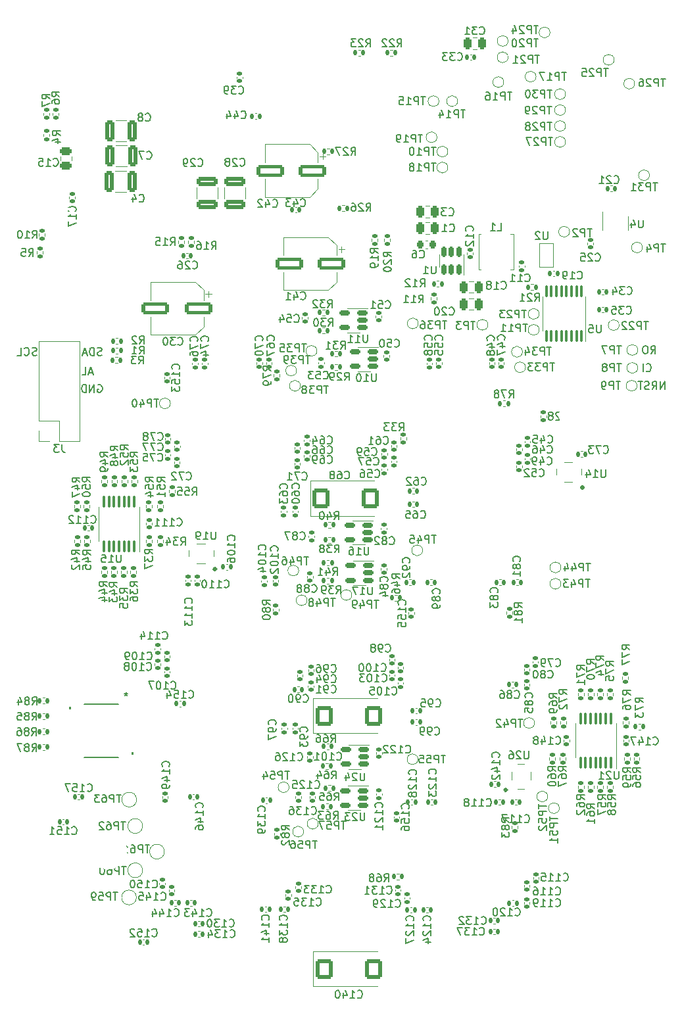
<source format=gbr>
%TF.GenerationSoftware,KiCad,Pcbnew,8.0.1*%
%TF.CreationDate,2024-09-09T23:21:28+08:00*%
%TF.ProjectId,bitaxeHex,62697461-7865-4486-9578-2e6b69636164,701*%
%TF.SameCoordinates,Original*%
%TF.FileFunction,Legend,Bot*%
%TF.FilePolarity,Positive*%
%FSLAX46Y46*%
G04 Gerber Fmt 4.6, Leading zero omitted, Abs format (unit mm)*
G04 Created by KiCad (PCBNEW 8.0.1) date 2024-09-09 23:21:28*
%MOMM*%
%LPD*%
G01*
G04 APERTURE LIST*
G04 Aperture macros list*
%AMRoundRect*
0 Rectangle with rounded corners*
0 $1 Rounding radius*
0 $2 $3 $4 $5 $6 $7 $8 $9 X,Y pos of 4 corners*
0 Add a 4 corners polygon primitive as box body*
4,1,4,$2,$3,$4,$5,$6,$7,$8,$9,$2,$3,0*
0 Add four circle primitives for the rounded corners*
1,1,$1+$1,$2,$3*
1,1,$1+$1,$4,$5*
1,1,$1+$1,$6,$7*
1,1,$1+$1,$8,$9*
0 Add four rect primitives between the rounded corners*
20,1,$1+$1,$2,$3,$4,$5,0*
20,1,$1+$1,$4,$5,$6,$7,0*
20,1,$1+$1,$6,$7,$8,$9,0*
20,1,$1+$1,$8,$9,$2,$3,0*%
G04 Aperture macros list end*
%ADD10C,0.150000*%
%ADD11C,0.120000*%
%ADD12C,0.152400*%
%ADD13C,0.000000*%
%ADD14C,0.100000*%
%ADD15C,0.313180*%
%ADD16C,0.990600*%
%ADD17C,0.800000*%
%ADD18C,6.000000*%
%ADD19C,2.520000*%
%ADD20C,1.295400*%
%ADD21C,1.574800*%
%ADD22C,5.000000*%
%ADD23R,1.700000X1.700000*%
%ADD24O,1.700000X1.700000*%
%ADD25C,0.400000*%
%ADD26C,0.650000*%
%ADD27O,1.000000X2.100000*%
%ADD28O,1.000000X1.800000*%
%ADD29RoundRect,0.140000X-0.170000X0.140000X-0.170000X-0.140000X0.170000X-0.140000X0.170000X0.140000X0*%
%ADD30C,1.000000*%
%ADD31RoundRect,0.140000X0.170000X-0.140000X0.170000X0.140000X-0.170000X0.140000X-0.170000X-0.140000X0*%
%ADD32RoundRect,0.140000X0.140000X0.170000X-0.140000X0.170000X-0.140000X-0.170000X0.140000X-0.170000X0*%
%ADD33RoundRect,0.135000X0.185000X-0.135000X0.185000X0.135000X-0.185000X0.135000X-0.185000X-0.135000X0*%
%ADD34RoundRect,0.250000X0.250000X0.475000X-0.250000X0.475000X-0.250000X-0.475000X0.250000X-0.475000X0*%
%ADD35RoundRect,0.250000X-0.875000X-1.025000X0.875000X-1.025000X0.875000X1.025000X-0.875000X1.025000X0*%
%ADD36RoundRect,0.150000X0.512500X0.150000X-0.512500X0.150000X-0.512500X-0.150000X0.512500X-0.150000X0*%
%ADD37RoundRect,0.135000X-0.135000X-0.185000X0.135000X-0.185000X0.135000X0.185000X-0.135000X0.185000X0*%
%ADD38RoundRect,0.250000X-0.475000X0.250000X-0.475000X-0.250000X0.475000X-0.250000X0.475000X0.250000X0*%
%ADD39R,0.650000X1.560000*%
%ADD40RoundRect,0.135000X-0.185000X0.135000X-0.185000X-0.135000X0.185000X-0.135000X0.185000X0.135000X0*%
%ADD41RoundRect,0.140000X-0.140000X-0.170000X0.140000X-0.170000X0.140000X0.170000X-0.140000X0.170000X0*%
%ADD42RoundRect,0.135000X0.135000X0.185000X-0.135000X0.185000X-0.135000X-0.185000X0.135000X-0.185000X0*%
%ADD43RoundRect,0.250000X1.100000X-0.325000X1.100000X0.325000X-1.100000X0.325000X-1.100000X-0.325000X0*%
%ADD44C,1.500000*%
%ADD45RoundRect,0.100000X0.100000X-0.637500X0.100000X0.637500X-0.100000X0.637500X-0.100000X-0.637500X0*%
%ADD46R,1.384300X0.355600*%
%ADD47RoundRect,0.250000X-0.325000X-1.100000X0.325000X-1.100000X0.325000X1.100000X-0.325000X1.100000X0*%
%ADD48C,2.000000*%
%ADD49R,0.952500X0.558800*%
%ADD50RoundRect,0.250000X1.500000X0.550000X-1.500000X0.550000X-1.500000X-0.550000X1.500000X-0.550000X0*%
%ADD51RoundRect,0.150000X0.150000X-0.512500X0.150000X0.512500X-0.150000X0.512500X-0.150000X-0.512500X0*%
%ADD52R,1.300000X1.100000*%
%ADD53RoundRect,0.250000X-0.250000X-0.475000X0.250000X-0.475000X0.250000X0.475000X-0.250000X0.475000X0*%
%ADD54R,1.100000X1.300000*%
%ADD55R,3.700000X1.680000*%
%ADD56RoundRect,0.225000X-0.225000X-0.250000X0.225000X-0.250000X0.225000X0.250000X-0.225000X0.250000X0*%
G04 APERTURE END LIST*
D10*
X60035839Y-91509104D02*
X59559649Y-91509104D01*
X60131077Y-91794819D02*
X59797744Y-90794819D01*
X59797744Y-90794819D02*
X59464411Y-91794819D01*
X58654887Y-91794819D02*
X59131077Y-91794819D01*
X59131077Y-91794819D02*
X59131077Y-90794819D01*
X131291792Y-91274580D02*
X131339411Y-91322200D01*
X131339411Y-91322200D02*
X131482268Y-91369819D01*
X131482268Y-91369819D02*
X131577506Y-91369819D01*
X131577506Y-91369819D02*
X131720363Y-91322200D01*
X131720363Y-91322200D02*
X131815601Y-91226961D01*
X131815601Y-91226961D02*
X131863220Y-91131723D01*
X131863220Y-91131723D02*
X131910839Y-90941247D01*
X131910839Y-90941247D02*
X131910839Y-90798390D01*
X131910839Y-90798390D02*
X131863220Y-90607914D01*
X131863220Y-90607914D02*
X131815601Y-90512676D01*
X131815601Y-90512676D02*
X131720363Y-90417438D01*
X131720363Y-90417438D02*
X131577506Y-90369819D01*
X131577506Y-90369819D02*
X131482268Y-90369819D01*
X131482268Y-90369819D02*
X131339411Y-90417438D01*
X131339411Y-90417438D02*
X131291792Y-90465057D01*
X130863220Y-91369819D02*
X130863220Y-90369819D01*
X133663220Y-93669819D02*
X133663220Y-92669819D01*
X133663220Y-92669819D02*
X133091792Y-93669819D01*
X133091792Y-93669819D02*
X133091792Y-92669819D01*
X132044173Y-93669819D02*
X132377506Y-93193628D01*
X132615601Y-93669819D02*
X132615601Y-92669819D01*
X132615601Y-92669819D02*
X132234649Y-92669819D01*
X132234649Y-92669819D02*
X132139411Y-92717438D01*
X132139411Y-92717438D02*
X132091792Y-92765057D01*
X132091792Y-92765057D02*
X132044173Y-92860295D01*
X132044173Y-92860295D02*
X132044173Y-93003152D01*
X132044173Y-93003152D02*
X132091792Y-93098390D01*
X132091792Y-93098390D02*
X132139411Y-93146009D01*
X132139411Y-93146009D02*
X132234649Y-93193628D01*
X132234649Y-93193628D02*
X132615601Y-93193628D01*
X131663220Y-93622200D02*
X131520363Y-93669819D01*
X131520363Y-93669819D02*
X131282268Y-93669819D01*
X131282268Y-93669819D02*
X131187030Y-93622200D01*
X131187030Y-93622200D02*
X131139411Y-93574580D01*
X131139411Y-93574580D02*
X131091792Y-93479342D01*
X131091792Y-93479342D02*
X131091792Y-93384104D01*
X131091792Y-93384104D02*
X131139411Y-93288866D01*
X131139411Y-93288866D02*
X131187030Y-93241247D01*
X131187030Y-93241247D02*
X131282268Y-93193628D01*
X131282268Y-93193628D02*
X131472744Y-93146009D01*
X131472744Y-93146009D02*
X131567982Y-93098390D01*
X131567982Y-93098390D02*
X131615601Y-93050771D01*
X131615601Y-93050771D02*
X131663220Y-92955533D01*
X131663220Y-92955533D02*
X131663220Y-92860295D01*
X131663220Y-92860295D02*
X131615601Y-92765057D01*
X131615601Y-92765057D02*
X131567982Y-92717438D01*
X131567982Y-92717438D02*
X131472744Y-92669819D01*
X131472744Y-92669819D02*
X131234649Y-92669819D01*
X131234649Y-92669819D02*
X131091792Y-92717438D01*
X130806077Y-92669819D02*
X130234649Y-92669819D01*
X130520363Y-93669819D02*
X130520363Y-92669819D01*
X61185839Y-89247200D02*
X61042982Y-89294819D01*
X61042982Y-89294819D02*
X60804887Y-89294819D01*
X60804887Y-89294819D02*
X60709649Y-89247200D01*
X60709649Y-89247200D02*
X60662030Y-89199580D01*
X60662030Y-89199580D02*
X60614411Y-89104342D01*
X60614411Y-89104342D02*
X60614411Y-89009104D01*
X60614411Y-89009104D02*
X60662030Y-88913866D01*
X60662030Y-88913866D02*
X60709649Y-88866247D01*
X60709649Y-88866247D02*
X60804887Y-88818628D01*
X60804887Y-88818628D02*
X60995363Y-88771009D01*
X60995363Y-88771009D02*
X61090601Y-88723390D01*
X61090601Y-88723390D02*
X61138220Y-88675771D01*
X61138220Y-88675771D02*
X61185839Y-88580533D01*
X61185839Y-88580533D02*
X61185839Y-88485295D01*
X61185839Y-88485295D02*
X61138220Y-88390057D01*
X61138220Y-88390057D02*
X61090601Y-88342438D01*
X61090601Y-88342438D02*
X60995363Y-88294819D01*
X60995363Y-88294819D02*
X60757268Y-88294819D01*
X60757268Y-88294819D02*
X60614411Y-88342438D01*
X60185839Y-89294819D02*
X60185839Y-88294819D01*
X60185839Y-88294819D02*
X59947744Y-88294819D01*
X59947744Y-88294819D02*
X59804887Y-88342438D01*
X59804887Y-88342438D02*
X59709649Y-88437676D01*
X59709649Y-88437676D02*
X59662030Y-88532914D01*
X59662030Y-88532914D02*
X59614411Y-88723390D01*
X59614411Y-88723390D02*
X59614411Y-88866247D01*
X59614411Y-88866247D02*
X59662030Y-89056723D01*
X59662030Y-89056723D02*
X59709649Y-89151961D01*
X59709649Y-89151961D02*
X59804887Y-89247200D01*
X59804887Y-89247200D02*
X59947744Y-89294819D01*
X59947744Y-89294819D02*
X60185839Y-89294819D01*
X59233458Y-89009104D02*
X58757268Y-89009104D01*
X59328696Y-89294819D02*
X58995363Y-88294819D01*
X58995363Y-88294819D02*
X58662030Y-89294819D01*
X131891792Y-89069819D02*
X132225125Y-88593628D01*
X132463220Y-89069819D02*
X132463220Y-88069819D01*
X132463220Y-88069819D02*
X132082268Y-88069819D01*
X132082268Y-88069819D02*
X131987030Y-88117438D01*
X131987030Y-88117438D02*
X131939411Y-88165057D01*
X131939411Y-88165057D02*
X131891792Y-88260295D01*
X131891792Y-88260295D02*
X131891792Y-88403152D01*
X131891792Y-88403152D02*
X131939411Y-88498390D01*
X131939411Y-88498390D02*
X131987030Y-88546009D01*
X131987030Y-88546009D02*
X132082268Y-88593628D01*
X132082268Y-88593628D02*
X132463220Y-88593628D01*
X131272744Y-88069819D02*
X131082268Y-88069819D01*
X131082268Y-88069819D02*
X130987030Y-88117438D01*
X130987030Y-88117438D02*
X130891792Y-88212676D01*
X130891792Y-88212676D02*
X130844173Y-88403152D01*
X130844173Y-88403152D02*
X130844173Y-88736485D01*
X130844173Y-88736485D02*
X130891792Y-88926961D01*
X130891792Y-88926961D02*
X130987030Y-89022200D01*
X130987030Y-89022200D02*
X131082268Y-89069819D01*
X131082268Y-89069819D02*
X131272744Y-89069819D01*
X131272744Y-89069819D02*
X131367982Y-89022200D01*
X131367982Y-89022200D02*
X131463220Y-88926961D01*
X131463220Y-88926961D02*
X131510839Y-88736485D01*
X131510839Y-88736485D02*
X131510839Y-88403152D01*
X131510839Y-88403152D02*
X131463220Y-88212676D01*
X131463220Y-88212676D02*
X131367982Y-88117438D01*
X131367982Y-88117438D02*
X131272744Y-88069819D01*
X60689411Y-93092438D02*
X60784649Y-93044819D01*
X60784649Y-93044819D02*
X60927506Y-93044819D01*
X60927506Y-93044819D02*
X61070363Y-93092438D01*
X61070363Y-93092438D02*
X61165601Y-93187676D01*
X61165601Y-93187676D02*
X61213220Y-93282914D01*
X61213220Y-93282914D02*
X61260839Y-93473390D01*
X61260839Y-93473390D02*
X61260839Y-93616247D01*
X61260839Y-93616247D02*
X61213220Y-93806723D01*
X61213220Y-93806723D02*
X61165601Y-93901961D01*
X61165601Y-93901961D02*
X61070363Y-93997200D01*
X61070363Y-93997200D02*
X60927506Y-94044819D01*
X60927506Y-94044819D02*
X60832268Y-94044819D01*
X60832268Y-94044819D02*
X60689411Y-93997200D01*
X60689411Y-93997200D02*
X60641792Y-93949580D01*
X60641792Y-93949580D02*
X60641792Y-93616247D01*
X60641792Y-93616247D02*
X60832268Y-93616247D01*
X60213220Y-94044819D02*
X60213220Y-93044819D01*
X60213220Y-93044819D02*
X59641792Y-94044819D01*
X59641792Y-94044819D02*
X59641792Y-93044819D01*
X59165601Y-94044819D02*
X59165601Y-93044819D01*
X59165601Y-93044819D02*
X58927506Y-93044819D01*
X58927506Y-93044819D02*
X58784649Y-93092438D01*
X58784649Y-93092438D02*
X58689411Y-93187676D01*
X58689411Y-93187676D02*
X58641792Y-93282914D01*
X58641792Y-93282914D02*
X58594173Y-93473390D01*
X58594173Y-93473390D02*
X58594173Y-93616247D01*
X58594173Y-93616247D02*
X58641792Y-93806723D01*
X58641792Y-93806723D02*
X58689411Y-93901961D01*
X58689411Y-93901961D02*
X58784649Y-93997200D01*
X58784649Y-93997200D02*
X58927506Y-94044819D01*
X58927506Y-94044819D02*
X59165601Y-94044819D01*
X52810839Y-89247200D02*
X52667982Y-89294819D01*
X52667982Y-89294819D02*
X52429887Y-89294819D01*
X52429887Y-89294819D02*
X52334649Y-89247200D01*
X52334649Y-89247200D02*
X52287030Y-89199580D01*
X52287030Y-89199580D02*
X52239411Y-89104342D01*
X52239411Y-89104342D02*
X52239411Y-89009104D01*
X52239411Y-89009104D02*
X52287030Y-88913866D01*
X52287030Y-88913866D02*
X52334649Y-88866247D01*
X52334649Y-88866247D02*
X52429887Y-88818628D01*
X52429887Y-88818628D02*
X52620363Y-88771009D01*
X52620363Y-88771009D02*
X52715601Y-88723390D01*
X52715601Y-88723390D02*
X52763220Y-88675771D01*
X52763220Y-88675771D02*
X52810839Y-88580533D01*
X52810839Y-88580533D02*
X52810839Y-88485295D01*
X52810839Y-88485295D02*
X52763220Y-88390057D01*
X52763220Y-88390057D02*
X52715601Y-88342438D01*
X52715601Y-88342438D02*
X52620363Y-88294819D01*
X52620363Y-88294819D02*
X52382268Y-88294819D01*
X52382268Y-88294819D02*
X52239411Y-88342438D01*
X51239411Y-89199580D02*
X51287030Y-89247200D01*
X51287030Y-89247200D02*
X51429887Y-89294819D01*
X51429887Y-89294819D02*
X51525125Y-89294819D01*
X51525125Y-89294819D02*
X51667982Y-89247200D01*
X51667982Y-89247200D02*
X51763220Y-89151961D01*
X51763220Y-89151961D02*
X51810839Y-89056723D01*
X51810839Y-89056723D02*
X51858458Y-88866247D01*
X51858458Y-88866247D02*
X51858458Y-88723390D01*
X51858458Y-88723390D02*
X51810839Y-88532914D01*
X51810839Y-88532914D02*
X51763220Y-88437676D01*
X51763220Y-88437676D02*
X51667982Y-88342438D01*
X51667982Y-88342438D02*
X51525125Y-88294819D01*
X51525125Y-88294819D02*
X51429887Y-88294819D01*
X51429887Y-88294819D02*
X51287030Y-88342438D01*
X51287030Y-88342438D02*
X51239411Y-88390057D01*
X50334649Y-89294819D02*
X50810839Y-89294819D01*
X50810839Y-89294819D02*
X50810839Y-88294819D01*
X108934580Y-73257142D02*
X108982200Y-73209523D01*
X108982200Y-73209523D02*
X109029819Y-73066666D01*
X109029819Y-73066666D02*
X109029819Y-72971428D01*
X109029819Y-72971428D02*
X108982200Y-72828571D01*
X108982200Y-72828571D02*
X108886961Y-72733333D01*
X108886961Y-72733333D02*
X108791723Y-72685714D01*
X108791723Y-72685714D02*
X108601247Y-72638095D01*
X108601247Y-72638095D02*
X108458390Y-72638095D01*
X108458390Y-72638095D02*
X108267914Y-72685714D01*
X108267914Y-72685714D02*
X108172676Y-72733333D01*
X108172676Y-72733333D02*
X108077438Y-72828571D01*
X108077438Y-72828571D02*
X108029819Y-72971428D01*
X108029819Y-72971428D02*
X108029819Y-73066666D01*
X108029819Y-73066666D02*
X108077438Y-73209523D01*
X108077438Y-73209523D02*
X108125057Y-73257142D01*
X109029819Y-74209523D02*
X109029819Y-73638095D01*
X109029819Y-73923809D02*
X108029819Y-73923809D01*
X108029819Y-73923809D02*
X108172676Y-73828571D01*
X108172676Y-73828571D02*
X108267914Y-73733333D01*
X108267914Y-73733333D02*
X108315533Y-73638095D01*
X108125057Y-74590476D02*
X108077438Y-74638095D01*
X108077438Y-74638095D02*
X108029819Y-74733333D01*
X108029819Y-74733333D02*
X108029819Y-74971428D01*
X108029819Y-74971428D02*
X108077438Y-75066666D01*
X108077438Y-75066666D02*
X108125057Y-75114285D01*
X108125057Y-75114285D02*
X108220295Y-75161904D01*
X108220295Y-75161904D02*
X108315533Y-75161904D01*
X108315533Y-75161904D02*
X108458390Y-75114285D01*
X108458390Y-75114285D02*
X109029819Y-74542857D01*
X109029819Y-74542857D02*
X109029819Y-75161904D01*
X68513094Y-94929819D02*
X67941666Y-94929819D01*
X68227380Y-95929819D02*
X68227380Y-94929819D01*
X67608332Y-95929819D02*
X67608332Y-94929819D01*
X67608332Y-94929819D02*
X67227380Y-94929819D01*
X67227380Y-94929819D02*
X67132142Y-94977438D01*
X67132142Y-94977438D02*
X67084523Y-95025057D01*
X67084523Y-95025057D02*
X67036904Y-95120295D01*
X67036904Y-95120295D02*
X67036904Y-95263152D01*
X67036904Y-95263152D02*
X67084523Y-95358390D01*
X67084523Y-95358390D02*
X67132142Y-95406009D01*
X67132142Y-95406009D02*
X67227380Y-95453628D01*
X67227380Y-95453628D02*
X67608332Y-95453628D01*
X66179761Y-95263152D02*
X66179761Y-95929819D01*
X66417856Y-94882200D02*
X66655951Y-95596485D01*
X66655951Y-95596485D02*
X66036904Y-95596485D01*
X65465475Y-94929819D02*
X65370237Y-94929819D01*
X65370237Y-94929819D02*
X65274999Y-94977438D01*
X65274999Y-94977438D02*
X65227380Y-95025057D01*
X65227380Y-95025057D02*
X65179761Y-95120295D01*
X65179761Y-95120295D02*
X65132142Y-95310771D01*
X65132142Y-95310771D02*
X65132142Y-95548866D01*
X65132142Y-95548866D02*
X65179761Y-95739342D01*
X65179761Y-95739342D02*
X65227380Y-95834580D01*
X65227380Y-95834580D02*
X65274999Y-95882200D01*
X65274999Y-95882200D02*
X65370237Y-95929819D01*
X65370237Y-95929819D02*
X65465475Y-95929819D01*
X65465475Y-95929819D02*
X65560713Y-95882200D01*
X65560713Y-95882200D02*
X65608332Y-95834580D01*
X65608332Y-95834580D02*
X65655951Y-95739342D01*
X65655951Y-95739342D02*
X65703570Y-95548866D01*
X65703570Y-95548866D02*
X65703570Y-95310771D01*
X65703570Y-95310771D02*
X65655951Y-95120295D01*
X65655951Y-95120295D02*
X65608332Y-95025057D01*
X65608332Y-95025057D02*
X65560713Y-94977438D01*
X65560713Y-94977438D02*
X65465475Y-94929819D01*
X96217857Y-103329580D02*
X96265476Y-103377200D01*
X96265476Y-103377200D02*
X96408333Y-103424819D01*
X96408333Y-103424819D02*
X96503571Y-103424819D01*
X96503571Y-103424819D02*
X96646428Y-103377200D01*
X96646428Y-103377200D02*
X96741666Y-103281961D01*
X96741666Y-103281961D02*
X96789285Y-103186723D01*
X96789285Y-103186723D02*
X96836904Y-102996247D01*
X96836904Y-102996247D02*
X96836904Y-102853390D01*
X96836904Y-102853390D02*
X96789285Y-102662914D01*
X96789285Y-102662914D02*
X96741666Y-102567676D01*
X96741666Y-102567676D02*
X96646428Y-102472438D01*
X96646428Y-102472438D02*
X96503571Y-102424819D01*
X96503571Y-102424819D02*
X96408333Y-102424819D01*
X96408333Y-102424819D02*
X96265476Y-102472438D01*
X96265476Y-102472438D02*
X96217857Y-102520057D01*
X95313095Y-102424819D02*
X95789285Y-102424819D01*
X95789285Y-102424819D02*
X95836904Y-102901009D01*
X95836904Y-102901009D02*
X95789285Y-102853390D01*
X95789285Y-102853390D02*
X95694047Y-102805771D01*
X95694047Y-102805771D02*
X95455952Y-102805771D01*
X95455952Y-102805771D02*
X95360714Y-102853390D01*
X95360714Y-102853390D02*
X95313095Y-102901009D01*
X95313095Y-102901009D02*
X95265476Y-102996247D01*
X95265476Y-102996247D02*
X95265476Y-103234342D01*
X95265476Y-103234342D02*
X95313095Y-103329580D01*
X95313095Y-103329580D02*
X95360714Y-103377200D01*
X95360714Y-103377200D02*
X95455952Y-103424819D01*
X95455952Y-103424819D02*
X95694047Y-103424819D01*
X95694047Y-103424819D02*
X95789285Y-103377200D01*
X95789285Y-103377200D02*
X95836904Y-103329580D01*
X94932142Y-102424819D02*
X94265476Y-102424819D01*
X94265476Y-102424819D02*
X94694047Y-103424819D01*
X98880357Y-88134580D02*
X98927976Y-88182200D01*
X98927976Y-88182200D02*
X99070833Y-88229819D01*
X99070833Y-88229819D02*
X99166071Y-88229819D01*
X99166071Y-88229819D02*
X99308928Y-88182200D01*
X99308928Y-88182200D02*
X99404166Y-88086961D01*
X99404166Y-88086961D02*
X99451785Y-87991723D01*
X99451785Y-87991723D02*
X99499404Y-87801247D01*
X99499404Y-87801247D02*
X99499404Y-87658390D01*
X99499404Y-87658390D02*
X99451785Y-87467914D01*
X99451785Y-87467914D02*
X99404166Y-87372676D01*
X99404166Y-87372676D02*
X99308928Y-87277438D01*
X99308928Y-87277438D02*
X99166071Y-87229819D01*
X99166071Y-87229819D02*
X99070833Y-87229819D01*
X99070833Y-87229819D02*
X98927976Y-87277438D01*
X98927976Y-87277438D02*
X98880357Y-87325057D01*
X97975595Y-87229819D02*
X98451785Y-87229819D01*
X98451785Y-87229819D02*
X98499404Y-87706009D01*
X98499404Y-87706009D02*
X98451785Y-87658390D01*
X98451785Y-87658390D02*
X98356547Y-87610771D01*
X98356547Y-87610771D02*
X98118452Y-87610771D01*
X98118452Y-87610771D02*
X98023214Y-87658390D01*
X98023214Y-87658390D02*
X97975595Y-87706009D01*
X97975595Y-87706009D02*
X97927976Y-87801247D01*
X97927976Y-87801247D02*
X97927976Y-88039342D01*
X97927976Y-88039342D02*
X97975595Y-88134580D01*
X97975595Y-88134580D02*
X98023214Y-88182200D01*
X98023214Y-88182200D02*
X98118452Y-88229819D01*
X98118452Y-88229819D02*
X98356547Y-88229819D01*
X98356547Y-88229819D02*
X98451785Y-88182200D01*
X98451785Y-88182200D02*
X98499404Y-88134580D01*
X97308928Y-87229819D02*
X97213690Y-87229819D01*
X97213690Y-87229819D02*
X97118452Y-87277438D01*
X97118452Y-87277438D02*
X97070833Y-87325057D01*
X97070833Y-87325057D02*
X97023214Y-87420295D01*
X97023214Y-87420295D02*
X96975595Y-87610771D01*
X96975595Y-87610771D02*
X96975595Y-87848866D01*
X96975595Y-87848866D02*
X97023214Y-88039342D01*
X97023214Y-88039342D02*
X97070833Y-88134580D01*
X97070833Y-88134580D02*
X97118452Y-88182200D01*
X97118452Y-88182200D02*
X97213690Y-88229819D01*
X97213690Y-88229819D02*
X97308928Y-88229819D01*
X97308928Y-88229819D02*
X97404166Y-88182200D01*
X97404166Y-88182200D02*
X97451785Y-88134580D01*
X97451785Y-88134580D02*
X97499404Y-88039342D01*
X97499404Y-88039342D02*
X97547023Y-87848866D01*
X97547023Y-87848866D02*
X97547023Y-87610771D01*
X97547023Y-87610771D02*
X97499404Y-87420295D01*
X97499404Y-87420295D02*
X97451785Y-87325057D01*
X97451785Y-87325057D02*
X97404166Y-87277438D01*
X97404166Y-87277438D02*
X97308928Y-87229819D01*
X100249580Y-121380952D02*
X100297200Y-121333333D01*
X100297200Y-121333333D02*
X100344819Y-121190476D01*
X100344819Y-121190476D02*
X100344819Y-121095238D01*
X100344819Y-121095238D02*
X100297200Y-120952381D01*
X100297200Y-120952381D02*
X100201961Y-120857143D01*
X100201961Y-120857143D02*
X100106723Y-120809524D01*
X100106723Y-120809524D02*
X99916247Y-120761905D01*
X99916247Y-120761905D02*
X99773390Y-120761905D01*
X99773390Y-120761905D02*
X99582914Y-120809524D01*
X99582914Y-120809524D02*
X99487676Y-120857143D01*
X99487676Y-120857143D02*
X99392438Y-120952381D01*
X99392438Y-120952381D02*
X99344819Y-121095238D01*
X99344819Y-121095238D02*
X99344819Y-121190476D01*
X99344819Y-121190476D02*
X99392438Y-121333333D01*
X99392438Y-121333333D02*
X99440057Y-121380952D01*
X100344819Y-122333333D02*
X100344819Y-121761905D01*
X100344819Y-122047619D02*
X99344819Y-122047619D01*
X99344819Y-122047619D02*
X99487676Y-121952381D01*
X99487676Y-121952381D02*
X99582914Y-121857143D01*
X99582914Y-121857143D02*
X99630533Y-121761905D01*
X99344819Y-123238095D02*
X99344819Y-122761905D01*
X99344819Y-122761905D02*
X99821009Y-122714286D01*
X99821009Y-122714286D02*
X99773390Y-122761905D01*
X99773390Y-122761905D02*
X99725771Y-122857143D01*
X99725771Y-122857143D02*
X99725771Y-123095238D01*
X99725771Y-123095238D02*
X99773390Y-123190476D01*
X99773390Y-123190476D02*
X99821009Y-123238095D01*
X99821009Y-123238095D02*
X99916247Y-123285714D01*
X99916247Y-123285714D02*
X100154342Y-123285714D01*
X100154342Y-123285714D02*
X100249580Y-123238095D01*
X100249580Y-123238095D02*
X100297200Y-123190476D01*
X100297200Y-123190476D02*
X100344819Y-123095238D01*
X100344819Y-123095238D02*
X100344819Y-122857143D01*
X100344819Y-122857143D02*
X100297200Y-122761905D01*
X100297200Y-122761905D02*
X100249580Y-122714286D01*
X99344819Y-124190476D02*
X99344819Y-123714286D01*
X99344819Y-123714286D02*
X99821009Y-123666667D01*
X99821009Y-123666667D02*
X99773390Y-123714286D01*
X99773390Y-123714286D02*
X99725771Y-123809524D01*
X99725771Y-123809524D02*
X99725771Y-124047619D01*
X99725771Y-124047619D02*
X99773390Y-124142857D01*
X99773390Y-124142857D02*
X99821009Y-124190476D01*
X99821009Y-124190476D02*
X99916247Y-124238095D01*
X99916247Y-124238095D02*
X100154342Y-124238095D01*
X100154342Y-124238095D02*
X100249580Y-124190476D01*
X100249580Y-124190476D02*
X100297200Y-124142857D01*
X100297200Y-124142857D02*
X100344819Y-124047619D01*
X100344819Y-124047619D02*
X100344819Y-123809524D01*
X100344819Y-123809524D02*
X100297200Y-123714286D01*
X100297200Y-123714286D02*
X100249580Y-123666667D01*
X72759580Y-121180952D02*
X72807200Y-121133333D01*
X72807200Y-121133333D02*
X72854819Y-120990476D01*
X72854819Y-120990476D02*
X72854819Y-120895238D01*
X72854819Y-120895238D02*
X72807200Y-120752381D01*
X72807200Y-120752381D02*
X72711961Y-120657143D01*
X72711961Y-120657143D02*
X72616723Y-120609524D01*
X72616723Y-120609524D02*
X72426247Y-120561905D01*
X72426247Y-120561905D02*
X72283390Y-120561905D01*
X72283390Y-120561905D02*
X72092914Y-120609524D01*
X72092914Y-120609524D02*
X71997676Y-120657143D01*
X71997676Y-120657143D02*
X71902438Y-120752381D01*
X71902438Y-120752381D02*
X71854819Y-120895238D01*
X71854819Y-120895238D02*
X71854819Y-120990476D01*
X71854819Y-120990476D02*
X71902438Y-121133333D01*
X71902438Y-121133333D02*
X71950057Y-121180952D01*
X72854819Y-122133333D02*
X72854819Y-121561905D01*
X72854819Y-121847619D02*
X71854819Y-121847619D01*
X71854819Y-121847619D02*
X71997676Y-121752381D01*
X71997676Y-121752381D02*
X72092914Y-121657143D01*
X72092914Y-121657143D02*
X72140533Y-121561905D01*
X72854819Y-123085714D02*
X72854819Y-122514286D01*
X72854819Y-122800000D02*
X71854819Y-122800000D01*
X71854819Y-122800000D02*
X71997676Y-122704762D01*
X71997676Y-122704762D02*
X72092914Y-122609524D01*
X72092914Y-122609524D02*
X72140533Y-122514286D01*
X71854819Y-123419048D02*
X71854819Y-124038095D01*
X71854819Y-124038095D02*
X72235771Y-123704762D01*
X72235771Y-123704762D02*
X72235771Y-123847619D01*
X72235771Y-123847619D02*
X72283390Y-123942857D01*
X72283390Y-123942857D02*
X72331009Y-123990476D01*
X72331009Y-123990476D02*
X72426247Y-124038095D01*
X72426247Y-124038095D02*
X72664342Y-124038095D01*
X72664342Y-124038095D02*
X72759580Y-123990476D01*
X72759580Y-123990476D02*
X72807200Y-123942857D01*
X72807200Y-123942857D02*
X72854819Y-123847619D01*
X72854819Y-123847619D02*
X72854819Y-123561905D01*
X72854819Y-123561905D02*
X72807200Y-123466667D01*
X72807200Y-123466667D02*
X72759580Y-123419048D01*
X79142857Y-58709580D02*
X79190476Y-58757200D01*
X79190476Y-58757200D02*
X79333333Y-58804819D01*
X79333333Y-58804819D02*
X79428571Y-58804819D01*
X79428571Y-58804819D02*
X79571428Y-58757200D01*
X79571428Y-58757200D02*
X79666666Y-58661961D01*
X79666666Y-58661961D02*
X79714285Y-58566723D01*
X79714285Y-58566723D02*
X79761904Y-58376247D01*
X79761904Y-58376247D02*
X79761904Y-58233390D01*
X79761904Y-58233390D02*
X79714285Y-58042914D01*
X79714285Y-58042914D02*
X79666666Y-57947676D01*
X79666666Y-57947676D02*
X79571428Y-57852438D01*
X79571428Y-57852438D02*
X79428571Y-57804819D01*
X79428571Y-57804819D02*
X79333333Y-57804819D01*
X79333333Y-57804819D02*
X79190476Y-57852438D01*
X79190476Y-57852438D02*
X79142857Y-57900057D01*
X78285714Y-58138152D02*
X78285714Y-58804819D01*
X78523809Y-57757200D02*
X78761904Y-58471485D01*
X78761904Y-58471485D02*
X78142857Y-58471485D01*
X77333333Y-58138152D02*
X77333333Y-58804819D01*
X77571428Y-57757200D02*
X77809523Y-58471485D01*
X77809523Y-58471485D02*
X77190476Y-58471485D01*
X70109047Y-132179580D02*
X70156666Y-132227200D01*
X70156666Y-132227200D02*
X70299523Y-132274819D01*
X70299523Y-132274819D02*
X70394761Y-132274819D01*
X70394761Y-132274819D02*
X70537618Y-132227200D01*
X70537618Y-132227200D02*
X70632856Y-132131961D01*
X70632856Y-132131961D02*
X70680475Y-132036723D01*
X70680475Y-132036723D02*
X70728094Y-131846247D01*
X70728094Y-131846247D02*
X70728094Y-131703390D01*
X70728094Y-131703390D02*
X70680475Y-131512914D01*
X70680475Y-131512914D02*
X70632856Y-131417676D01*
X70632856Y-131417676D02*
X70537618Y-131322438D01*
X70537618Y-131322438D02*
X70394761Y-131274819D01*
X70394761Y-131274819D02*
X70299523Y-131274819D01*
X70299523Y-131274819D02*
X70156666Y-131322438D01*
X70156666Y-131322438D02*
X70109047Y-131370057D01*
X69156666Y-132274819D02*
X69728094Y-132274819D01*
X69442380Y-132274819D02*
X69442380Y-131274819D01*
X69442380Y-131274819D02*
X69537618Y-131417676D01*
X69537618Y-131417676D02*
X69632856Y-131512914D01*
X69632856Y-131512914D02*
X69728094Y-131560533D01*
X68537618Y-131274819D02*
X68442380Y-131274819D01*
X68442380Y-131274819D02*
X68347142Y-131322438D01*
X68347142Y-131322438D02*
X68299523Y-131370057D01*
X68299523Y-131370057D02*
X68251904Y-131465295D01*
X68251904Y-131465295D02*
X68204285Y-131655771D01*
X68204285Y-131655771D02*
X68204285Y-131893866D01*
X68204285Y-131893866D02*
X68251904Y-132084342D01*
X68251904Y-132084342D02*
X68299523Y-132179580D01*
X68299523Y-132179580D02*
X68347142Y-132227200D01*
X68347142Y-132227200D02*
X68442380Y-132274819D01*
X68442380Y-132274819D02*
X68537618Y-132274819D01*
X68537618Y-132274819D02*
X68632856Y-132227200D01*
X68632856Y-132227200D02*
X68680475Y-132179580D01*
X68680475Y-132179580D02*
X68728094Y-132084342D01*
X68728094Y-132084342D02*
X68775713Y-131893866D01*
X68775713Y-131893866D02*
X68775713Y-131655771D01*
X68775713Y-131655771D02*
X68728094Y-131465295D01*
X68728094Y-131465295D02*
X68680475Y-131370057D01*
X68680475Y-131370057D02*
X68632856Y-131322438D01*
X68632856Y-131322438D02*
X68537618Y-131274819D01*
X67870951Y-131274819D02*
X67204285Y-131274819D01*
X67204285Y-131274819D02*
X67632856Y-132274819D01*
X118854819Y-148655905D02*
X118854819Y-149227333D01*
X119854819Y-148941619D02*
X118854819Y-148941619D01*
X119854819Y-149560667D02*
X118854819Y-149560667D01*
X118854819Y-149560667D02*
X118854819Y-149941619D01*
X118854819Y-149941619D02*
X118902438Y-150036857D01*
X118902438Y-150036857D02*
X118950057Y-150084476D01*
X118950057Y-150084476D02*
X119045295Y-150132095D01*
X119045295Y-150132095D02*
X119188152Y-150132095D01*
X119188152Y-150132095D02*
X119283390Y-150084476D01*
X119283390Y-150084476D02*
X119331009Y-150036857D01*
X119331009Y-150036857D02*
X119378628Y-149941619D01*
X119378628Y-149941619D02*
X119378628Y-149560667D01*
X118854819Y-151036857D02*
X118854819Y-150560667D01*
X118854819Y-150560667D02*
X119331009Y-150513048D01*
X119331009Y-150513048D02*
X119283390Y-150560667D01*
X119283390Y-150560667D02*
X119235771Y-150655905D01*
X119235771Y-150655905D02*
X119235771Y-150894000D01*
X119235771Y-150894000D02*
X119283390Y-150989238D01*
X119283390Y-150989238D02*
X119331009Y-151036857D01*
X119331009Y-151036857D02*
X119426247Y-151084476D01*
X119426247Y-151084476D02*
X119664342Y-151084476D01*
X119664342Y-151084476D02*
X119759580Y-151036857D01*
X119759580Y-151036857D02*
X119807200Y-150989238D01*
X119807200Y-150989238D02*
X119854819Y-150894000D01*
X119854819Y-150894000D02*
X119854819Y-150655905D01*
X119854819Y-150655905D02*
X119807200Y-150560667D01*
X119807200Y-150560667D02*
X119759580Y-150513048D01*
X119854819Y-152036857D02*
X119854819Y-151465429D01*
X119854819Y-151751143D02*
X118854819Y-151751143D01*
X118854819Y-151751143D02*
X118997676Y-151655905D01*
X118997676Y-151655905D02*
X119092914Y-151560667D01*
X119092914Y-151560667D02*
X119140533Y-151465429D01*
X98454819Y-76582142D02*
X97978628Y-76248809D01*
X98454819Y-76010714D02*
X97454819Y-76010714D01*
X97454819Y-76010714D02*
X97454819Y-76391666D01*
X97454819Y-76391666D02*
X97502438Y-76486904D01*
X97502438Y-76486904D02*
X97550057Y-76534523D01*
X97550057Y-76534523D02*
X97645295Y-76582142D01*
X97645295Y-76582142D02*
X97788152Y-76582142D01*
X97788152Y-76582142D02*
X97883390Y-76534523D01*
X97883390Y-76534523D02*
X97931009Y-76486904D01*
X97931009Y-76486904D02*
X97978628Y-76391666D01*
X97978628Y-76391666D02*
X97978628Y-76010714D01*
X97550057Y-76963095D02*
X97502438Y-77010714D01*
X97502438Y-77010714D02*
X97454819Y-77105952D01*
X97454819Y-77105952D02*
X97454819Y-77344047D01*
X97454819Y-77344047D02*
X97502438Y-77439285D01*
X97502438Y-77439285D02*
X97550057Y-77486904D01*
X97550057Y-77486904D02*
X97645295Y-77534523D01*
X97645295Y-77534523D02*
X97740533Y-77534523D01*
X97740533Y-77534523D02*
X97883390Y-77486904D01*
X97883390Y-77486904D02*
X98454819Y-76915476D01*
X98454819Y-76915476D02*
X98454819Y-77534523D01*
X97454819Y-78153571D02*
X97454819Y-78248809D01*
X97454819Y-78248809D02*
X97502438Y-78344047D01*
X97502438Y-78344047D02*
X97550057Y-78391666D01*
X97550057Y-78391666D02*
X97645295Y-78439285D01*
X97645295Y-78439285D02*
X97835771Y-78486904D01*
X97835771Y-78486904D02*
X98073866Y-78486904D01*
X98073866Y-78486904D02*
X98264342Y-78439285D01*
X98264342Y-78439285D02*
X98359580Y-78391666D01*
X98359580Y-78391666D02*
X98407200Y-78344047D01*
X98407200Y-78344047D02*
X98454819Y-78248809D01*
X98454819Y-78248809D02*
X98454819Y-78153571D01*
X98454819Y-78153571D02*
X98407200Y-78058333D01*
X98407200Y-78058333D02*
X98359580Y-78010714D01*
X98359580Y-78010714D02*
X98264342Y-77963095D01*
X98264342Y-77963095D02*
X98073866Y-77915476D01*
X98073866Y-77915476D02*
X97835771Y-77915476D01*
X97835771Y-77915476D02*
X97645295Y-77963095D01*
X97645295Y-77963095D02*
X97550057Y-78010714D01*
X97550057Y-78010714D02*
X97502438Y-78058333D01*
X97502438Y-78058333D02*
X97454819Y-78153571D01*
X112642857Y-80659580D02*
X112690476Y-80707200D01*
X112690476Y-80707200D02*
X112833333Y-80754819D01*
X112833333Y-80754819D02*
X112928571Y-80754819D01*
X112928571Y-80754819D02*
X113071428Y-80707200D01*
X113071428Y-80707200D02*
X113166666Y-80611961D01*
X113166666Y-80611961D02*
X113214285Y-80516723D01*
X113214285Y-80516723D02*
X113261904Y-80326247D01*
X113261904Y-80326247D02*
X113261904Y-80183390D01*
X113261904Y-80183390D02*
X113214285Y-79992914D01*
X113214285Y-79992914D02*
X113166666Y-79897676D01*
X113166666Y-79897676D02*
X113071428Y-79802438D01*
X113071428Y-79802438D02*
X112928571Y-79754819D01*
X112928571Y-79754819D02*
X112833333Y-79754819D01*
X112833333Y-79754819D02*
X112690476Y-79802438D01*
X112690476Y-79802438D02*
X112642857Y-79850057D01*
X111690476Y-80754819D02*
X112261904Y-80754819D01*
X111976190Y-80754819D02*
X111976190Y-79754819D01*
X111976190Y-79754819D02*
X112071428Y-79897676D01*
X112071428Y-79897676D02*
X112166666Y-79992914D01*
X112166666Y-79992914D02*
X112261904Y-80040533D01*
X111119047Y-80183390D02*
X111214285Y-80135771D01*
X111214285Y-80135771D02*
X111261904Y-80088152D01*
X111261904Y-80088152D02*
X111309523Y-79992914D01*
X111309523Y-79992914D02*
X111309523Y-79945295D01*
X111309523Y-79945295D02*
X111261904Y-79850057D01*
X111261904Y-79850057D02*
X111214285Y-79802438D01*
X111214285Y-79802438D02*
X111119047Y-79754819D01*
X111119047Y-79754819D02*
X110928571Y-79754819D01*
X110928571Y-79754819D02*
X110833333Y-79802438D01*
X110833333Y-79802438D02*
X110785714Y-79850057D01*
X110785714Y-79850057D02*
X110738095Y-79945295D01*
X110738095Y-79945295D02*
X110738095Y-79992914D01*
X110738095Y-79992914D02*
X110785714Y-80088152D01*
X110785714Y-80088152D02*
X110833333Y-80135771D01*
X110833333Y-80135771D02*
X110928571Y-80183390D01*
X110928571Y-80183390D02*
X111119047Y-80183390D01*
X111119047Y-80183390D02*
X111214285Y-80231009D01*
X111214285Y-80231009D02*
X111261904Y-80278628D01*
X111261904Y-80278628D02*
X111309523Y-80373866D01*
X111309523Y-80373866D02*
X111309523Y-80564342D01*
X111309523Y-80564342D02*
X111261904Y-80659580D01*
X111261904Y-80659580D02*
X111214285Y-80707200D01*
X111214285Y-80707200D02*
X111119047Y-80754819D01*
X111119047Y-80754819D02*
X110928571Y-80754819D01*
X110928571Y-80754819D02*
X110833333Y-80707200D01*
X110833333Y-80707200D02*
X110785714Y-80659580D01*
X110785714Y-80659580D02*
X110738095Y-80564342D01*
X110738095Y-80564342D02*
X110738095Y-80373866D01*
X110738095Y-80373866D02*
X110785714Y-80278628D01*
X110785714Y-80278628D02*
X110833333Y-80231009D01*
X110833333Y-80231009D02*
X110928571Y-80183390D01*
X58379819Y-105607142D02*
X57903628Y-105273809D01*
X58379819Y-105035714D02*
X57379819Y-105035714D01*
X57379819Y-105035714D02*
X57379819Y-105416666D01*
X57379819Y-105416666D02*
X57427438Y-105511904D01*
X57427438Y-105511904D02*
X57475057Y-105559523D01*
X57475057Y-105559523D02*
X57570295Y-105607142D01*
X57570295Y-105607142D02*
X57713152Y-105607142D01*
X57713152Y-105607142D02*
X57808390Y-105559523D01*
X57808390Y-105559523D02*
X57856009Y-105511904D01*
X57856009Y-105511904D02*
X57903628Y-105416666D01*
X57903628Y-105416666D02*
X57903628Y-105035714D01*
X57713152Y-106464285D02*
X58379819Y-106464285D01*
X57332200Y-106226190D02*
X58046485Y-105988095D01*
X58046485Y-105988095D02*
X58046485Y-106607142D01*
X57379819Y-106892857D02*
X57379819Y-107559523D01*
X57379819Y-107559523D02*
X58379819Y-107130952D01*
X94119047Y-171959580D02*
X94166666Y-172007200D01*
X94166666Y-172007200D02*
X94309523Y-172054819D01*
X94309523Y-172054819D02*
X94404761Y-172054819D01*
X94404761Y-172054819D02*
X94547618Y-172007200D01*
X94547618Y-172007200D02*
X94642856Y-171911961D01*
X94642856Y-171911961D02*
X94690475Y-171816723D01*
X94690475Y-171816723D02*
X94738094Y-171626247D01*
X94738094Y-171626247D02*
X94738094Y-171483390D01*
X94738094Y-171483390D02*
X94690475Y-171292914D01*
X94690475Y-171292914D02*
X94642856Y-171197676D01*
X94642856Y-171197676D02*
X94547618Y-171102438D01*
X94547618Y-171102438D02*
X94404761Y-171054819D01*
X94404761Y-171054819D02*
X94309523Y-171054819D01*
X94309523Y-171054819D02*
X94166666Y-171102438D01*
X94166666Y-171102438D02*
X94119047Y-171150057D01*
X93166666Y-172054819D02*
X93738094Y-172054819D01*
X93452380Y-172054819D02*
X93452380Y-171054819D01*
X93452380Y-171054819D02*
X93547618Y-171197676D01*
X93547618Y-171197676D02*
X93642856Y-171292914D01*
X93642856Y-171292914D02*
X93738094Y-171340533D01*
X92309523Y-171388152D02*
X92309523Y-172054819D01*
X92547618Y-171007200D02*
X92785713Y-171721485D01*
X92785713Y-171721485D02*
X92166666Y-171721485D01*
X91595237Y-171054819D02*
X91499999Y-171054819D01*
X91499999Y-171054819D02*
X91404761Y-171102438D01*
X91404761Y-171102438D02*
X91357142Y-171150057D01*
X91357142Y-171150057D02*
X91309523Y-171245295D01*
X91309523Y-171245295D02*
X91261904Y-171435771D01*
X91261904Y-171435771D02*
X91261904Y-171673866D01*
X91261904Y-171673866D02*
X91309523Y-171864342D01*
X91309523Y-171864342D02*
X91357142Y-171959580D01*
X91357142Y-171959580D02*
X91404761Y-172007200D01*
X91404761Y-172007200D02*
X91499999Y-172054819D01*
X91499999Y-172054819D02*
X91595237Y-172054819D01*
X91595237Y-172054819D02*
X91690475Y-172007200D01*
X91690475Y-172007200D02*
X91738094Y-171959580D01*
X91738094Y-171959580D02*
X91785713Y-171864342D01*
X91785713Y-171864342D02*
X91833332Y-171673866D01*
X91833332Y-171673866D02*
X91833332Y-171435771D01*
X91833332Y-171435771D02*
X91785713Y-171245295D01*
X91785713Y-171245295D02*
X91738094Y-171150057D01*
X91738094Y-171150057D02*
X91690475Y-171102438D01*
X91690475Y-171102438D02*
X91595237Y-171054819D01*
X110069047Y-162459580D02*
X110116666Y-162507200D01*
X110116666Y-162507200D02*
X110259523Y-162554819D01*
X110259523Y-162554819D02*
X110354761Y-162554819D01*
X110354761Y-162554819D02*
X110497618Y-162507200D01*
X110497618Y-162507200D02*
X110592856Y-162411961D01*
X110592856Y-162411961D02*
X110640475Y-162316723D01*
X110640475Y-162316723D02*
X110688094Y-162126247D01*
X110688094Y-162126247D02*
X110688094Y-161983390D01*
X110688094Y-161983390D02*
X110640475Y-161792914D01*
X110640475Y-161792914D02*
X110592856Y-161697676D01*
X110592856Y-161697676D02*
X110497618Y-161602438D01*
X110497618Y-161602438D02*
X110354761Y-161554819D01*
X110354761Y-161554819D02*
X110259523Y-161554819D01*
X110259523Y-161554819D02*
X110116666Y-161602438D01*
X110116666Y-161602438D02*
X110069047Y-161650057D01*
X109116666Y-162554819D02*
X109688094Y-162554819D01*
X109402380Y-162554819D02*
X109402380Y-161554819D01*
X109402380Y-161554819D02*
X109497618Y-161697676D01*
X109497618Y-161697676D02*
X109592856Y-161792914D01*
X109592856Y-161792914D02*
X109688094Y-161840533D01*
X108783332Y-161554819D02*
X108164285Y-161554819D01*
X108164285Y-161554819D02*
X108497618Y-161935771D01*
X108497618Y-161935771D02*
X108354761Y-161935771D01*
X108354761Y-161935771D02*
X108259523Y-161983390D01*
X108259523Y-161983390D02*
X108211904Y-162031009D01*
X108211904Y-162031009D02*
X108164285Y-162126247D01*
X108164285Y-162126247D02*
X108164285Y-162364342D01*
X108164285Y-162364342D02*
X108211904Y-162459580D01*
X108211904Y-162459580D02*
X108259523Y-162507200D01*
X108259523Y-162507200D02*
X108354761Y-162554819D01*
X108354761Y-162554819D02*
X108640475Y-162554819D01*
X108640475Y-162554819D02*
X108735713Y-162507200D01*
X108735713Y-162507200D02*
X108783332Y-162459580D01*
X107783332Y-161650057D02*
X107735713Y-161602438D01*
X107735713Y-161602438D02*
X107640475Y-161554819D01*
X107640475Y-161554819D02*
X107402380Y-161554819D01*
X107402380Y-161554819D02*
X107307142Y-161602438D01*
X107307142Y-161602438D02*
X107259523Y-161650057D01*
X107259523Y-161650057D02*
X107211904Y-161745295D01*
X107211904Y-161745295D02*
X107211904Y-161840533D01*
X107211904Y-161840533D02*
X107259523Y-161983390D01*
X107259523Y-161983390D02*
X107830951Y-162554819D01*
X107830951Y-162554819D02*
X107211904Y-162554819D01*
X99019047Y-160259580D02*
X99066666Y-160307200D01*
X99066666Y-160307200D02*
X99209523Y-160354819D01*
X99209523Y-160354819D02*
X99304761Y-160354819D01*
X99304761Y-160354819D02*
X99447618Y-160307200D01*
X99447618Y-160307200D02*
X99542856Y-160211961D01*
X99542856Y-160211961D02*
X99590475Y-160116723D01*
X99590475Y-160116723D02*
X99638094Y-159926247D01*
X99638094Y-159926247D02*
X99638094Y-159783390D01*
X99638094Y-159783390D02*
X99590475Y-159592914D01*
X99590475Y-159592914D02*
X99542856Y-159497676D01*
X99542856Y-159497676D02*
X99447618Y-159402438D01*
X99447618Y-159402438D02*
X99304761Y-159354819D01*
X99304761Y-159354819D02*
X99209523Y-159354819D01*
X99209523Y-159354819D02*
X99066666Y-159402438D01*
X99066666Y-159402438D02*
X99019047Y-159450057D01*
X98066666Y-160354819D02*
X98638094Y-160354819D01*
X98352380Y-160354819D02*
X98352380Y-159354819D01*
X98352380Y-159354819D02*
X98447618Y-159497676D01*
X98447618Y-159497676D02*
X98542856Y-159592914D01*
X98542856Y-159592914D02*
X98638094Y-159640533D01*
X97685713Y-159450057D02*
X97638094Y-159402438D01*
X97638094Y-159402438D02*
X97542856Y-159354819D01*
X97542856Y-159354819D02*
X97304761Y-159354819D01*
X97304761Y-159354819D02*
X97209523Y-159402438D01*
X97209523Y-159402438D02*
X97161904Y-159450057D01*
X97161904Y-159450057D02*
X97114285Y-159545295D01*
X97114285Y-159545295D02*
X97114285Y-159640533D01*
X97114285Y-159640533D02*
X97161904Y-159783390D01*
X97161904Y-159783390D02*
X97733332Y-160354819D01*
X97733332Y-160354819D02*
X97114285Y-160354819D01*
X96638094Y-160354819D02*
X96447618Y-160354819D01*
X96447618Y-160354819D02*
X96352380Y-160307200D01*
X96352380Y-160307200D02*
X96304761Y-160259580D01*
X96304761Y-160259580D02*
X96209523Y-160116723D01*
X96209523Y-160116723D02*
X96161904Y-159926247D01*
X96161904Y-159926247D02*
X96161904Y-159545295D01*
X96161904Y-159545295D02*
X96209523Y-159450057D01*
X96209523Y-159450057D02*
X96257142Y-159402438D01*
X96257142Y-159402438D02*
X96352380Y-159354819D01*
X96352380Y-159354819D02*
X96542856Y-159354819D01*
X96542856Y-159354819D02*
X96638094Y-159402438D01*
X96638094Y-159402438D02*
X96685713Y-159450057D01*
X96685713Y-159450057D02*
X96733332Y-159545295D01*
X96733332Y-159545295D02*
X96733332Y-159783390D01*
X96733332Y-159783390D02*
X96685713Y-159878628D01*
X96685713Y-159878628D02*
X96638094Y-159926247D01*
X96638094Y-159926247D02*
X96542856Y-159973866D01*
X96542856Y-159973866D02*
X96352380Y-159973866D01*
X96352380Y-159973866D02*
X96257142Y-159926247D01*
X96257142Y-159926247D02*
X96209523Y-159878628D01*
X96209523Y-159878628D02*
X96161904Y-159783390D01*
X95038094Y-148179819D02*
X95038094Y-148989342D01*
X95038094Y-148989342D02*
X94990475Y-149084580D01*
X94990475Y-149084580D02*
X94942856Y-149132200D01*
X94942856Y-149132200D02*
X94847618Y-149179819D01*
X94847618Y-149179819D02*
X94657142Y-149179819D01*
X94657142Y-149179819D02*
X94561904Y-149132200D01*
X94561904Y-149132200D02*
X94514285Y-149084580D01*
X94514285Y-149084580D02*
X94466666Y-148989342D01*
X94466666Y-148989342D02*
X94466666Y-148179819D01*
X94038094Y-148275057D02*
X93990475Y-148227438D01*
X93990475Y-148227438D02*
X93895237Y-148179819D01*
X93895237Y-148179819D02*
X93657142Y-148179819D01*
X93657142Y-148179819D02*
X93561904Y-148227438D01*
X93561904Y-148227438D02*
X93514285Y-148275057D01*
X93514285Y-148275057D02*
X93466666Y-148370295D01*
X93466666Y-148370295D02*
X93466666Y-148465533D01*
X93466666Y-148465533D02*
X93514285Y-148608390D01*
X93514285Y-148608390D02*
X94085713Y-149179819D01*
X94085713Y-149179819D02*
X93466666Y-149179819D01*
X93133332Y-148179819D02*
X92514285Y-148179819D01*
X92514285Y-148179819D02*
X92847618Y-148560771D01*
X92847618Y-148560771D02*
X92704761Y-148560771D01*
X92704761Y-148560771D02*
X92609523Y-148608390D01*
X92609523Y-148608390D02*
X92561904Y-148656009D01*
X92561904Y-148656009D02*
X92514285Y-148751247D01*
X92514285Y-148751247D02*
X92514285Y-148989342D01*
X92514285Y-148989342D02*
X92561904Y-149084580D01*
X92561904Y-149084580D02*
X92609523Y-149132200D01*
X92609523Y-149132200D02*
X92704761Y-149179819D01*
X92704761Y-149179819D02*
X92990475Y-149179819D01*
X92990475Y-149179819D02*
X93085713Y-149132200D01*
X93085713Y-149132200D02*
X93133332Y-149084580D01*
X67749819Y-114837142D02*
X67273628Y-114503809D01*
X67749819Y-114265714D02*
X66749819Y-114265714D01*
X66749819Y-114265714D02*
X66749819Y-114646666D01*
X66749819Y-114646666D02*
X66797438Y-114741904D01*
X66797438Y-114741904D02*
X66845057Y-114789523D01*
X66845057Y-114789523D02*
X66940295Y-114837142D01*
X66940295Y-114837142D02*
X67083152Y-114837142D01*
X67083152Y-114837142D02*
X67178390Y-114789523D01*
X67178390Y-114789523D02*
X67226009Y-114741904D01*
X67226009Y-114741904D02*
X67273628Y-114646666D01*
X67273628Y-114646666D02*
X67273628Y-114265714D01*
X66749819Y-115170476D02*
X66749819Y-115789523D01*
X66749819Y-115789523D02*
X67130771Y-115456190D01*
X67130771Y-115456190D02*
X67130771Y-115599047D01*
X67130771Y-115599047D02*
X67178390Y-115694285D01*
X67178390Y-115694285D02*
X67226009Y-115741904D01*
X67226009Y-115741904D02*
X67321247Y-115789523D01*
X67321247Y-115789523D02*
X67559342Y-115789523D01*
X67559342Y-115789523D02*
X67654580Y-115741904D01*
X67654580Y-115741904D02*
X67702200Y-115694285D01*
X67702200Y-115694285D02*
X67749819Y-115599047D01*
X67749819Y-115599047D02*
X67749819Y-115313333D01*
X67749819Y-115313333D02*
X67702200Y-115218095D01*
X67702200Y-115218095D02*
X67654580Y-115170476D01*
X66749819Y-116122857D02*
X66749819Y-116789523D01*
X66749819Y-116789523D02*
X67749819Y-116360952D01*
X85338094Y-142854819D02*
X84766666Y-142854819D01*
X85052380Y-143854819D02*
X85052380Y-142854819D01*
X84433332Y-143854819D02*
X84433332Y-142854819D01*
X84433332Y-142854819D02*
X84052380Y-142854819D01*
X84052380Y-142854819D02*
X83957142Y-142902438D01*
X83957142Y-142902438D02*
X83909523Y-142950057D01*
X83909523Y-142950057D02*
X83861904Y-143045295D01*
X83861904Y-143045295D02*
X83861904Y-143188152D01*
X83861904Y-143188152D02*
X83909523Y-143283390D01*
X83909523Y-143283390D02*
X83957142Y-143331009D01*
X83957142Y-143331009D02*
X84052380Y-143378628D01*
X84052380Y-143378628D02*
X84433332Y-143378628D01*
X82957142Y-142854819D02*
X83433332Y-142854819D01*
X83433332Y-142854819D02*
X83480951Y-143331009D01*
X83480951Y-143331009D02*
X83433332Y-143283390D01*
X83433332Y-143283390D02*
X83338094Y-143235771D01*
X83338094Y-143235771D02*
X83099999Y-143235771D01*
X83099999Y-143235771D02*
X83004761Y-143283390D01*
X83004761Y-143283390D02*
X82957142Y-143331009D01*
X82957142Y-143331009D02*
X82909523Y-143426247D01*
X82909523Y-143426247D02*
X82909523Y-143664342D01*
X82909523Y-143664342D02*
X82957142Y-143759580D01*
X82957142Y-143759580D02*
X83004761Y-143807200D01*
X83004761Y-143807200D02*
X83099999Y-143854819D01*
X83099999Y-143854819D02*
X83338094Y-143854819D01*
X83338094Y-143854819D02*
X83433332Y-143807200D01*
X83433332Y-143807200D02*
X83480951Y-143759580D01*
X82052380Y-143188152D02*
X82052380Y-143854819D01*
X82290475Y-142807200D02*
X82528570Y-143521485D01*
X82528570Y-143521485D02*
X81909523Y-143521485D01*
X78842857Y-55509580D02*
X78890476Y-55557200D01*
X78890476Y-55557200D02*
X79033333Y-55604819D01*
X79033333Y-55604819D02*
X79128571Y-55604819D01*
X79128571Y-55604819D02*
X79271428Y-55557200D01*
X79271428Y-55557200D02*
X79366666Y-55461961D01*
X79366666Y-55461961D02*
X79414285Y-55366723D01*
X79414285Y-55366723D02*
X79461904Y-55176247D01*
X79461904Y-55176247D02*
X79461904Y-55033390D01*
X79461904Y-55033390D02*
X79414285Y-54842914D01*
X79414285Y-54842914D02*
X79366666Y-54747676D01*
X79366666Y-54747676D02*
X79271428Y-54652438D01*
X79271428Y-54652438D02*
X79128571Y-54604819D01*
X79128571Y-54604819D02*
X79033333Y-54604819D01*
X79033333Y-54604819D02*
X78890476Y-54652438D01*
X78890476Y-54652438D02*
X78842857Y-54700057D01*
X78509523Y-54604819D02*
X77890476Y-54604819D01*
X77890476Y-54604819D02*
X78223809Y-54985771D01*
X78223809Y-54985771D02*
X78080952Y-54985771D01*
X78080952Y-54985771D02*
X77985714Y-55033390D01*
X77985714Y-55033390D02*
X77938095Y-55081009D01*
X77938095Y-55081009D02*
X77890476Y-55176247D01*
X77890476Y-55176247D02*
X77890476Y-55414342D01*
X77890476Y-55414342D02*
X77938095Y-55509580D01*
X77938095Y-55509580D02*
X77985714Y-55557200D01*
X77985714Y-55557200D02*
X78080952Y-55604819D01*
X78080952Y-55604819D02*
X78366666Y-55604819D01*
X78366666Y-55604819D02*
X78461904Y-55557200D01*
X78461904Y-55557200D02*
X78509523Y-55509580D01*
X77414285Y-55604819D02*
X77223809Y-55604819D01*
X77223809Y-55604819D02*
X77128571Y-55557200D01*
X77128571Y-55557200D02*
X77080952Y-55509580D01*
X77080952Y-55509580D02*
X76985714Y-55366723D01*
X76985714Y-55366723D02*
X76938095Y-55176247D01*
X76938095Y-55176247D02*
X76938095Y-54795295D01*
X76938095Y-54795295D02*
X76985714Y-54700057D01*
X76985714Y-54700057D02*
X77033333Y-54652438D01*
X77033333Y-54652438D02*
X77128571Y-54604819D01*
X77128571Y-54604819D02*
X77319047Y-54604819D01*
X77319047Y-54604819D02*
X77414285Y-54652438D01*
X77414285Y-54652438D02*
X77461904Y-54700057D01*
X77461904Y-54700057D02*
X77509523Y-54795295D01*
X77509523Y-54795295D02*
X77509523Y-55033390D01*
X77509523Y-55033390D02*
X77461904Y-55128628D01*
X77461904Y-55128628D02*
X77414285Y-55176247D01*
X77414285Y-55176247D02*
X77319047Y-55223866D01*
X77319047Y-55223866D02*
X77128571Y-55223866D01*
X77128571Y-55223866D02*
X77033333Y-55176247D01*
X77033333Y-55176247D02*
X76985714Y-55128628D01*
X76985714Y-55128628D02*
X76938095Y-55033390D01*
X131538094Y-84954819D02*
X130966666Y-84954819D01*
X131252380Y-85954819D02*
X131252380Y-84954819D01*
X130633332Y-85954819D02*
X130633332Y-84954819D01*
X130633332Y-84954819D02*
X130252380Y-84954819D01*
X130252380Y-84954819D02*
X130157142Y-85002438D01*
X130157142Y-85002438D02*
X130109523Y-85050057D01*
X130109523Y-85050057D02*
X130061904Y-85145295D01*
X130061904Y-85145295D02*
X130061904Y-85288152D01*
X130061904Y-85288152D02*
X130109523Y-85383390D01*
X130109523Y-85383390D02*
X130157142Y-85431009D01*
X130157142Y-85431009D02*
X130252380Y-85478628D01*
X130252380Y-85478628D02*
X130633332Y-85478628D01*
X129680951Y-85050057D02*
X129633332Y-85002438D01*
X129633332Y-85002438D02*
X129538094Y-84954819D01*
X129538094Y-84954819D02*
X129299999Y-84954819D01*
X129299999Y-84954819D02*
X129204761Y-85002438D01*
X129204761Y-85002438D02*
X129157142Y-85050057D01*
X129157142Y-85050057D02*
X129109523Y-85145295D01*
X129109523Y-85145295D02*
X129109523Y-85240533D01*
X129109523Y-85240533D02*
X129157142Y-85383390D01*
X129157142Y-85383390D02*
X129728570Y-85954819D01*
X129728570Y-85954819D02*
X129109523Y-85954819D01*
X128728570Y-85050057D02*
X128680951Y-85002438D01*
X128680951Y-85002438D02*
X128585713Y-84954819D01*
X128585713Y-84954819D02*
X128347618Y-84954819D01*
X128347618Y-84954819D02*
X128252380Y-85002438D01*
X128252380Y-85002438D02*
X128204761Y-85050057D01*
X128204761Y-85050057D02*
X128157142Y-85145295D01*
X128157142Y-85145295D02*
X128157142Y-85240533D01*
X128157142Y-85240533D02*
X128204761Y-85383390D01*
X128204761Y-85383390D02*
X128776189Y-85954819D01*
X128776189Y-85954819D02*
X128157142Y-85954819D01*
X91392857Y-119954819D02*
X91726190Y-119478628D01*
X91964285Y-119954819D02*
X91964285Y-118954819D01*
X91964285Y-118954819D02*
X91583333Y-118954819D01*
X91583333Y-118954819D02*
X91488095Y-119002438D01*
X91488095Y-119002438D02*
X91440476Y-119050057D01*
X91440476Y-119050057D02*
X91392857Y-119145295D01*
X91392857Y-119145295D02*
X91392857Y-119288152D01*
X91392857Y-119288152D02*
X91440476Y-119383390D01*
X91440476Y-119383390D02*
X91488095Y-119431009D01*
X91488095Y-119431009D02*
X91583333Y-119478628D01*
X91583333Y-119478628D02*
X91964285Y-119478628D01*
X91059523Y-118954819D02*
X90440476Y-118954819D01*
X90440476Y-118954819D02*
X90773809Y-119335771D01*
X90773809Y-119335771D02*
X90630952Y-119335771D01*
X90630952Y-119335771D02*
X90535714Y-119383390D01*
X90535714Y-119383390D02*
X90488095Y-119431009D01*
X90488095Y-119431009D02*
X90440476Y-119526247D01*
X90440476Y-119526247D02*
X90440476Y-119764342D01*
X90440476Y-119764342D02*
X90488095Y-119859580D01*
X90488095Y-119859580D02*
X90535714Y-119907200D01*
X90535714Y-119907200D02*
X90630952Y-119954819D01*
X90630952Y-119954819D02*
X90916666Y-119954819D01*
X90916666Y-119954819D02*
X91011904Y-119907200D01*
X91011904Y-119907200D02*
X91059523Y-119859580D01*
X89964285Y-119954819D02*
X89773809Y-119954819D01*
X89773809Y-119954819D02*
X89678571Y-119907200D01*
X89678571Y-119907200D02*
X89630952Y-119859580D01*
X89630952Y-119859580D02*
X89535714Y-119716723D01*
X89535714Y-119716723D02*
X89488095Y-119526247D01*
X89488095Y-119526247D02*
X89488095Y-119145295D01*
X89488095Y-119145295D02*
X89535714Y-119050057D01*
X89535714Y-119050057D02*
X89583333Y-119002438D01*
X89583333Y-119002438D02*
X89678571Y-118954819D01*
X89678571Y-118954819D02*
X89869047Y-118954819D01*
X89869047Y-118954819D02*
X89964285Y-119002438D01*
X89964285Y-119002438D02*
X90011904Y-119050057D01*
X90011904Y-119050057D02*
X90059523Y-119145295D01*
X90059523Y-119145295D02*
X90059523Y-119383390D01*
X90059523Y-119383390D02*
X90011904Y-119478628D01*
X90011904Y-119478628D02*
X89964285Y-119526247D01*
X89964285Y-119526247D02*
X89869047Y-119573866D01*
X89869047Y-119573866D02*
X89678571Y-119573866D01*
X89678571Y-119573866D02*
X89583333Y-119526247D01*
X89583333Y-119526247D02*
X89535714Y-119478628D01*
X89535714Y-119478628D02*
X89488095Y-119383390D01*
X105891666Y-71209580D02*
X105939285Y-71257200D01*
X105939285Y-71257200D02*
X106082142Y-71304819D01*
X106082142Y-71304819D02*
X106177380Y-71304819D01*
X106177380Y-71304819D02*
X106320237Y-71257200D01*
X106320237Y-71257200D02*
X106415475Y-71161961D01*
X106415475Y-71161961D02*
X106463094Y-71066723D01*
X106463094Y-71066723D02*
X106510713Y-70876247D01*
X106510713Y-70876247D02*
X106510713Y-70733390D01*
X106510713Y-70733390D02*
X106463094Y-70542914D01*
X106463094Y-70542914D02*
X106415475Y-70447676D01*
X106415475Y-70447676D02*
X106320237Y-70352438D01*
X106320237Y-70352438D02*
X106177380Y-70304819D01*
X106177380Y-70304819D02*
X106082142Y-70304819D01*
X106082142Y-70304819D02*
X105939285Y-70352438D01*
X105939285Y-70352438D02*
X105891666Y-70400057D01*
X105558332Y-70304819D02*
X104939285Y-70304819D01*
X104939285Y-70304819D02*
X105272618Y-70685771D01*
X105272618Y-70685771D02*
X105129761Y-70685771D01*
X105129761Y-70685771D02*
X105034523Y-70733390D01*
X105034523Y-70733390D02*
X104986904Y-70781009D01*
X104986904Y-70781009D02*
X104939285Y-70876247D01*
X104939285Y-70876247D02*
X104939285Y-71114342D01*
X104939285Y-71114342D02*
X104986904Y-71209580D01*
X104986904Y-71209580D02*
X105034523Y-71257200D01*
X105034523Y-71257200D02*
X105129761Y-71304819D01*
X105129761Y-71304819D02*
X105415475Y-71304819D01*
X105415475Y-71304819D02*
X105510713Y-71257200D01*
X105510713Y-71257200D02*
X105558332Y-71209580D01*
X90742857Y-131334580D02*
X90790476Y-131382200D01*
X90790476Y-131382200D02*
X90933333Y-131429819D01*
X90933333Y-131429819D02*
X91028571Y-131429819D01*
X91028571Y-131429819D02*
X91171428Y-131382200D01*
X91171428Y-131382200D02*
X91266666Y-131286961D01*
X91266666Y-131286961D02*
X91314285Y-131191723D01*
X91314285Y-131191723D02*
X91361904Y-131001247D01*
X91361904Y-131001247D02*
X91361904Y-130858390D01*
X91361904Y-130858390D02*
X91314285Y-130667914D01*
X91314285Y-130667914D02*
X91266666Y-130572676D01*
X91266666Y-130572676D02*
X91171428Y-130477438D01*
X91171428Y-130477438D02*
X91028571Y-130429819D01*
X91028571Y-130429819D02*
X90933333Y-130429819D01*
X90933333Y-130429819D02*
X90790476Y-130477438D01*
X90790476Y-130477438D02*
X90742857Y-130525057D01*
X90266666Y-131429819D02*
X90076190Y-131429819D01*
X90076190Y-131429819D02*
X89980952Y-131382200D01*
X89980952Y-131382200D02*
X89933333Y-131334580D01*
X89933333Y-131334580D02*
X89838095Y-131191723D01*
X89838095Y-131191723D02*
X89790476Y-131001247D01*
X89790476Y-131001247D02*
X89790476Y-130620295D01*
X89790476Y-130620295D02*
X89838095Y-130525057D01*
X89838095Y-130525057D02*
X89885714Y-130477438D01*
X89885714Y-130477438D02*
X89980952Y-130429819D01*
X89980952Y-130429819D02*
X90171428Y-130429819D01*
X90171428Y-130429819D02*
X90266666Y-130477438D01*
X90266666Y-130477438D02*
X90314285Y-130525057D01*
X90314285Y-130525057D02*
X90361904Y-130620295D01*
X90361904Y-130620295D02*
X90361904Y-130858390D01*
X90361904Y-130858390D02*
X90314285Y-130953628D01*
X90314285Y-130953628D02*
X90266666Y-131001247D01*
X90266666Y-131001247D02*
X90171428Y-131048866D01*
X90171428Y-131048866D02*
X89980952Y-131048866D01*
X89980952Y-131048866D02*
X89885714Y-131001247D01*
X89885714Y-131001247D02*
X89838095Y-130953628D01*
X89838095Y-130953628D02*
X89790476Y-130858390D01*
X88933333Y-130763152D02*
X88933333Y-131429819D01*
X89171428Y-130382200D02*
X89409523Y-131096485D01*
X89409523Y-131096485D02*
X88790476Y-131096485D01*
X54967857Y-64809580D02*
X55015476Y-64857200D01*
X55015476Y-64857200D02*
X55158333Y-64904819D01*
X55158333Y-64904819D02*
X55253571Y-64904819D01*
X55253571Y-64904819D02*
X55396428Y-64857200D01*
X55396428Y-64857200D02*
X55491666Y-64761961D01*
X55491666Y-64761961D02*
X55539285Y-64666723D01*
X55539285Y-64666723D02*
X55586904Y-64476247D01*
X55586904Y-64476247D02*
X55586904Y-64333390D01*
X55586904Y-64333390D02*
X55539285Y-64142914D01*
X55539285Y-64142914D02*
X55491666Y-64047676D01*
X55491666Y-64047676D02*
X55396428Y-63952438D01*
X55396428Y-63952438D02*
X55253571Y-63904819D01*
X55253571Y-63904819D02*
X55158333Y-63904819D01*
X55158333Y-63904819D02*
X55015476Y-63952438D01*
X55015476Y-63952438D02*
X54967857Y-64000057D01*
X54015476Y-64904819D02*
X54586904Y-64904819D01*
X54301190Y-64904819D02*
X54301190Y-63904819D01*
X54301190Y-63904819D02*
X54396428Y-64047676D01*
X54396428Y-64047676D02*
X54491666Y-64142914D01*
X54491666Y-64142914D02*
X54586904Y-64190533D01*
X53110714Y-63904819D02*
X53586904Y-63904819D01*
X53586904Y-63904819D02*
X53634523Y-64381009D01*
X53634523Y-64381009D02*
X53586904Y-64333390D01*
X53586904Y-64333390D02*
X53491666Y-64285771D01*
X53491666Y-64285771D02*
X53253571Y-64285771D01*
X53253571Y-64285771D02*
X53158333Y-64333390D01*
X53158333Y-64333390D02*
X53110714Y-64381009D01*
X53110714Y-64381009D02*
X53063095Y-64476247D01*
X53063095Y-64476247D02*
X53063095Y-64714342D01*
X53063095Y-64714342D02*
X53110714Y-64809580D01*
X53110714Y-64809580D02*
X53158333Y-64857200D01*
X53158333Y-64857200D02*
X53253571Y-64904819D01*
X53253571Y-64904819D02*
X53491666Y-64904819D01*
X53491666Y-64904819D02*
X53586904Y-64857200D01*
X53586904Y-64857200D02*
X53634523Y-64809580D01*
X72092857Y-105234580D02*
X72140476Y-105282200D01*
X72140476Y-105282200D02*
X72283333Y-105329819D01*
X72283333Y-105329819D02*
X72378571Y-105329819D01*
X72378571Y-105329819D02*
X72521428Y-105282200D01*
X72521428Y-105282200D02*
X72616666Y-105186961D01*
X72616666Y-105186961D02*
X72664285Y-105091723D01*
X72664285Y-105091723D02*
X72711904Y-104901247D01*
X72711904Y-104901247D02*
X72711904Y-104758390D01*
X72711904Y-104758390D02*
X72664285Y-104567914D01*
X72664285Y-104567914D02*
X72616666Y-104472676D01*
X72616666Y-104472676D02*
X72521428Y-104377438D01*
X72521428Y-104377438D02*
X72378571Y-104329819D01*
X72378571Y-104329819D02*
X72283333Y-104329819D01*
X72283333Y-104329819D02*
X72140476Y-104377438D01*
X72140476Y-104377438D02*
X72092857Y-104425057D01*
X71759523Y-104329819D02*
X71092857Y-104329819D01*
X71092857Y-104329819D02*
X71521428Y-105329819D01*
X70759523Y-104425057D02*
X70711904Y-104377438D01*
X70711904Y-104377438D02*
X70616666Y-104329819D01*
X70616666Y-104329819D02*
X70378571Y-104329819D01*
X70378571Y-104329819D02*
X70283333Y-104377438D01*
X70283333Y-104377438D02*
X70235714Y-104425057D01*
X70235714Y-104425057D02*
X70188095Y-104520295D01*
X70188095Y-104520295D02*
X70188095Y-104615533D01*
X70188095Y-104615533D02*
X70235714Y-104758390D01*
X70235714Y-104758390D02*
X70807142Y-105329819D01*
X70807142Y-105329819D02*
X70188095Y-105329819D01*
X102192857Y-80454819D02*
X102526190Y-79978628D01*
X102764285Y-80454819D02*
X102764285Y-79454819D01*
X102764285Y-79454819D02*
X102383333Y-79454819D01*
X102383333Y-79454819D02*
X102288095Y-79502438D01*
X102288095Y-79502438D02*
X102240476Y-79550057D01*
X102240476Y-79550057D02*
X102192857Y-79645295D01*
X102192857Y-79645295D02*
X102192857Y-79788152D01*
X102192857Y-79788152D02*
X102240476Y-79883390D01*
X102240476Y-79883390D02*
X102288095Y-79931009D01*
X102288095Y-79931009D02*
X102383333Y-79978628D01*
X102383333Y-79978628D02*
X102764285Y-79978628D01*
X101240476Y-80454819D02*
X101811904Y-80454819D01*
X101526190Y-80454819D02*
X101526190Y-79454819D01*
X101526190Y-79454819D02*
X101621428Y-79597676D01*
X101621428Y-79597676D02*
X101716666Y-79692914D01*
X101716666Y-79692914D02*
X101811904Y-79740533D01*
X100859523Y-79550057D02*
X100811904Y-79502438D01*
X100811904Y-79502438D02*
X100716666Y-79454819D01*
X100716666Y-79454819D02*
X100478571Y-79454819D01*
X100478571Y-79454819D02*
X100383333Y-79502438D01*
X100383333Y-79502438D02*
X100335714Y-79550057D01*
X100335714Y-79550057D02*
X100288095Y-79645295D01*
X100288095Y-79645295D02*
X100288095Y-79740533D01*
X100288095Y-79740533D02*
X100335714Y-79883390D01*
X100335714Y-79883390D02*
X100907142Y-80454819D01*
X100907142Y-80454819D02*
X100288095Y-80454819D01*
X119138094Y-55104819D02*
X118566666Y-55104819D01*
X118852380Y-56104819D02*
X118852380Y-55104819D01*
X118233332Y-56104819D02*
X118233332Y-55104819D01*
X118233332Y-55104819D02*
X117852380Y-55104819D01*
X117852380Y-55104819D02*
X117757142Y-55152438D01*
X117757142Y-55152438D02*
X117709523Y-55200057D01*
X117709523Y-55200057D02*
X117661904Y-55295295D01*
X117661904Y-55295295D02*
X117661904Y-55438152D01*
X117661904Y-55438152D02*
X117709523Y-55533390D01*
X117709523Y-55533390D02*
X117757142Y-55581009D01*
X117757142Y-55581009D02*
X117852380Y-55628628D01*
X117852380Y-55628628D02*
X118233332Y-55628628D01*
X117328570Y-55104819D02*
X116709523Y-55104819D01*
X116709523Y-55104819D02*
X117042856Y-55485771D01*
X117042856Y-55485771D02*
X116899999Y-55485771D01*
X116899999Y-55485771D02*
X116804761Y-55533390D01*
X116804761Y-55533390D02*
X116757142Y-55581009D01*
X116757142Y-55581009D02*
X116709523Y-55676247D01*
X116709523Y-55676247D02*
X116709523Y-55914342D01*
X116709523Y-55914342D02*
X116757142Y-56009580D01*
X116757142Y-56009580D02*
X116804761Y-56057200D01*
X116804761Y-56057200D02*
X116899999Y-56104819D01*
X116899999Y-56104819D02*
X117185713Y-56104819D01*
X117185713Y-56104819D02*
X117280951Y-56057200D01*
X117280951Y-56057200D02*
X117328570Y-56009580D01*
X116090475Y-55104819D02*
X115995237Y-55104819D01*
X115995237Y-55104819D02*
X115899999Y-55152438D01*
X115899999Y-55152438D02*
X115852380Y-55200057D01*
X115852380Y-55200057D02*
X115804761Y-55295295D01*
X115804761Y-55295295D02*
X115757142Y-55485771D01*
X115757142Y-55485771D02*
X115757142Y-55723866D01*
X115757142Y-55723866D02*
X115804761Y-55914342D01*
X115804761Y-55914342D02*
X115852380Y-56009580D01*
X115852380Y-56009580D02*
X115899999Y-56057200D01*
X115899999Y-56057200D02*
X115995237Y-56104819D01*
X115995237Y-56104819D02*
X116090475Y-56104819D01*
X116090475Y-56104819D02*
X116185713Y-56057200D01*
X116185713Y-56057200D02*
X116233332Y-56009580D01*
X116233332Y-56009580D02*
X116280951Y-55914342D01*
X116280951Y-55914342D02*
X116328570Y-55723866D01*
X116328570Y-55723866D02*
X116328570Y-55485771D01*
X116328570Y-55485771D02*
X116280951Y-55295295D01*
X116280951Y-55295295D02*
X116233332Y-55200057D01*
X116233332Y-55200057D02*
X116185713Y-55152438D01*
X116185713Y-55152438D02*
X116090475Y-55104819D01*
X90792857Y-143804819D02*
X91126190Y-143328628D01*
X91364285Y-143804819D02*
X91364285Y-142804819D01*
X91364285Y-142804819D02*
X90983333Y-142804819D01*
X90983333Y-142804819D02*
X90888095Y-142852438D01*
X90888095Y-142852438D02*
X90840476Y-142900057D01*
X90840476Y-142900057D02*
X90792857Y-142995295D01*
X90792857Y-142995295D02*
X90792857Y-143138152D01*
X90792857Y-143138152D02*
X90840476Y-143233390D01*
X90840476Y-143233390D02*
X90888095Y-143281009D01*
X90888095Y-143281009D02*
X90983333Y-143328628D01*
X90983333Y-143328628D02*
X91364285Y-143328628D01*
X89935714Y-142804819D02*
X90126190Y-142804819D01*
X90126190Y-142804819D02*
X90221428Y-142852438D01*
X90221428Y-142852438D02*
X90269047Y-142900057D01*
X90269047Y-142900057D02*
X90364285Y-143042914D01*
X90364285Y-143042914D02*
X90411904Y-143233390D01*
X90411904Y-143233390D02*
X90411904Y-143614342D01*
X90411904Y-143614342D02*
X90364285Y-143709580D01*
X90364285Y-143709580D02*
X90316666Y-143757200D01*
X90316666Y-143757200D02*
X90221428Y-143804819D01*
X90221428Y-143804819D02*
X90030952Y-143804819D01*
X90030952Y-143804819D02*
X89935714Y-143757200D01*
X89935714Y-143757200D02*
X89888095Y-143709580D01*
X89888095Y-143709580D02*
X89840476Y-143614342D01*
X89840476Y-143614342D02*
X89840476Y-143376247D01*
X89840476Y-143376247D02*
X89888095Y-143281009D01*
X89888095Y-143281009D02*
X89935714Y-143233390D01*
X89935714Y-143233390D02*
X90030952Y-143185771D01*
X90030952Y-143185771D02*
X90221428Y-143185771D01*
X90221428Y-143185771D02*
X90316666Y-143233390D01*
X90316666Y-143233390D02*
X90364285Y-143281009D01*
X90364285Y-143281009D02*
X90411904Y-143376247D01*
X88983333Y-143138152D02*
X88983333Y-143804819D01*
X89221428Y-142757200D02*
X89459523Y-143471485D01*
X89459523Y-143471485D02*
X88840476Y-143471485D01*
X97919047Y-158539580D02*
X97966666Y-158587200D01*
X97966666Y-158587200D02*
X98109523Y-158634819D01*
X98109523Y-158634819D02*
X98204761Y-158634819D01*
X98204761Y-158634819D02*
X98347618Y-158587200D01*
X98347618Y-158587200D02*
X98442856Y-158491961D01*
X98442856Y-158491961D02*
X98490475Y-158396723D01*
X98490475Y-158396723D02*
X98538094Y-158206247D01*
X98538094Y-158206247D02*
X98538094Y-158063390D01*
X98538094Y-158063390D02*
X98490475Y-157872914D01*
X98490475Y-157872914D02*
X98442856Y-157777676D01*
X98442856Y-157777676D02*
X98347618Y-157682438D01*
X98347618Y-157682438D02*
X98204761Y-157634819D01*
X98204761Y-157634819D02*
X98109523Y-157634819D01*
X98109523Y-157634819D02*
X97966666Y-157682438D01*
X97966666Y-157682438D02*
X97919047Y-157730057D01*
X96966666Y-158634819D02*
X97538094Y-158634819D01*
X97252380Y-158634819D02*
X97252380Y-157634819D01*
X97252380Y-157634819D02*
X97347618Y-157777676D01*
X97347618Y-157777676D02*
X97442856Y-157872914D01*
X97442856Y-157872914D02*
X97538094Y-157920533D01*
X96633332Y-157634819D02*
X96014285Y-157634819D01*
X96014285Y-157634819D02*
X96347618Y-158015771D01*
X96347618Y-158015771D02*
X96204761Y-158015771D01*
X96204761Y-158015771D02*
X96109523Y-158063390D01*
X96109523Y-158063390D02*
X96061904Y-158111009D01*
X96061904Y-158111009D02*
X96014285Y-158206247D01*
X96014285Y-158206247D02*
X96014285Y-158444342D01*
X96014285Y-158444342D02*
X96061904Y-158539580D01*
X96061904Y-158539580D02*
X96109523Y-158587200D01*
X96109523Y-158587200D02*
X96204761Y-158634819D01*
X96204761Y-158634819D02*
X96490475Y-158634819D01*
X96490475Y-158634819D02*
X96585713Y-158587200D01*
X96585713Y-158587200D02*
X96633332Y-158539580D01*
X95061904Y-158634819D02*
X95633332Y-158634819D01*
X95347618Y-158634819D02*
X95347618Y-157634819D01*
X95347618Y-157634819D02*
X95442856Y-157777676D01*
X95442856Y-157777676D02*
X95538094Y-157872914D01*
X95538094Y-157872914D02*
X95633332Y-157920533D01*
X130879819Y-133982142D02*
X130403628Y-133648809D01*
X130879819Y-133410714D02*
X129879819Y-133410714D01*
X129879819Y-133410714D02*
X129879819Y-133791666D01*
X129879819Y-133791666D02*
X129927438Y-133886904D01*
X129927438Y-133886904D02*
X129975057Y-133934523D01*
X129975057Y-133934523D02*
X130070295Y-133982142D01*
X130070295Y-133982142D02*
X130213152Y-133982142D01*
X130213152Y-133982142D02*
X130308390Y-133934523D01*
X130308390Y-133934523D02*
X130356009Y-133886904D01*
X130356009Y-133886904D02*
X130403628Y-133791666D01*
X130403628Y-133791666D02*
X130403628Y-133410714D01*
X129879819Y-134315476D02*
X129879819Y-134982142D01*
X129879819Y-134982142D02*
X130879819Y-134553571D01*
X129879819Y-135267857D02*
X129879819Y-135886904D01*
X129879819Y-135886904D02*
X130260771Y-135553571D01*
X130260771Y-135553571D02*
X130260771Y-135696428D01*
X130260771Y-135696428D02*
X130308390Y-135791666D01*
X130308390Y-135791666D02*
X130356009Y-135839285D01*
X130356009Y-135839285D02*
X130451247Y-135886904D01*
X130451247Y-135886904D02*
X130689342Y-135886904D01*
X130689342Y-135886904D02*
X130784580Y-135839285D01*
X130784580Y-135839285D02*
X130832200Y-135791666D01*
X130832200Y-135791666D02*
X130879819Y-135696428D01*
X130879819Y-135696428D02*
X130879819Y-135410714D01*
X130879819Y-135410714D02*
X130832200Y-135315476D01*
X130832200Y-135315476D02*
X130784580Y-135267857D01*
X91238094Y-120604819D02*
X90666666Y-120604819D01*
X90952380Y-121604819D02*
X90952380Y-120604819D01*
X90333332Y-121604819D02*
X90333332Y-120604819D01*
X90333332Y-120604819D02*
X89952380Y-120604819D01*
X89952380Y-120604819D02*
X89857142Y-120652438D01*
X89857142Y-120652438D02*
X89809523Y-120700057D01*
X89809523Y-120700057D02*
X89761904Y-120795295D01*
X89761904Y-120795295D02*
X89761904Y-120938152D01*
X89761904Y-120938152D02*
X89809523Y-121033390D01*
X89809523Y-121033390D02*
X89857142Y-121081009D01*
X89857142Y-121081009D02*
X89952380Y-121128628D01*
X89952380Y-121128628D02*
X90333332Y-121128628D01*
X88904761Y-120938152D02*
X88904761Y-121604819D01*
X89142856Y-120557200D02*
X89380951Y-121271485D01*
X89380951Y-121271485D02*
X88761904Y-121271485D01*
X88238094Y-121033390D02*
X88333332Y-120985771D01*
X88333332Y-120985771D02*
X88380951Y-120938152D01*
X88380951Y-120938152D02*
X88428570Y-120842914D01*
X88428570Y-120842914D02*
X88428570Y-120795295D01*
X88428570Y-120795295D02*
X88380951Y-120700057D01*
X88380951Y-120700057D02*
X88333332Y-120652438D01*
X88333332Y-120652438D02*
X88238094Y-120604819D01*
X88238094Y-120604819D02*
X88047618Y-120604819D01*
X88047618Y-120604819D02*
X87952380Y-120652438D01*
X87952380Y-120652438D02*
X87904761Y-120700057D01*
X87904761Y-120700057D02*
X87857142Y-120795295D01*
X87857142Y-120795295D02*
X87857142Y-120842914D01*
X87857142Y-120842914D02*
X87904761Y-120938152D01*
X87904761Y-120938152D02*
X87952380Y-120985771D01*
X87952380Y-120985771D02*
X88047618Y-121033390D01*
X88047618Y-121033390D02*
X88238094Y-121033390D01*
X88238094Y-121033390D02*
X88333332Y-121081009D01*
X88333332Y-121081009D02*
X88380951Y-121128628D01*
X88380951Y-121128628D02*
X88428570Y-121223866D01*
X88428570Y-121223866D02*
X88428570Y-121414342D01*
X88428570Y-121414342D02*
X88380951Y-121509580D01*
X88380951Y-121509580D02*
X88333332Y-121557200D01*
X88333332Y-121557200D02*
X88238094Y-121604819D01*
X88238094Y-121604819D02*
X88047618Y-121604819D01*
X88047618Y-121604819D02*
X87952380Y-121557200D01*
X87952380Y-121557200D02*
X87904761Y-121509580D01*
X87904761Y-121509580D02*
X87857142Y-121414342D01*
X87857142Y-121414342D02*
X87857142Y-121223866D01*
X87857142Y-121223866D02*
X87904761Y-121128628D01*
X87904761Y-121128628D02*
X87952380Y-121081009D01*
X87952380Y-121081009D02*
X88047618Y-121033390D01*
X119804819Y-133432142D02*
X119328628Y-133098809D01*
X119804819Y-132860714D02*
X118804819Y-132860714D01*
X118804819Y-132860714D02*
X118804819Y-133241666D01*
X118804819Y-133241666D02*
X118852438Y-133336904D01*
X118852438Y-133336904D02*
X118900057Y-133384523D01*
X118900057Y-133384523D02*
X118995295Y-133432142D01*
X118995295Y-133432142D02*
X119138152Y-133432142D01*
X119138152Y-133432142D02*
X119233390Y-133384523D01*
X119233390Y-133384523D02*
X119281009Y-133336904D01*
X119281009Y-133336904D02*
X119328628Y-133241666D01*
X119328628Y-133241666D02*
X119328628Y-132860714D01*
X118804819Y-134289285D02*
X118804819Y-134098809D01*
X118804819Y-134098809D02*
X118852438Y-134003571D01*
X118852438Y-134003571D02*
X118900057Y-133955952D01*
X118900057Y-133955952D02*
X119042914Y-133860714D01*
X119042914Y-133860714D02*
X119233390Y-133813095D01*
X119233390Y-133813095D02*
X119614342Y-133813095D01*
X119614342Y-133813095D02*
X119709580Y-133860714D01*
X119709580Y-133860714D02*
X119757200Y-133908333D01*
X119757200Y-133908333D02*
X119804819Y-134003571D01*
X119804819Y-134003571D02*
X119804819Y-134194047D01*
X119804819Y-134194047D02*
X119757200Y-134289285D01*
X119757200Y-134289285D02*
X119709580Y-134336904D01*
X119709580Y-134336904D02*
X119614342Y-134384523D01*
X119614342Y-134384523D02*
X119376247Y-134384523D01*
X119376247Y-134384523D02*
X119281009Y-134336904D01*
X119281009Y-134336904D02*
X119233390Y-134289285D01*
X119233390Y-134289285D02*
X119185771Y-134194047D01*
X119185771Y-134194047D02*
X119185771Y-134003571D01*
X119185771Y-134003571D02*
X119233390Y-133908333D01*
X119233390Y-133908333D02*
X119281009Y-133860714D01*
X119281009Y-133860714D02*
X119376247Y-133813095D01*
X119804819Y-134860714D02*
X119804819Y-135051190D01*
X119804819Y-135051190D02*
X119757200Y-135146428D01*
X119757200Y-135146428D02*
X119709580Y-135194047D01*
X119709580Y-135194047D02*
X119566723Y-135289285D01*
X119566723Y-135289285D02*
X119376247Y-135336904D01*
X119376247Y-135336904D02*
X118995295Y-135336904D01*
X118995295Y-135336904D02*
X118900057Y-135289285D01*
X118900057Y-135289285D02*
X118852438Y-135241666D01*
X118852438Y-135241666D02*
X118804819Y-135146428D01*
X118804819Y-135146428D02*
X118804819Y-134955952D01*
X118804819Y-134955952D02*
X118852438Y-134860714D01*
X118852438Y-134860714D02*
X118900057Y-134813095D01*
X118900057Y-134813095D02*
X118995295Y-134765476D01*
X118995295Y-134765476D02*
X119233390Y-134765476D01*
X119233390Y-134765476D02*
X119328628Y-134813095D01*
X119328628Y-134813095D02*
X119376247Y-134860714D01*
X119376247Y-134860714D02*
X119423866Y-134955952D01*
X119423866Y-134955952D02*
X119423866Y-135146428D01*
X119423866Y-135146428D02*
X119376247Y-135241666D01*
X119376247Y-135241666D02*
X119328628Y-135289285D01*
X119328628Y-135289285D02*
X119233390Y-135336904D01*
X119063094Y-88229819D02*
X118491666Y-88229819D01*
X118777380Y-89229819D02*
X118777380Y-88229819D01*
X118158332Y-89229819D02*
X118158332Y-88229819D01*
X118158332Y-88229819D02*
X117777380Y-88229819D01*
X117777380Y-88229819D02*
X117682142Y-88277438D01*
X117682142Y-88277438D02*
X117634523Y-88325057D01*
X117634523Y-88325057D02*
X117586904Y-88420295D01*
X117586904Y-88420295D02*
X117586904Y-88563152D01*
X117586904Y-88563152D02*
X117634523Y-88658390D01*
X117634523Y-88658390D02*
X117682142Y-88706009D01*
X117682142Y-88706009D02*
X117777380Y-88753628D01*
X117777380Y-88753628D02*
X118158332Y-88753628D01*
X117253570Y-88229819D02*
X116634523Y-88229819D01*
X116634523Y-88229819D02*
X116967856Y-88610771D01*
X116967856Y-88610771D02*
X116824999Y-88610771D01*
X116824999Y-88610771D02*
X116729761Y-88658390D01*
X116729761Y-88658390D02*
X116682142Y-88706009D01*
X116682142Y-88706009D02*
X116634523Y-88801247D01*
X116634523Y-88801247D02*
X116634523Y-89039342D01*
X116634523Y-89039342D02*
X116682142Y-89134580D01*
X116682142Y-89134580D02*
X116729761Y-89182200D01*
X116729761Y-89182200D02*
X116824999Y-89229819D01*
X116824999Y-89229819D02*
X117110713Y-89229819D01*
X117110713Y-89229819D02*
X117205951Y-89182200D01*
X117205951Y-89182200D02*
X117253570Y-89134580D01*
X115777380Y-88563152D02*
X115777380Y-89229819D01*
X116015475Y-88182200D02*
X116253570Y-88896485D01*
X116253570Y-88896485D02*
X115634523Y-88896485D01*
X130861904Y-71854819D02*
X130861904Y-72664342D01*
X130861904Y-72664342D02*
X130814285Y-72759580D01*
X130814285Y-72759580D02*
X130766666Y-72807200D01*
X130766666Y-72807200D02*
X130671428Y-72854819D01*
X130671428Y-72854819D02*
X130480952Y-72854819D01*
X130480952Y-72854819D02*
X130385714Y-72807200D01*
X130385714Y-72807200D02*
X130338095Y-72759580D01*
X130338095Y-72759580D02*
X130290476Y-72664342D01*
X130290476Y-72664342D02*
X130290476Y-71854819D01*
X129385714Y-72188152D02*
X129385714Y-72854819D01*
X129623809Y-71807200D02*
X129861904Y-72521485D01*
X129861904Y-72521485D02*
X129242857Y-72521485D01*
X132194047Y-139334580D02*
X132241666Y-139382200D01*
X132241666Y-139382200D02*
X132384523Y-139429819D01*
X132384523Y-139429819D02*
X132479761Y-139429819D01*
X132479761Y-139429819D02*
X132622618Y-139382200D01*
X132622618Y-139382200D02*
X132717856Y-139286961D01*
X132717856Y-139286961D02*
X132765475Y-139191723D01*
X132765475Y-139191723D02*
X132813094Y-139001247D01*
X132813094Y-139001247D02*
X132813094Y-138858390D01*
X132813094Y-138858390D02*
X132765475Y-138667914D01*
X132765475Y-138667914D02*
X132717856Y-138572676D01*
X132717856Y-138572676D02*
X132622618Y-138477438D01*
X132622618Y-138477438D02*
X132479761Y-138429819D01*
X132479761Y-138429819D02*
X132384523Y-138429819D01*
X132384523Y-138429819D02*
X132241666Y-138477438D01*
X132241666Y-138477438D02*
X132194047Y-138525057D01*
X131241666Y-139429819D02*
X131813094Y-139429819D01*
X131527380Y-139429819D02*
X131527380Y-138429819D01*
X131527380Y-138429819D02*
X131622618Y-138572676D01*
X131622618Y-138572676D02*
X131717856Y-138667914D01*
X131717856Y-138667914D02*
X131813094Y-138715533D01*
X130384523Y-138763152D02*
X130384523Y-139429819D01*
X130622618Y-138382200D02*
X130860713Y-139096485D01*
X130860713Y-139096485D02*
X130241666Y-139096485D01*
X129955951Y-138429819D02*
X129289285Y-138429819D01*
X129289285Y-138429819D02*
X129717856Y-139429819D01*
X81834580Y-87382142D02*
X81882200Y-87334523D01*
X81882200Y-87334523D02*
X81929819Y-87191666D01*
X81929819Y-87191666D02*
X81929819Y-87096428D01*
X81929819Y-87096428D02*
X81882200Y-86953571D01*
X81882200Y-86953571D02*
X81786961Y-86858333D01*
X81786961Y-86858333D02*
X81691723Y-86810714D01*
X81691723Y-86810714D02*
X81501247Y-86763095D01*
X81501247Y-86763095D02*
X81358390Y-86763095D01*
X81358390Y-86763095D02*
X81167914Y-86810714D01*
X81167914Y-86810714D02*
X81072676Y-86858333D01*
X81072676Y-86858333D02*
X80977438Y-86953571D01*
X80977438Y-86953571D02*
X80929819Y-87096428D01*
X80929819Y-87096428D02*
X80929819Y-87191666D01*
X80929819Y-87191666D02*
X80977438Y-87334523D01*
X80977438Y-87334523D02*
X81025057Y-87382142D01*
X80929819Y-87715476D02*
X80929819Y-88382142D01*
X80929819Y-88382142D02*
X81929819Y-87953571D01*
X80929819Y-88953571D02*
X80929819Y-89048809D01*
X80929819Y-89048809D02*
X80977438Y-89144047D01*
X80977438Y-89144047D02*
X81025057Y-89191666D01*
X81025057Y-89191666D02*
X81120295Y-89239285D01*
X81120295Y-89239285D02*
X81310771Y-89286904D01*
X81310771Y-89286904D02*
X81548866Y-89286904D01*
X81548866Y-89286904D02*
X81739342Y-89239285D01*
X81739342Y-89239285D02*
X81834580Y-89191666D01*
X81834580Y-89191666D02*
X81882200Y-89144047D01*
X81882200Y-89144047D02*
X81929819Y-89048809D01*
X81929819Y-89048809D02*
X81929819Y-88953571D01*
X81929819Y-88953571D02*
X81882200Y-88858333D01*
X81882200Y-88858333D02*
X81834580Y-88810714D01*
X81834580Y-88810714D02*
X81739342Y-88763095D01*
X81739342Y-88763095D02*
X81548866Y-88715476D01*
X81548866Y-88715476D02*
X81310771Y-88715476D01*
X81310771Y-88715476D02*
X81120295Y-88763095D01*
X81120295Y-88763095D02*
X81025057Y-88810714D01*
X81025057Y-88810714D02*
X80977438Y-88858333D01*
X80977438Y-88858333D02*
X80929819Y-88953571D01*
X61979819Y-102344642D02*
X61503628Y-102011309D01*
X61979819Y-101773214D02*
X60979819Y-101773214D01*
X60979819Y-101773214D02*
X60979819Y-102154166D01*
X60979819Y-102154166D02*
X61027438Y-102249404D01*
X61027438Y-102249404D02*
X61075057Y-102297023D01*
X61075057Y-102297023D02*
X61170295Y-102344642D01*
X61170295Y-102344642D02*
X61313152Y-102344642D01*
X61313152Y-102344642D02*
X61408390Y-102297023D01*
X61408390Y-102297023D02*
X61456009Y-102249404D01*
X61456009Y-102249404D02*
X61503628Y-102154166D01*
X61503628Y-102154166D02*
X61503628Y-101773214D01*
X61313152Y-103201785D02*
X61979819Y-103201785D01*
X60932200Y-102963690D02*
X61646485Y-102725595D01*
X61646485Y-102725595D02*
X61646485Y-103344642D01*
X61979819Y-103773214D02*
X61979819Y-103963690D01*
X61979819Y-103963690D02*
X61932200Y-104058928D01*
X61932200Y-104058928D02*
X61884580Y-104106547D01*
X61884580Y-104106547D02*
X61741723Y-104201785D01*
X61741723Y-104201785D02*
X61551247Y-104249404D01*
X61551247Y-104249404D02*
X61170295Y-104249404D01*
X61170295Y-104249404D02*
X61075057Y-104201785D01*
X61075057Y-104201785D02*
X61027438Y-104154166D01*
X61027438Y-104154166D02*
X60979819Y-104058928D01*
X60979819Y-104058928D02*
X60979819Y-103868452D01*
X60979819Y-103868452D02*
X61027438Y-103773214D01*
X61027438Y-103773214D02*
X61075057Y-103725595D01*
X61075057Y-103725595D02*
X61170295Y-103677976D01*
X61170295Y-103677976D02*
X61408390Y-103677976D01*
X61408390Y-103677976D02*
X61503628Y-103725595D01*
X61503628Y-103725595D02*
X61551247Y-103773214D01*
X61551247Y-103773214D02*
X61598866Y-103868452D01*
X61598866Y-103868452D02*
X61598866Y-104058928D01*
X61598866Y-104058928D02*
X61551247Y-104154166D01*
X61551247Y-104154166D02*
X61503628Y-104201785D01*
X61503628Y-104201785D02*
X61408390Y-104249404D01*
X55854819Y-60983333D02*
X55378628Y-60650000D01*
X55854819Y-60411905D02*
X54854819Y-60411905D01*
X54854819Y-60411905D02*
X54854819Y-60792857D01*
X54854819Y-60792857D02*
X54902438Y-60888095D01*
X54902438Y-60888095D02*
X54950057Y-60935714D01*
X54950057Y-60935714D02*
X55045295Y-60983333D01*
X55045295Y-60983333D02*
X55188152Y-60983333D01*
X55188152Y-60983333D02*
X55283390Y-60935714D01*
X55283390Y-60935714D02*
X55331009Y-60888095D01*
X55331009Y-60888095D02*
X55378628Y-60792857D01*
X55378628Y-60792857D02*
X55378628Y-60411905D01*
X55188152Y-61840476D02*
X55854819Y-61840476D01*
X54807200Y-61602381D02*
X55521485Y-61364286D01*
X55521485Y-61364286D02*
X55521485Y-61983333D01*
X86742857Y-112939580D02*
X86790476Y-112987200D01*
X86790476Y-112987200D02*
X86933333Y-113034819D01*
X86933333Y-113034819D02*
X87028571Y-113034819D01*
X87028571Y-113034819D02*
X87171428Y-112987200D01*
X87171428Y-112987200D02*
X87266666Y-112891961D01*
X87266666Y-112891961D02*
X87314285Y-112796723D01*
X87314285Y-112796723D02*
X87361904Y-112606247D01*
X87361904Y-112606247D02*
X87361904Y-112463390D01*
X87361904Y-112463390D02*
X87314285Y-112272914D01*
X87314285Y-112272914D02*
X87266666Y-112177676D01*
X87266666Y-112177676D02*
X87171428Y-112082438D01*
X87171428Y-112082438D02*
X87028571Y-112034819D01*
X87028571Y-112034819D02*
X86933333Y-112034819D01*
X86933333Y-112034819D02*
X86790476Y-112082438D01*
X86790476Y-112082438D02*
X86742857Y-112130057D01*
X86171428Y-112463390D02*
X86266666Y-112415771D01*
X86266666Y-112415771D02*
X86314285Y-112368152D01*
X86314285Y-112368152D02*
X86361904Y-112272914D01*
X86361904Y-112272914D02*
X86361904Y-112225295D01*
X86361904Y-112225295D02*
X86314285Y-112130057D01*
X86314285Y-112130057D02*
X86266666Y-112082438D01*
X86266666Y-112082438D02*
X86171428Y-112034819D01*
X86171428Y-112034819D02*
X85980952Y-112034819D01*
X85980952Y-112034819D02*
X85885714Y-112082438D01*
X85885714Y-112082438D02*
X85838095Y-112130057D01*
X85838095Y-112130057D02*
X85790476Y-112225295D01*
X85790476Y-112225295D02*
X85790476Y-112272914D01*
X85790476Y-112272914D02*
X85838095Y-112368152D01*
X85838095Y-112368152D02*
X85885714Y-112415771D01*
X85885714Y-112415771D02*
X85980952Y-112463390D01*
X85980952Y-112463390D02*
X86171428Y-112463390D01*
X86171428Y-112463390D02*
X86266666Y-112511009D01*
X86266666Y-112511009D02*
X86314285Y-112558628D01*
X86314285Y-112558628D02*
X86361904Y-112653866D01*
X86361904Y-112653866D02*
X86361904Y-112844342D01*
X86361904Y-112844342D02*
X86314285Y-112939580D01*
X86314285Y-112939580D02*
X86266666Y-112987200D01*
X86266666Y-112987200D02*
X86171428Y-113034819D01*
X86171428Y-113034819D02*
X85980952Y-113034819D01*
X85980952Y-113034819D02*
X85885714Y-112987200D01*
X85885714Y-112987200D02*
X85838095Y-112939580D01*
X85838095Y-112939580D02*
X85790476Y-112844342D01*
X85790476Y-112844342D02*
X85790476Y-112653866D01*
X85790476Y-112653866D02*
X85838095Y-112558628D01*
X85838095Y-112558628D02*
X85885714Y-112511009D01*
X85885714Y-112511009D02*
X85980952Y-112463390D01*
X85457142Y-112034819D02*
X84790476Y-112034819D01*
X84790476Y-112034819D02*
X85219047Y-113034819D01*
X100784580Y-115982142D02*
X100832200Y-115934523D01*
X100832200Y-115934523D02*
X100879819Y-115791666D01*
X100879819Y-115791666D02*
X100879819Y-115696428D01*
X100879819Y-115696428D02*
X100832200Y-115553571D01*
X100832200Y-115553571D02*
X100736961Y-115458333D01*
X100736961Y-115458333D02*
X100641723Y-115410714D01*
X100641723Y-115410714D02*
X100451247Y-115363095D01*
X100451247Y-115363095D02*
X100308390Y-115363095D01*
X100308390Y-115363095D02*
X100117914Y-115410714D01*
X100117914Y-115410714D02*
X100022676Y-115458333D01*
X100022676Y-115458333D02*
X99927438Y-115553571D01*
X99927438Y-115553571D02*
X99879819Y-115696428D01*
X99879819Y-115696428D02*
X99879819Y-115791666D01*
X99879819Y-115791666D02*
X99927438Y-115934523D01*
X99927438Y-115934523D02*
X99975057Y-115982142D01*
X100879819Y-116458333D02*
X100879819Y-116648809D01*
X100879819Y-116648809D02*
X100832200Y-116744047D01*
X100832200Y-116744047D02*
X100784580Y-116791666D01*
X100784580Y-116791666D02*
X100641723Y-116886904D01*
X100641723Y-116886904D02*
X100451247Y-116934523D01*
X100451247Y-116934523D02*
X100070295Y-116934523D01*
X100070295Y-116934523D02*
X99975057Y-116886904D01*
X99975057Y-116886904D02*
X99927438Y-116839285D01*
X99927438Y-116839285D02*
X99879819Y-116744047D01*
X99879819Y-116744047D02*
X99879819Y-116553571D01*
X99879819Y-116553571D02*
X99927438Y-116458333D01*
X99927438Y-116458333D02*
X99975057Y-116410714D01*
X99975057Y-116410714D02*
X100070295Y-116363095D01*
X100070295Y-116363095D02*
X100308390Y-116363095D01*
X100308390Y-116363095D02*
X100403628Y-116410714D01*
X100403628Y-116410714D02*
X100451247Y-116458333D01*
X100451247Y-116458333D02*
X100498866Y-116553571D01*
X100498866Y-116553571D02*
X100498866Y-116744047D01*
X100498866Y-116744047D02*
X100451247Y-116839285D01*
X100451247Y-116839285D02*
X100403628Y-116886904D01*
X100403628Y-116886904D02*
X100308390Y-116934523D01*
X99975057Y-117315476D02*
X99927438Y-117363095D01*
X99927438Y-117363095D02*
X99879819Y-117458333D01*
X99879819Y-117458333D02*
X99879819Y-117696428D01*
X99879819Y-117696428D02*
X99927438Y-117791666D01*
X99927438Y-117791666D02*
X99975057Y-117839285D01*
X99975057Y-117839285D02*
X100070295Y-117886904D01*
X100070295Y-117886904D02*
X100165533Y-117886904D01*
X100165533Y-117886904D02*
X100308390Y-117839285D01*
X100308390Y-117839285D02*
X100879819Y-117267857D01*
X100879819Y-117267857D02*
X100879819Y-117886904D01*
X128742857Y-83859580D02*
X128790476Y-83907200D01*
X128790476Y-83907200D02*
X128933333Y-83954819D01*
X128933333Y-83954819D02*
X129028571Y-83954819D01*
X129028571Y-83954819D02*
X129171428Y-83907200D01*
X129171428Y-83907200D02*
X129266666Y-83811961D01*
X129266666Y-83811961D02*
X129314285Y-83716723D01*
X129314285Y-83716723D02*
X129361904Y-83526247D01*
X129361904Y-83526247D02*
X129361904Y-83383390D01*
X129361904Y-83383390D02*
X129314285Y-83192914D01*
X129314285Y-83192914D02*
X129266666Y-83097676D01*
X129266666Y-83097676D02*
X129171428Y-83002438D01*
X129171428Y-83002438D02*
X129028571Y-82954819D01*
X129028571Y-82954819D02*
X128933333Y-82954819D01*
X128933333Y-82954819D02*
X128790476Y-83002438D01*
X128790476Y-83002438D02*
X128742857Y-83050057D01*
X128409523Y-82954819D02*
X127790476Y-82954819D01*
X127790476Y-82954819D02*
X128123809Y-83335771D01*
X128123809Y-83335771D02*
X127980952Y-83335771D01*
X127980952Y-83335771D02*
X127885714Y-83383390D01*
X127885714Y-83383390D02*
X127838095Y-83431009D01*
X127838095Y-83431009D02*
X127790476Y-83526247D01*
X127790476Y-83526247D02*
X127790476Y-83764342D01*
X127790476Y-83764342D02*
X127838095Y-83859580D01*
X127838095Y-83859580D02*
X127885714Y-83907200D01*
X127885714Y-83907200D02*
X127980952Y-83954819D01*
X127980952Y-83954819D02*
X128266666Y-83954819D01*
X128266666Y-83954819D02*
X128361904Y-83907200D01*
X128361904Y-83907200D02*
X128409523Y-83859580D01*
X126885714Y-82954819D02*
X127361904Y-82954819D01*
X127361904Y-82954819D02*
X127409523Y-83431009D01*
X127409523Y-83431009D02*
X127361904Y-83383390D01*
X127361904Y-83383390D02*
X127266666Y-83335771D01*
X127266666Y-83335771D02*
X127028571Y-83335771D01*
X127028571Y-83335771D02*
X126933333Y-83383390D01*
X126933333Y-83383390D02*
X126885714Y-83431009D01*
X126885714Y-83431009D02*
X126838095Y-83526247D01*
X126838095Y-83526247D02*
X126838095Y-83764342D01*
X126838095Y-83764342D02*
X126885714Y-83859580D01*
X126885714Y-83859580D02*
X126933333Y-83907200D01*
X126933333Y-83907200D02*
X127028571Y-83954819D01*
X127028571Y-83954819D02*
X127266666Y-83954819D01*
X127266666Y-83954819D02*
X127361904Y-83907200D01*
X127361904Y-83907200D02*
X127409523Y-83859580D01*
X119463094Y-90279819D02*
X118891666Y-90279819D01*
X119177380Y-91279819D02*
X119177380Y-90279819D01*
X118558332Y-91279819D02*
X118558332Y-90279819D01*
X118558332Y-90279819D02*
X118177380Y-90279819D01*
X118177380Y-90279819D02*
X118082142Y-90327438D01*
X118082142Y-90327438D02*
X118034523Y-90375057D01*
X118034523Y-90375057D02*
X117986904Y-90470295D01*
X117986904Y-90470295D02*
X117986904Y-90613152D01*
X117986904Y-90613152D02*
X118034523Y-90708390D01*
X118034523Y-90708390D02*
X118082142Y-90756009D01*
X118082142Y-90756009D02*
X118177380Y-90803628D01*
X118177380Y-90803628D02*
X118558332Y-90803628D01*
X117653570Y-90279819D02*
X117034523Y-90279819D01*
X117034523Y-90279819D02*
X117367856Y-90660771D01*
X117367856Y-90660771D02*
X117224999Y-90660771D01*
X117224999Y-90660771D02*
X117129761Y-90708390D01*
X117129761Y-90708390D02*
X117082142Y-90756009D01*
X117082142Y-90756009D02*
X117034523Y-90851247D01*
X117034523Y-90851247D02*
X117034523Y-91089342D01*
X117034523Y-91089342D02*
X117082142Y-91184580D01*
X117082142Y-91184580D02*
X117129761Y-91232200D01*
X117129761Y-91232200D02*
X117224999Y-91279819D01*
X117224999Y-91279819D02*
X117510713Y-91279819D01*
X117510713Y-91279819D02*
X117605951Y-91232200D01*
X117605951Y-91232200D02*
X117653570Y-91184580D01*
X116701189Y-90279819D02*
X116082142Y-90279819D01*
X116082142Y-90279819D02*
X116415475Y-90660771D01*
X116415475Y-90660771D02*
X116272618Y-90660771D01*
X116272618Y-90660771D02*
X116177380Y-90708390D01*
X116177380Y-90708390D02*
X116129761Y-90756009D01*
X116129761Y-90756009D02*
X116082142Y-90851247D01*
X116082142Y-90851247D02*
X116082142Y-91089342D01*
X116082142Y-91089342D02*
X116129761Y-91184580D01*
X116129761Y-91184580D02*
X116177380Y-91232200D01*
X116177380Y-91232200D02*
X116272618Y-91279819D01*
X116272618Y-91279819D02*
X116558332Y-91279819D01*
X116558332Y-91279819D02*
X116653570Y-91232200D01*
X116653570Y-91232200D02*
X116701189Y-91184580D01*
X117517857Y-104794580D02*
X117565476Y-104842200D01*
X117565476Y-104842200D02*
X117708333Y-104889819D01*
X117708333Y-104889819D02*
X117803571Y-104889819D01*
X117803571Y-104889819D02*
X117946428Y-104842200D01*
X117946428Y-104842200D02*
X118041666Y-104746961D01*
X118041666Y-104746961D02*
X118089285Y-104651723D01*
X118089285Y-104651723D02*
X118136904Y-104461247D01*
X118136904Y-104461247D02*
X118136904Y-104318390D01*
X118136904Y-104318390D02*
X118089285Y-104127914D01*
X118089285Y-104127914D02*
X118041666Y-104032676D01*
X118041666Y-104032676D02*
X117946428Y-103937438D01*
X117946428Y-103937438D02*
X117803571Y-103889819D01*
X117803571Y-103889819D02*
X117708333Y-103889819D01*
X117708333Y-103889819D02*
X117565476Y-103937438D01*
X117565476Y-103937438D02*
X117517857Y-103985057D01*
X116613095Y-103889819D02*
X117089285Y-103889819D01*
X117089285Y-103889819D02*
X117136904Y-104366009D01*
X117136904Y-104366009D02*
X117089285Y-104318390D01*
X117089285Y-104318390D02*
X116994047Y-104270771D01*
X116994047Y-104270771D02*
X116755952Y-104270771D01*
X116755952Y-104270771D02*
X116660714Y-104318390D01*
X116660714Y-104318390D02*
X116613095Y-104366009D01*
X116613095Y-104366009D02*
X116565476Y-104461247D01*
X116565476Y-104461247D02*
X116565476Y-104699342D01*
X116565476Y-104699342D02*
X116613095Y-104794580D01*
X116613095Y-104794580D02*
X116660714Y-104842200D01*
X116660714Y-104842200D02*
X116755952Y-104889819D01*
X116755952Y-104889819D02*
X116994047Y-104889819D01*
X116994047Y-104889819D02*
X117089285Y-104842200D01*
X117089285Y-104842200D02*
X117136904Y-104794580D01*
X116184523Y-103985057D02*
X116136904Y-103937438D01*
X116136904Y-103937438D02*
X116041666Y-103889819D01*
X116041666Y-103889819D02*
X115803571Y-103889819D01*
X115803571Y-103889819D02*
X115708333Y-103937438D01*
X115708333Y-103937438D02*
X115660714Y-103985057D01*
X115660714Y-103985057D02*
X115613095Y-104080295D01*
X115613095Y-104080295D02*
X115613095Y-104175533D01*
X115613095Y-104175533D02*
X115660714Y-104318390D01*
X115660714Y-104318390D02*
X116232142Y-104889819D01*
X116232142Y-104889819D02*
X115613095Y-104889819D01*
X91152857Y-114674819D02*
X91486190Y-114198628D01*
X91724285Y-114674819D02*
X91724285Y-113674819D01*
X91724285Y-113674819D02*
X91343333Y-113674819D01*
X91343333Y-113674819D02*
X91248095Y-113722438D01*
X91248095Y-113722438D02*
X91200476Y-113770057D01*
X91200476Y-113770057D02*
X91152857Y-113865295D01*
X91152857Y-113865295D02*
X91152857Y-114008152D01*
X91152857Y-114008152D02*
X91200476Y-114103390D01*
X91200476Y-114103390D02*
X91248095Y-114151009D01*
X91248095Y-114151009D02*
X91343333Y-114198628D01*
X91343333Y-114198628D02*
X91724285Y-114198628D01*
X90819523Y-113674819D02*
X90200476Y-113674819D01*
X90200476Y-113674819D02*
X90533809Y-114055771D01*
X90533809Y-114055771D02*
X90390952Y-114055771D01*
X90390952Y-114055771D02*
X90295714Y-114103390D01*
X90295714Y-114103390D02*
X90248095Y-114151009D01*
X90248095Y-114151009D02*
X90200476Y-114246247D01*
X90200476Y-114246247D02*
X90200476Y-114484342D01*
X90200476Y-114484342D02*
X90248095Y-114579580D01*
X90248095Y-114579580D02*
X90295714Y-114627200D01*
X90295714Y-114627200D02*
X90390952Y-114674819D01*
X90390952Y-114674819D02*
X90676666Y-114674819D01*
X90676666Y-114674819D02*
X90771904Y-114627200D01*
X90771904Y-114627200D02*
X90819523Y-114579580D01*
X89629047Y-114103390D02*
X89724285Y-114055771D01*
X89724285Y-114055771D02*
X89771904Y-114008152D01*
X89771904Y-114008152D02*
X89819523Y-113912914D01*
X89819523Y-113912914D02*
X89819523Y-113865295D01*
X89819523Y-113865295D02*
X89771904Y-113770057D01*
X89771904Y-113770057D02*
X89724285Y-113722438D01*
X89724285Y-113722438D02*
X89629047Y-113674819D01*
X89629047Y-113674819D02*
X89438571Y-113674819D01*
X89438571Y-113674819D02*
X89343333Y-113722438D01*
X89343333Y-113722438D02*
X89295714Y-113770057D01*
X89295714Y-113770057D02*
X89248095Y-113865295D01*
X89248095Y-113865295D02*
X89248095Y-113912914D01*
X89248095Y-113912914D02*
X89295714Y-114008152D01*
X89295714Y-114008152D02*
X89343333Y-114055771D01*
X89343333Y-114055771D02*
X89438571Y-114103390D01*
X89438571Y-114103390D02*
X89629047Y-114103390D01*
X89629047Y-114103390D02*
X89724285Y-114151009D01*
X89724285Y-114151009D02*
X89771904Y-114198628D01*
X89771904Y-114198628D02*
X89819523Y-114293866D01*
X89819523Y-114293866D02*
X89819523Y-114484342D01*
X89819523Y-114484342D02*
X89771904Y-114579580D01*
X89771904Y-114579580D02*
X89724285Y-114627200D01*
X89724285Y-114627200D02*
X89629047Y-114674819D01*
X89629047Y-114674819D02*
X89438571Y-114674819D01*
X89438571Y-114674819D02*
X89343333Y-114627200D01*
X89343333Y-114627200D02*
X89295714Y-114579580D01*
X89295714Y-114579580D02*
X89248095Y-114484342D01*
X89248095Y-114484342D02*
X89248095Y-114293866D01*
X89248095Y-114293866D02*
X89295714Y-114198628D01*
X89295714Y-114198628D02*
X89343333Y-114151009D01*
X89343333Y-114151009D02*
X89438571Y-114103390D01*
X133738094Y-53654819D02*
X133166666Y-53654819D01*
X133452380Y-54654819D02*
X133452380Y-53654819D01*
X132833332Y-54654819D02*
X132833332Y-53654819D01*
X132833332Y-53654819D02*
X132452380Y-53654819D01*
X132452380Y-53654819D02*
X132357142Y-53702438D01*
X132357142Y-53702438D02*
X132309523Y-53750057D01*
X132309523Y-53750057D02*
X132261904Y-53845295D01*
X132261904Y-53845295D02*
X132261904Y-53988152D01*
X132261904Y-53988152D02*
X132309523Y-54083390D01*
X132309523Y-54083390D02*
X132357142Y-54131009D01*
X132357142Y-54131009D02*
X132452380Y-54178628D01*
X132452380Y-54178628D02*
X132833332Y-54178628D01*
X131880951Y-53750057D02*
X131833332Y-53702438D01*
X131833332Y-53702438D02*
X131738094Y-53654819D01*
X131738094Y-53654819D02*
X131499999Y-53654819D01*
X131499999Y-53654819D02*
X131404761Y-53702438D01*
X131404761Y-53702438D02*
X131357142Y-53750057D01*
X131357142Y-53750057D02*
X131309523Y-53845295D01*
X131309523Y-53845295D02*
X131309523Y-53940533D01*
X131309523Y-53940533D02*
X131357142Y-54083390D01*
X131357142Y-54083390D02*
X131928570Y-54654819D01*
X131928570Y-54654819D02*
X131309523Y-54654819D01*
X130452380Y-53654819D02*
X130642856Y-53654819D01*
X130642856Y-53654819D02*
X130738094Y-53702438D01*
X130738094Y-53702438D02*
X130785713Y-53750057D01*
X130785713Y-53750057D02*
X130880951Y-53892914D01*
X130880951Y-53892914D02*
X130928570Y-54083390D01*
X130928570Y-54083390D02*
X130928570Y-54464342D01*
X130928570Y-54464342D02*
X130880951Y-54559580D01*
X130880951Y-54559580D02*
X130833332Y-54607200D01*
X130833332Y-54607200D02*
X130738094Y-54654819D01*
X130738094Y-54654819D02*
X130547618Y-54654819D01*
X130547618Y-54654819D02*
X130452380Y-54607200D01*
X130452380Y-54607200D02*
X130404761Y-54559580D01*
X130404761Y-54559580D02*
X130357142Y-54464342D01*
X130357142Y-54464342D02*
X130357142Y-54226247D01*
X130357142Y-54226247D02*
X130404761Y-54131009D01*
X130404761Y-54131009D02*
X130452380Y-54083390D01*
X130452380Y-54083390D02*
X130547618Y-54035771D01*
X130547618Y-54035771D02*
X130738094Y-54035771D01*
X130738094Y-54035771D02*
X130833332Y-54083390D01*
X130833332Y-54083390D02*
X130880951Y-54131009D01*
X130880951Y-54131009D02*
X130928570Y-54226247D01*
X97542857Y-157054819D02*
X97876190Y-156578628D01*
X98114285Y-157054819D02*
X98114285Y-156054819D01*
X98114285Y-156054819D02*
X97733333Y-156054819D01*
X97733333Y-156054819D02*
X97638095Y-156102438D01*
X97638095Y-156102438D02*
X97590476Y-156150057D01*
X97590476Y-156150057D02*
X97542857Y-156245295D01*
X97542857Y-156245295D02*
X97542857Y-156388152D01*
X97542857Y-156388152D02*
X97590476Y-156483390D01*
X97590476Y-156483390D02*
X97638095Y-156531009D01*
X97638095Y-156531009D02*
X97733333Y-156578628D01*
X97733333Y-156578628D02*
X98114285Y-156578628D01*
X96685714Y-156054819D02*
X96876190Y-156054819D01*
X96876190Y-156054819D02*
X96971428Y-156102438D01*
X96971428Y-156102438D02*
X97019047Y-156150057D01*
X97019047Y-156150057D02*
X97114285Y-156292914D01*
X97114285Y-156292914D02*
X97161904Y-156483390D01*
X97161904Y-156483390D02*
X97161904Y-156864342D01*
X97161904Y-156864342D02*
X97114285Y-156959580D01*
X97114285Y-156959580D02*
X97066666Y-157007200D01*
X97066666Y-157007200D02*
X96971428Y-157054819D01*
X96971428Y-157054819D02*
X96780952Y-157054819D01*
X96780952Y-157054819D02*
X96685714Y-157007200D01*
X96685714Y-157007200D02*
X96638095Y-156959580D01*
X96638095Y-156959580D02*
X96590476Y-156864342D01*
X96590476Y-156864342D02*
X96590476Y-156626247D01*
X96590476Y-156626247D02*
X96638095Y-156531009D01*
X96638095Y-156531009D02*
X96685714Y-156483390D01*
X96685714Y-156483390D02*
X96780952Y-156435771D01*
X96780952Y-156435771D02*
X96971428Y-156435771D01*
X96971428Y-156435771D02*
X97066666Y-156483390D01*
X97066666Y-156483390D02*
X97114285Y-156531009D01*
X97114285Y-156531009D02*
X97161904Y-156626247D01*
X96019047Y-156483390D02*
X96114285Y-156435771D01*
X96114285Y-156435771D02*
X96161904Y-156388152D01*
X96161904Y-156388152D02*
X96209523Y-156292914D01*
X96209523Y-156292914D02*
X96209523Y-156245295D01*
X96209523Y-156245295D02*
X96161904Y-156150057D01*
X96161904Y-156150057D02*
X96114285Y-156102438D01*
X96114285Y-156102438D02*
X96019047Y-156054819D01*
X96019047Y-156054819D02*
X95828571Y-156054819D01*
X95828571Y-156054819D02*
X95733333Y-156102438D01*
X95733333Y-156102438D02*
X95685714Y-156150057D01*
X95685714Y-156150057D02*
X95638095Y-156245295D01*
X95638095Y-156245295D02*
X95638095Y-156292914D01*
X95638095Y-156292914D02*
X95685714Y-156388152D01*
X95685714Y-156388152D02*
X95733333Y-156435771D01*
X95733333Y-156435771D02*
X95828571Y-156483390D01*
X95828571Y-156483390D02*
X96019047Y-156483390D01*
X96019047Y-156483390D02*
X96114285Y-156531009D01*
X96114285Y-156531009D02*
X96161904Y-156578628D01*
X96161904Y-156578628D02*
X96209523Y-156673866D01*
X96209523Y-156673866D02*
X96209523Y-156864342D01*
X96209523Y-156864342D02*
X96161904Y-156959580D01*
X96161904Y-156959580D02*
X96114285Y-157007200D01*
X96114285Y-157007200D02*
X96019047Y-157054819D01*
X96019047Y-157054819D02*
X95828571Y-157054819D01*
X95828571Y-157054819D02*
X95733333Y-157007200D01*
X95733333Y-157007200D02*
X95685714Y-156959580D01*
X95685714Y-156959580D02*
X95638095Y-156864342D01*
X95638095Y-156864342D02*
X95638095Y-156673866D01*
X95638095Y-156673866D02*
X95685714Y-156578628D01*
X95685714Y-156578628D02*
X95733333Y-156531009D01*
X95733333Y-156531009D02*
X95828571Y-156483390D01*
X95967857Y-102079580D02*
X96015476Y-102127200D01*
X96015476Y-102127200D02*
X96158333Y-102174819D01*
X96158333Y-102174819D02*
X96253571Y-102174819D01*
X96253571Y-102174819D02*
X96396428Y-102127200D01*
X96396428Y-102127200D02*
X96491666Y-102031961D01*
X96491666Y-102031961D02*
X96539285Y-101936723D01*
X96539285Y-101936723D02*
X96586904Y-101746247D01*
X96586904Y-101746247D02*
X96586904Y-101603390D01*
X96586904Y-101603390D02*
X96539285Y-101412914D01*
X96539285Y-101412914D02*
X96491666Y-101317676D01*
X96491666Y-101317676D02*
X96396428Y-101222438D01*
X96396428Y-101222438D02*
X96253571Y-101174819D01*
X96253571Y-101174819D02*
X96158333Y-101174819D01*
X96158333Y-101174819D02*
X96015476Y-101222438D01*
X96015476Y-101222438D02*
X95967857Y-101270057D01*
X95063095Y-101174819D02*
X95539285Y-101174819D01*
X95539285Y-101174819D02*
X95586904Y-101651009D01*
X95586904Y-101651009D02*
X95539285Y-101603390D01*
X95539285Y-101603390D02*
X95444047Y-101555771D01*
X95444047Y-101555771D02*
X95205952Y-101555771D01*
X95205952Y-101555771D02*
X95110714Y-101603390D01*
X95110714Y-101603390D02*
X95063095Y-101651009D01*
X95063095Y-101651009D02*
X95015476Y-101746247D01*
X95015476Y-101746247D02*
X95015476Y-101984342D01*
X95015476Y-101984342D02*
X95063095Y-102079580D01*
X95063095Y-102079580D02*
X95110714Y-102127200D01*
X95110714Y-102127200D02*
X95205952Y-102174819D01*
X95205952Y-102174819D02*
X95444047Y-102174819D01*
X95444047Y-102174819D02*
X95539285Y-102127200D01*
X95539285Y-102127200D02*
X95586904Y-102079580D01*
X94539285Y-102174819D02*
X94348809Y-102174819D01*
X94348809Y-102174819D02*
X94253571Y-102127200D01*
X94253571Y-102127200D02*
X94205952Y-102079580D01*
X94205952Y-102079580D02*
X94110714Y-101936723D01*
X94110714Y-101936723D02*
X94063095Y-101746247D01*
X94063095Y-101746247D02*
X94063095Y-101365295D01*
X94063095Y-101365295D02*
X94110714Y-101270057D01*
X94110714Y-101270057D02*
X94158333Y-101222438D01*
X94158333Y-101222438D02*
X94253571Y-101174819D01*
X94253571Y-101174819D02*
X94444047Y-101174819D01*
X94444047Y-101174819D02*
X94539285Y-101222438D01*
X94539285Y-101222438D02*
X94586904Y-101270057D01*
X94586904Y-101270057D02*
X94634523Y-101365295D01*
X94634523Y-101365295D02*
X94634523Y-101603390D01*
X94634523Y-101603390D02*
X94586904Y-101698628D01*
X94586904Y-101698628D02*
X94539285Y-101746247D01*
X94539285Y-101746247D02*
X94444047Y-101793866D01*
X94444047Y-101793866D02*
X94253571Y-101793866D01*
X94253571Y-101793866D02*
X94158333Y-101746247D01*
X94158333Y-101746247D02*
X94110714Y-101698628D01*
X94110714Y-101698628D02*
X94063095Y-101603390D01*
X78992857Y-64809580D02*
X79040476Y-64857200D01*
X79040476Y-64857200D02*
X79183333Y-64904819D01*
X79183333Y-64904819D02*
X79278571Y-64904819D01*
X79278571Y-64904819D02*
X79421428Y-64857200D01*
X79421428Y-64857200D02*
X79516666Y-64761961D01*
X79516666Y-64761961D02*
X79564285Y-64666723D01*
X79564285Y-64666723D02*
X79611904Y-64476247D01*
X79611904Y-64476247D02*
X79611904Y-64333390D01*
X79611904Y-64333390D02*
X79564285Y-64142914D01*
X79564285Y-64142914D02*
X79516666Y-64047676D01*
X79516666Y-64047676D02*
X79421428Y-63952438D01*
X79421428Y-63952438D02*
X79278571Y-63904819D01*
X79278571Y-63904819D02*
X79183333Y-63904819D01*
X79183333Y-63904819D02*
X79040476Y-63952438D01*
X79040476Y-63952438D02*
X78992857Y-64000057D01*
X78611904Y-64000057D02*
X78564285Y-63952438D01*
X78564285Y-63952438D02*
X78469047Y-63904819D01*
X78469047Y-63904819D02*
X78230952Y-63904819D01*
X78230952Y-63904819D02*
X78135714Y-63952438D01*
X78135714Y-63952438D02*
X78088095Y-64000057D01*
X78088095Y-64000057D02*
X78040476Y-64095295D01*
X78040476Y-64095295D02*
X78040476Y-64190533D01*
X78040476Y-64190533D02*
X78088095Y-64333390D01*
X78088095Y-64333390D02*
X78659523Y-64904819D01*
X78659523Y-64904819D02*
X78040476Y-64904819D01*
X77469047Y-64333390D02*
X77564285Y-64285771D01*
X77564285Y-64285771D02*
X77611904Y-64238152D01*
X77611904Y-64238152D02*
X77659523Y-64142914D01*
X77659523Y-64142914D02*
X77659523Y-64095295D01*
X77659523Y-64095295D02*
X77611904Y-64000057D01*
X77611904Y-64000057D02*
X77564285Y-63952438D01*
X77564285Y-63952438D02*
X77469047Y-63904819D01*
X77469047Y-63904819D02*
X77278571Y-63904819D01*
X77278571Y-63904819D02*
X77183333Y-63952438D01*
X77183333Y-63952438D02*
X77135714Y-64000057D01*
X77135714Y-64000057D02*
X77088095Y-64095295D01*
X77088095Y-64095295D02*
X77088095Y-64142914D01*
X77088095Y-64142914D02*
X77135714Y-64238152D01*
X77135714Y-64238152D02*
X77183333Y-64285771D01*
X77183333Y-64285771D02*
X77278571Y-64333390D01*
X77278571Y-64333390D02*
X77469047Y-64333390D01*
X77469047Y-64333390D02*
X77564285Y-64381009D01*
X77564285Y-64381009D02*
X77611904Y-64428628D01*
X77611904Y-64428628D02*
X77659523Y-64523866D01*
X77659523Y-64523866D02*
X77659523Y-64714342D01*
X77659523Y-64714342D02*
X77611904Y-64809580D01*
X77611904Y-64809580D02*
X77564285Y-64857200D01*
X77564285Y-64857200D02*
X77469047Y-64904819D01*
X77469047Y-64904819D02*
X77278571Y-64904819D01*
X77278571Y-64904819D02*
X77183333Y-64857200D01*
X77183333Y-64857200D02*
X77135714Y-64809580D01*
X77135714Y-64809580D02*
X77088095Y-64714342D01*
X77088095Y-64714342D02*
X77088095Y-64523866D01*
X77088095Y-64523866D02*
X77135714Y-64428628D01*
X77135714Y-64428628D02*
X77183333Y-64381009D01*
X77183333Y-64381009D02*
X77278571Y-64333390D01*
X120988094Y-52854819D02*
X120416666Y-52854819D01*
X120702380Y-53854819D02*
X120702380Y-52854819D01*
X120083332Y-53854819D02*
X120083332Y-52854819D01*
X120083332Y-52854819D02*
X119702380Y-52854819D01*
X119702380Y-52854819D02*
X119607142Y-52902438D01*
X119607142Y-52902438D02*
X119559523Y-52950057D01*
X119559523Y-52950057D02*
X119511904Y-53045295D01*
X119511904Y-53045295D02*
X119511904Y-53188152D01*
X119511904Y-53188152D02*
X119559523Y-53283390D01*
X119559523Y-53283390D02*
X119607142Y-53331009D01*
X119607142Y-53331009D02*
X119702380Y-53378628D01*
X119702380Y-53378628D02*
X120083332Y-53378628D01*
X118559523Y-53854819D02*
X119130951Y-53854819D01*
X118845237Y-53854819D02*
X118845237Y-52854819D01*
X118845237Y-52854819D02*
X118940475Y-52997676D01*
X118940475Y-52997676D02*
X119035713Y-53092914D01*
X119035713Y-53092914D02*
X119130951Y-53140533D01*
X118226189Y-52854819D02*
X117559523Y-52854819D01*
X117559523Y-52854819D02*
X117988094Y-53854819D01*
X69034047Y-125754580D02*
X69081666Y-125802200D01*
X69081666Y-125802200D02*
X69224523Y-125849819D01*
X69224523Y-125849819D02*
X69319761Y-125849819D01*
X69319761Y-125849819D02*
X69462618Y-125802200D01*
X69462618Y-125802200D02*
X69557856Y-125706961D01*
X69557856Y-125706961D02*
X69605475Y-125611723D01*
X69605475Y-125611723D02*
X69653094Y-125421247D01*
X69653094Y-125421247D02*
X69653094Y-125278390D01*
X69653094Y-125278390D02*
X69605475Y-125087914D01*
X69605475Y-125087914D02*
X69557856Y-124992676D01*
X69557856Y-124992676D02*
X69462618Y-124897438D01*
X69462618Y-124897438D02*
X69319761Y-124849819D01*
X69319761Y-124849819D02*
X69224523Y-124849819D01*
X69224523Y-124849819D02*
X69081666Y-124897438D01*
X69081666Y-124897438D02*
X69034047Y-124945057D01*
X68081666Y-125849819D02*
X68653094Y-125849819D01*
X68367380Y-125849819D02*
X68367380Y-124849819D01*
X68367380Y-124849819D02*
X68462618Y-124992676D01*
X68462618Y-124992676D02*
X68557856Y-125087914D01*
X68557856Y-125087914D02*
X68653094Y-125135533D01*
X67129285Y-125849819D02*
X67700713Y-125849819D01*
X67414999Y-125849819D02*
X67414999Y-124849819D01*
X67414999Y-124849819D02*
X67510237Y-124992676D01*
X67510237Y-124992676D02*
X67605475Y-125087914D01*
X67605475Y-125087914D02*
X67700713Y-125135533D01*
X66272142Y-125183152D02*
X66272142Y-125849819D01*
X66510237Y-124802200D02*
X66748332Y-125516485D01*
X66748332Y-125516485D02*
X66129285Y-125516485D01*
X64238094Y-149354819D02*
X63666666Y-149354819D01*
X63952380Y-150354819D02*
X63952380Y-149354819D01*
X63333332Y-150354819D02*
X63333332Y-149354819D01*
X63333332Y-149354819D02*
X62952380Y-149354819D01*
X62952380Y-149354819D02*
X62857142Y-149402438D01*
X62857142Y-149402438D02*
X62809523Y-149450057D01*
X62809523Y-149450057D02*
X62761904Y-149545295D01*
X62761904Y-149545295D02*
X62761904Y-149688152D01*
X62761904Y-149688152D02*
X62809523Y-149783390D01*
X62809523Y-149783390D02*
X62857142Y-149831009D01*
X62857142Y-149831009D02*
X62952380Y-149878628D01*
X62952380Y-149878628D02*
X63333332Y-149878628D01*
X61904761Y-149354819D02*
X62095237Y-149354819D01*
X62095237Y-149354819D02*
X62190475Y-149402438D01*
X62190475Y-149402438D02*
X62238094Y-149450057D01*
X62238094Y-149450057D02*
X62333332Y-149592914D01*
X62333332Y-149592914D02*
X62380951Y-149783390D01*
X62380951Y-149783390D02*
X62380951Y-150164342D01*
X62380951Y-150164342D02*
X62333332Y-150259580D01*
X62333332Y-150259580D02*
X62285713Y-150307200D01*
X62285713Y-150307200D02*
X62190475Y-150354819D01*
X62190475Y-150354819D02*
X61999999Y-150354819D01*
X61999999Y-150354819D02*
X61904761Y-150307200D01*
X61904761Y-150307200D02*
X61857142Y-150259580D01*
X61857142Y-150259580D02*
X61809523Y-150164342D01*
X61809523Y-150164342D02*
X61809523Y-149926247D01*
X61809523Y-149926247D02*
X61857142Y-149831009D01*
X61857142Y-149831009D02*
X61904761Y-149783390D01*
X61904761Y-149783390D02*
X61999999Y-149735771D01*
X61999999Y-149735771D02*
X62190475Y-149735771D01*
X62190475Y-149735771D02*
X62285713Y-149783390D01*
X62285713Y-149783390D02*
X62333332Y-149831009D01*
X62333332Y-149831009D02*
X62380951Y-149926247D01*
X61428570Y-149450057D02*
X61380951Y-149402438D01*
X61380951Y-149402438D02*
X61285713Y-149354819D01*
X61285713Y-149354819D02*
X61047618Y-149354819D01*
X61047618Y-149354819D02*
X60952380Y-149402438D01*
X60952380Y-149402438D02*
X60904761Y-149450057D01*
X60904761Y-149450057D02*
X60857142Y-149545295D01*
X60857142Y-149545295D02*
X60857142Y-149640533D01*
X60857142Y-149640533D02*
X60904761Y-149783390D01*
X60904761Y-149783390D02*
X61476189Y-150354819D01*
X61476189Y-150354819D02*
X60857142Y-150354819D01*
X115988094Y-85229819D02*
X115416666Y-85229819D01*
X115702380Y-86229819D02*
X115702380Y-85229819D01*
X115083332Y-86229819D02*
X115083332Y-85229819D01*
X115083332Y-85229819D02*
X114702380Y-85229819D01*
X114702380Y-85229819D02*
X114607142Y-85277438D01*
X114607142Y-85277438D02*
X114559523Y-85325057D01*
X114559523Y-85325057D02*
X114511904Y-85420295D01*
X114511904Y-85420295D02*
X114511904Y-85563152D01*
X114511904Y-85563152D02*
X114559523Y-85658390D01*
X114559523Y-85658390D02*
X114607142Y-85706009D01*
X114607142Y-85706009D02*
X114702380Y-85753628D01*
X114702380Y-85753628D02*
X115083332Y-85753628D01*
X113559523Y-86229819D02*
X114130951Y-86229819D01*
X113845237Y-86229819D02*
X113845237Y-85229819D01*
X113845237Y-85229819D02*
X113940475Y-85372676D01*
X113940475Y-85372676D02*
X114035713Y-85467914D01*
X114035713Y-85467914D02*
X114130951Y-85515533D01*
X112607142Y-86229819D02*
X113178570Y-86229819D01*
X112892856Y-86229819D02*
X112892856Y-85229819D01*
X112892856Y-85229819D02*
X112988094Y-85372676D01*
X112988094Y-85372676D02*
X113083332Y-85467914D01*
X113083332Y-85467914D02*
X113178570Y-85515533D01*
X125461904Y-85354819D02*
X125461904Y-86164342D01*
X125461904Y-86164342D02*
X125414285Y-86259580D01*
X125414285Y-86259580D02*
X125366666Y-86307200D01*
X125366666Y-86307200D02*
X125271428Y-86354819D01*
X125271428Y-86354819D02*
X125080952Y-86354819D01*
X125080952Y-86354819D02*
X124985714Y-86307200D01*
X124985714Y-86307200D02*
X124938095Y-86259580D01*
X124938095Y-86259580D02*
X124890476Y-86164342D01*
X124890476Y-86164342D02*
X124890476Y-85354819D01*
X123938095Y-85354819D02*
X124414285Y-85354819D01*
X124414285Y-85354819D02*
X124461904Y-85831009D01*
X124461904Y-85831009D02*
X124414285Y-85783390D01*
X124414285Y-85783390D02*
X124319047Y-85735771D01*
X124319047Y-85735771D02*
X124080952Y-85735771D01*
X124080952Y-85735771D02*
X123985714Y-85783390D01*
X123985714Y-85783390D02*
X123938095Y-85831009D01*
X123938095Y-85831009D02*
X123890476Y-85926247D01*
X123890476Y-85926247D02*
X123890476Y-86164342D01*
X123890476Y-86164342D02*
X123938095Y-86259580D01*
X123938095Y-86259580D02*
X123985714Y-86307200D01*
X123985714Y-86307200D02*
X124080952Y-86354819D01*
X124080952Y-86354819D02*
X124319047Y-86354819D01*
X124319047Y-86354819D02*
X124414285Y-86307200D01*
X124414285Y-86307200D02*
X124461904Y-86259580D01*
X70519047Y-161459580D02*
X70566666Y-161507200D01*
X70566666Y-161507200D02*
X70709523Y-161554819D01*
X70709523Y-161554819D02*
X70804761Y-161554819D01*
X70804761Y-161554819D02*
X70947618Y-161507200D01*
X70947618Y-161507200D02*
X71042856Y-161411961D01*
X71042856Y-161411961D02*
X71090475Y-161316723D01*
X71090475Y-161316723D02*
X71138094Y-161126247D01*
X71138094Y-161126247D02*
X71138094Y-160983390D01*
X71138094Y-160983390D02*
X71090475Y-160792914D01*
X71090475Y-160792914D02*
X71042856Y-160697676D01*
X71042856Y-160697676D02*
X70947618Y-160602438D01*
X70947618Y-160602438D02*
X70804761Y-160554819D01*
X70804761Y-160554819D02*
X70709523Y-160554819D01*
X70709523Y-160554819D02*
X70566666Y-160602438D01*
X70566666Y-160602438D02*
X70519047Y-160650057D01*
X69566666Y-161554819D02*
X70138094Y-161554819D01*
X69852380Y-161554819D02*
X69852380Y-160554819D01*
X69852380Y-160554819D02*
X69947618Y-160697676D01*
X69947618Y-160697676D02*
X70042856Y-160792914D01*
X70042856Y-160792914D02*
X70138094Y-160840533D01*
X68709523Y-160888152D02*
X68709523Y-161554819D01*
X68947618Y-160507200D02*
X69185713Y-161221485D01*
X69185713Y-161221485D02*
X68566666Y-161221485D01*
X67757142Y-160888152D02*
X67757142Y-161554819D01*
X67995237Y-160507200D02*
X68233332Y-161221485D01*
X68233332Y-161221485D02*
X67614285Y-161221485D01*
X70894047Y-111164580D02*
X70941666Y-111212200D01*
X70941666Y-111212200D02*
X71084523Y-111259819D01*
X71084523Y-111259819D02*
X71179761Y-111259819D01*
X71179761Y-111259819D02*
X71322618Y-111212200D01*
X71322618Y-111212200D02*
X71417856Y-111116961D01*
X71417856Y-111116961D02*
X71465475Y-111021723D01*
X71465475Y-111021723D02*
X71513094Y-110831247D01*
X71513094Y-110831247D02*
X71513094Y-110688390D01*
X71513094Y-110688390D02*
X71465475Y-110497914D01*
X71465475Y-110497914D02*
X71417856Y-110402676D01*
X71417856Y-110402676D02*
X71322618Y-110307438D01*
X71322618Y-110307438D02*
X71179761Y-110259819D01*
X71179761Y-110259819D02*
X71084523Y-110259819D01*
X71084523Y-110259819D02*
X70941666Y-110307438D01*
X70941666Y-110307438D02*
X70894047Y-110355057D01*
X69941666Y-111259819D02*
X70513094Y-111259819D01*
X70227380Y-111259819D02*
X70227380Y-110259819D01*
X70227380Y-110259819D02*
X70322618Y-110402676D01*
X70322618Y-110402676D02*
X70417856Y-110497914D01*
X70417856Y-110497914D02*
X70513094Y-110545533D01*
X68989285Y-111259819D02*
X69560713Y-111259819D01*
X69274999Y-111259819D02*
X69274999Y-110259819D01*
X69274999Y-110259819D02*
X69370237Y-110402676D01*
X69370237Y-110402676D02*
X69465475Y-110497914D01*
X69465475Y-110497914D02*
X69560713Y-110545533D01*
X68036904Y-111259819D02*
X68608332Y-111259819D01*
X68322618Y-111259819D02*
X68322618Y-110259819D01*
X68322618Y-110259819D02*
X68417856Y-110402676D01*
X68417856Y-110402676D02*
X68513094Y-110497914D01*
X68513094Y-110497914D02*
X68608332Y-110545533D01*
X90742857Y-132659580D02*
X90790476Y-132707200D01*
X90790476Y-132707200D02*
X90933333Y-132754819D01*
X90933333Y-132754819D02*
X91028571Y-132754819D01*
X91028571Y-132754819D02*
X91171428Y-132707200D01*
X91171428Y-132707200D02*
X91266666Y-132611961D01*
X91266666Y-132611961D02*
X91314285Y-132516723D01*
X91314285Y-132516723D02*
X91361904Y-132326247D01*
X91361904Y-132326247D02*
X91361904Y-132183390D01*
X91361904Y-132183390D02*
X91314285Y-131992914D01*
X91314285Y-131992914D02*
X91266666Y-131897676D01*
X91266666Y-131897676D02*
X91171428Y-131802438D01*
X91171428Y-131802438D02*
X91028571Y-131754819D01*
X91028571Y-131754819D02*
X90933333Y-131754819D01*
X90933333Y-131754819D02*
X90790476Y-131802438D01*
X90790476Y-131802438D02*
X90742857Y-131850057D01*
X90266666Y-132754819D02*
X90076190Y-132754819D01*
X90076190Y-132754819D02*
X89980952Y-132707200D01*
X89980952Y-132707200D02*
X89933333Y-132659580D01*
X89933333Y-132659580D02*
X89838095Y-132516723D01*
X89838095Y-132516723D02*
X89790476Y-132326247D01*
X89790476Y-132326247D02*
X89790476Y-131945295D01*
X89790476Y-131945295D02*
X89838095Y-131850057D01*
X89838095Y-131850057D02*
X89885714Y-131802438D01*
X89885714Y-131802438D02*
X89980952Y-131754819D01*
X89980952Y-131754819D02*
X90171428Y-131754819D01*
X90171428Y-131754819D02*
X90266666Y-131802438D01*
X90266666Y-131802438D02*
X90314285Y-131850057D01*
X90314285Y-131850057D02*
X90361904Y-131945295D01*
X90361904Y-131945295D02*
X90361904Y-132183390D01*
X90361904Y-132183390D02*
X90314285Y-132278628D01*
X90314285Y-132278628D02*
X90266666Y-132326247D01*
X90266666Y-132326247D02*
X90171428Y-132373866D01*
X90171428Y-132373866D02*
X89980952Y-132373866D01*
X89980952Y-132373866D02*
X89885714Y-132326247D01*
X89885714Y-132326247D02*
X89838095Y-132278628D01*
X89838095Y-132278628D02*
X89790476Y-132183390D01*
X88838095Y-132754819D02*
X89409523Y-132754819D01*
X89123809Y-132754819D02*
X89123809Y-131754819D01*
X89123809Y-131754819D02*
X89219047Y-131897676D01*
X89219047Y-131897676D02*
X89314285Y-131992914D01*
X89314285Y-131992914D02*
X89409523Y-132040533D01*
X95425594Y-86604819D02*
X95425594Y-87414342D01*
X95425594Y-87414342D02*
X95377975Y-87509580D01*
X95377975Y-87509580D02*
X95330356Y-87557200D01*
X95330356Y-87557200D02*
X95235118Y-87604819D01*
X95235118Y-87604819D02*
X95044642Y-87604819D01*
X95044642Y-87604819D02*
X94949404Y-87557200D01*
X94949404Y-87557200D02*
X94901785Y-87509580D01*
X94901785Y-87509580D02*
X94854166Y-87414342D01*
X94854166Y-87414342D02*
X94854166Y-86604819D01*
X93854166Y-87604819D02*
X94425594Y-87604819D01*
X94139880Y-87604819D02*
X94139880Y-86604819D01*
X94139880Y-86604819D02*
X94235118Y-86747676D01*
X94235118Y-86747676D02*
X94330356Y-86842914D01*
X94330356Y-86842914D02*
X94425594Y-86890533D01*
X92901785Y-87604819D02*
X93473213Y-87604819D01*
X93187499Y-87604819D02*
X93187499Y-86604819D01*
X93187499Y-86604819D02*
X93282737Y-86747676D01*
X93282737Y-86747676D02*
X93377975Y-86842914D01*
X93377975Y-86842914D02*
X93473213Y-86890533D01*
X67719047Y-157759580D02*
X67766666Y-157807200D01*
X67766666Y-157807200D02*
X67909523Y-157854819D01*
X67909523Y-157854819D02*
X68004761Y-157854819D01*
X68004761Y-157854819D02*
X68147618Y-157807200D01*
X68147618Y-157807200D02*
X68242856Y-157711961D01*
X68242856Y-157711961D02*
X68290475Y-157616723D01*
X68290475Y-157616723D02*
X68338094Y-157426247D01*
X68338094Y-157426247D02*
X68338094Y-157283390D01*
X68338094Y-157283390D02*
X68290475Y-157092914D01*
X68290475Y-157092914D02*
X68242856Y-156997676D01*
X68242856Y-156997676D02*
X68147618Y-156902438D01*
X68147618Y-156902438D02*
X68004761Y-156854819D01*
X68004761Y-156854819D02*
X67909523Y-156854819D01*
X67909523Y-156854819D02*
X67766666Y-156902438D01*
X67766666Y-156902438D02*
X67719047Y-156950057D01*
X66766666Y-157854819D02*
X67338094Y-157854819D01*
X67052380Y-157854819D02*
X67052380Y-156854819D01*
X67052380Y-156854819D02*
X67147618Y-156997676D01*
X67147618Y-156997676D02*
X67242856Y-157092914D01*
X67242856Y-157092914D02*
X67338094Y-157140533D01*
X65861904Y-156854819D02*
X66338094Y-156854819D01*
X66338094Y-156854819D02*
X66385713Y-157331009D01*
X66385713Y-157331009D02*
X66338094Y-157283390D01*
X66338094Y-157283390D02*
X66242856Y-157235771D01*
X66242856Y-157235771D02*
X66004761Y-157235771D01*
X66004761Y-157235771D02*
X65909523Y-157283390D01*
X65909523Y-157283390D02*
X65861904Y-157331009D01*
X65861904Y-157331009D02*
X65814285Y-157426247D01*
X65814285Y-157426247D02*
X65814285Y-157664342D01*
X65814285Y-157664342D02*
X65861904Y-157759580D01*
X65861904Y-157759580D02*
X65909523Y-157807200D01*
X65909523Y-157807200D02*
X66004761Y-157854819D01*
X66004761Y-157854819D02*
X66242856Y-157854819D01*
X66242856Y-157854819D02*
X66338094Y-157807200D01*
X66338094Y-157807200D02*
X66385713Y-157759580D01*
X65195237Y-156854819D02*
X65099999Y-156854819D01*
X65099999Y-156854819D02*
X65004761Y-156902438D01*
X65004761Y-156902438D02*
X64957142Y-156950057D01*
X64957142Y-156950057D02*
X64909523Y-157045295D01*
X64909523Y-157045295D02*
X64861904Y-157235771D01*
X64861904Y-157235771D02*
X64861904Y-157473866D01*
X64861904Y-157473866D02*
X64909523Y-157664342D01*
X64909523Y-157664342D02*
X64957142Y-157759580D01*
X64957142Y-157759580D02*
X65004761Y-157807200D01*
X65004761Y-157807200D02*
X65099999Y-157854819D01*
X65099999Y-157854819D02*
X65195237Y-157854819D01*
X65195237Y-157854819D02*
X65290475Y-157807200D01*
X65290475Y-157807200D02*
X65338094Y-157759580D01*
X65338094Y-157759580D02*
X65385713Y-157664342D01*
X65385713Y-157664342D02*
X65433332Y-157473866D01*
X65433332Y-157473866D02*
X65433332Y-157235771D01*
X65433332Y-157235771D02*
X65385713Y-157045295D01*
X65385713Y-157045295D02*
X65338094Y-156950057D01*
X65338094Y-156950057D02*
X65290475Y-156902438D01*
X65290475Y-156902438D02*
X65195237Y-156854819D01*
X70042857Y-75129819D02*
X70376190Y-74653628D01*
X70614285Y-75129819D02*
X70614285Y-74129819D01*
X70614285Y-74129819D02*
X70233333Y-74129819D01*
X70233333Y-74129819D02*
X70138095Y-74177438D01*
X70138095Y-74177438D02*
X70090476Y-74225057D01*
X70090476Y-74225057D02*
X70042857Y-74320295D01*
X70042857Y-74320295D02*
X70042857Y-74463152D01*
X70042857Y-74463152D02*
X70090476Y-74558390D01*
X70090476Y-74558390D02*
X70138095Y-74606009D01*
X70138095Y-74606009D02*
X70233333Y-74653628D01*
X70233333Y-74653628D02*
X70614285Y-74653628D01*
X69090476Y-75129819D02*
X69661904Y-75129819D01*
X69376190Y-75129819D02*
X69376190Y-74129819D01*
X69376190Y-74129819D02*
X69471428Y-74272676D01*
X69471428Y-74272676D02*
X69566666Y-74367914D01*
X69566666Y-74367914D02*
X69661904Y-74415533D01*
X68185714Y-74129819D02*
X68661904Y-74129819D01*
X68661904Y-74129819D02*
X68709523Y-74606009D01*
X68709523Y-74606009D02*
X68661904Y-74558390D01*
X68661904Y-74558390D02*
X68566666Y-74510771D01*
X68566666Y-74510771D02*
X68328571Y-74510771D01*
X68328571Y-74510771D02*
X68233333Y-74558390D01*
X68233333Y-74558390D02*
X68185714Y-74606009D01*
X68185714Y-74606009D02*
X68138095Y-74701247D01*
X68138095Y-74701247D02*
X68138095Y-74939342D01*
X68138095Y-74939342D02*
X68185714Y-75034580D01*
X68185714Y-75034580D02*
X68233333Y-75082200D01*
X68233333Y-75082200D02*
X68328571Y-75129819D01*
X68328571Y-75129819D02*
X68566666Y-75129819D01*
X68566666Y-75129819D02*
X68661904Y-75082200D01*
X68661904Y-75082200D02*
X68709523Y-75034580D01*
X97909580Y-118407142D02*
X97957200Y-118359523D01*
X97957200Y-118359523D02*
X98004819Y-118216666D01*
X98004819Y-118216666D02*
X98004819Y-118121428D01*
X98004819Y-118121428D02*
X97957200Y-117978571D01*
X97957200Y-117978571D02*
X97861961Y-117883333D01*
X97861961Y-117883333D02*
X97766723Y-117835714D01*
X97766723Y-117835714D02*
X97576247Y-117788095D01*
X97576247Y-117788095D02*
X97433390Y-117788095D01*
X97433390Y-117788095D02*
X97242914Y-117835714D01*
X97242914Y-117835714D02*
X97147676Y-117883333D01*
X97147676Y-117883333D02*
X97052438Y-117978571D01*
X97052438Y-117978571D02*
X97004819Y-118121428D01*
X97004819Y-118121428D02*
X97004819Y-118216666D01*
X97004819Y-118216666D02*
X97052438Y-118359523D01*
X97052438Y-118359523D02*
X97100057Y-118407142D01*
X97433390Y-118978571D02*
X97385771Y-118883333D01*
X97385771Y-118883333D02*
X97338152Y-118835714D01*
X97338152Y-118835714D02*
X97242914Y-118788095D01*
X97242914Y-118788095D02*
X97195295Y-118788095D01*
X97195295Y-118788095D02*
X97100057Y-118835714D01*
X97100057Y-118835714D02*
X97052438Y-118883333D01*
X97052438Y-118883333D02*
X97004819Y-118978571D01*
X97004819Y-118978571D02*
X97004819Y-119169047D01*
X97004819Y-119169047D02*
X97052438Y-119264285D01*
X97052438Y-119264285D02*
X97100057Y-119311904D01*
X97100057Y-119311904D02*
X97195295Y-119359523D01*
X97195295Y-119359523D02*
X97242914Y-119359523D01*
X97242914Y-119359523D02*
X97338152Y-119311904D01*
X97338152Y-119311904D02*
X97385771Y-119264285D01*
X97385771Y-119264285D02*
X97433390Y-119169047D01*
X97433390Y-119169047D02*
X97433390Y-118978571D01*
X97433390Y-118978571D02*
X97481009Y-118883333D01*
X97481009Y-118883333D02*
X97528628Y-118835714D01*
X97528628Y-118835714D02*
X97623866Y-118788095D01*
X97623866Y-118788095D02*
X97814342Y-118788095D01*
X97814342Y-118788095D02*
X97909580Y-118835714D01*
X97909580Y-118835714D02*
X97957200Y-118883333D01*
X97957200Y-118883333D02*
X98004819Y-118978571D01*
X98004819Y-118978571D02*
X98004819Y-119169047D01*
X98004819Y-119169047D02*
X97957200Y-119264285D01*
X97957200Y-119264285D02*
X97909580Y-119311904D01*
X97909580Y-119311904D02*
X97814342Y-119359523D01*
X97814342Y-119359523D02*
X97623866Y-119359523D01*
X97623866Y-119359523D02*
X97528628Y-119311904D01*
X97528628Y-119311904D02*
X97481009Y-119264285D01*
X97481009Y-119264285D02*
X97433390Y-119169047D01*
X97338152Y-120216666D02*
X98004819Y-120216666D01*
X96957200Y-119978571D02*
X97671485Y-119740476D01*
X97671485Y-119740476D02*
X97671485Y-120359523D01*
X83334580Y-87357142D02*
X83382200Y-87309523D01*
X83382200Y-87309523D02*
X83429819Y-87166666D01*
X83429819Y-87166666D02*
X83429819Y-87071428D01*
X83429819Y-87071428D02*
X83382200Y-86928571D01*
X83382200Y-86928571D02*
X83286961Y-86833333D01*
X83286961Y-86833333D02*
X83191723Y-86785714D01*
X83191723Y-86785714D02*
X83001247Y-86738095D01*
X83001247Y-86738095D02*
X82858390Y-86738095D01*
X82858390Y-86738095D02*
X82667914Y-86785714D01*
X82667914Y-86785714D02*
X82572676Y-86833333D01*
X82572676Y-86833333D02*
X82477438Y-86928571D01*
X82477438Y-86928571D02*
X82429819Y-87071428D01*
X82429819Y-87071428D02*
X82429819Y-87166666D01*
X82429819Y-87166666D02*
X82477438Y-87309523D01*
X82477438Y-87309523D02*
X82525057Y-87357142D01*
X82429819Y-88214285D02*
X82429819Y-88023809D01*
X82429819Y-88023809D02*
X82477438Y-87928571D01*
X82477438Y-87928571D02*
X82525057Y-87880952D01*
X82525057Y-87880952D02*
X82667914Y-87785714D01*
X82667914Y-87785714D02*
X82858390Y-87738095D01*
X82858390Y-87738095D02*
X83239342Y-87738095D01*
X83239342Y-87738095D02*
X83334580Y-87785714D01*
X83334580Y-87785714D02*
X83382200Y-87833333D01*
X83382200Y-87833333D02*
X83429819Y-87928571D01*
X83429819Y-87928571D02*
X83429819Y-88119047D01*
X83429819Y-88119047D02*
X83382200Y-88214285D01*
X83382200Y-88214285D02*
X83334580Y-88261904D01*
X83334580Y-88261904D02*
X83239342Y-88309523D01*
X83239342Y-88309523D02*
X83001247Y-88309523D01*
X83001247Y-88309523D02*
X82906009Y-88261904D01*
X82906009Y-88261904D02*
X82858390Y-88214285D01*
X82858390Y-88214285D02*
X82810771Y-88119047D01*
X82810771Y-88119047D02*
X82810771Y-87928571D01*
X82810771Y-87928571D02*
X82858390Y-87833333D01*
X82858390Y-87833333D02*
X82906009Y-87785714D01*
X82906009Y-87785714D02*
X83001247Y-87738095D01*
X82429819Y-88642857D02*
X82429819Y-89309523D01*
X82429819Y-89309523D02*
X83429819Y-88880952D01*
X123334819Y-129767142D02*
X122858628Y-129433809D01*
X123334819Y-129195714D02*
X122334819Y-129195714D01*
X122334819Y-129195714D02*
X122334819Y-129576666D01*
X122334819Y-129576666D02*
X122382438Y-129671904D01*
X122382438Y-129671904D02*
X122430057Y-129719523D01*
X122430057Y-129719523D02*
X122525295Y-129767142D01*
X122525295Y-129767142D02*
X122668152Y-129767142D01*
X122668152Y-129767142D02*
X122763390Y-129719523D01*
X122763390Y-129719523D02*
X122811009Y-129671904D01*
X122811009Y-129671904D02*
X122858628Y-129576666D01*
X122858628Y-129576666D02*
X122858628Y-129195714D01*
X122334819Y-130100476D02*
X122334819Y-130767142D01*
X122334819Y-130767142D02*
X123334819Y-130338571D01*
X123334819Y-131671904D02*
X123334819Y-131100476D01*
X123334819Y-131386190D02*
X122334819Y-131386190D01*
X122334819Y-131386190D02*
X122477676Y-131290952D01*
X122477676Y-131290952D02*
X122572914Y-131195714D01*
X122572914Y-131195714D02*
X122620533Y-131100476D01*
X96754819Y-76082142D02*
X96278628Y-75748809D01*
X96754819Y-75510714D02*
X95754819Y-75510714D01*
X95754819Y-75510714D02*
X95754819Y-75891666D01*
X95754819Y-75891666D02*
X95802438Y-75986904D01*
X95802438Y-75986904D02*
X95850057Y-76034523D01*
X95850057Y-76034523D02*
X95945295Y-76082142D01*
X95945295Y-76082142D02*
X96088152Y-76082142D01*
X96088152Y-76082142D02*
X96183390Y-76034523D01*
X96183390Y-76034523D02*
X96231009Y-75986904D01*
X96231009Y-75986904D02*
X96278628Y-75891666D01*
X96278628Y-75891666D02*
X96278628Y-75510714D01*
X96754819Y-77034523D02*
X96754819Y-76463095D01*
X96754819Y-76748809D02*
X95754819Y-76748809D01*
X95754819Y-76748809D02*
X95897676Y-76653571D01*
X95897676Y-76653571D02*
X95992914Y-76558333D01*
X95992914Y-76558333D02*
X96040533Y-76463095D01*
X96754819Y-77510714D02*
X96754819Y-77701190D01*
X96754819Y-77701190D02*
X96707200Y-77796428D01*
X96707200Y-77796428D02*
X96659580Y-77844047D01*
X96659580Y-77844047D02*
X96516723Y-77939285D01*
X96516723Y-77939285D02*
X96326247Y-77986904D01*
X96326247Y-77986904D02*
X95945295Y-77986904D01*
X95945295Y-77986904D02*
X95850057Y-77939285D01*
X95850057Y-77939285D02*
X95802438Y-77891666D01*
X95802438Y-77891666D02*
X95754819Y-77796428D01*
X95754819Y-77796428D02*
X95754819Y-77605952D01*
X95754819Y-77605952D02*
X95802438Y-77510714D01*
X95802438Y-77510714D02*
X95850057Y-77463095D01*
X95850057Y-77463095D02*
X95945295Y-77415476D01*
X95945295Y-77415476D02*
X96183390Y-77415476D01*
X96183390Y-77415476D02*
X96278628Y-77463095D01*
X96278628Y-77463095D02*
X96326247Y-77510714D01*
X96326247Y-77510714D02*
X96373866Y-77605952D01*
X96373866Y-77605952D02*
X96373866Y-77796428D01*
X96373866Y-77796428D02*
X96326247Y-77891666D01*
X96326247Y-77891666D02*
X96278628Y-77939285D01*
X96278628Y-77939285D02*
X96183390Y-77986904D01*
X73459580Y-87457142D02*
X73507200Y-87409523D01*
X73507200Y-87409523D02*
X73554819Y-87266666D01*
X73554819Y-87266666D02*
X73554819Y-87171428D01*
X73554819Y-87171428D02*
X73507200Y-87028571D01*
X73507200Y-87028571D02*
X73411961Y-86933333D01*
X73411961Y-86933333D02*
X73316723Y-86885714D01*
X73316723Y-86885714D02*
X73126247Y-86838095D01*
X73126247Y-86838095D02*
X72983390Y-86838095D01*
X72983390Y-86838095D02*
X72792914Y-86885714D01*
X72792914Y-86885714D02*
X72697676Y-86933333D01*
X72697676Y-86933333D02*
X72602438Y-87028571D01*
X72602438Y-87028571D02*
X72554819Y-87171428D01*
X72554819Y-87171428D02*
X72554819Y-87266666D01*
X72554819Y-87266666D02*
X72602438Y-87409523D01*
X72602438Y-87409523D02*
X72650057Y-87457142D01*
X72554819Y-87790476D02*
X72554819Y-88457142D01*
X72554819Y-88457142D02*
X73554819Y-88028571D01*
X72554819Y-89266666D02*
X72554819Y-89076190D01*
X72554819Y-89076190D02*
X72602438Y-88980952D01*
X72602438Y-88980952D02*
X72650057Y-88933333D01*
X72650057Y-88933333D02*
X72792914Y-88838095D01*
X72792914Y-88838095D02*
X72983390Y-88790476D01*
X72983390Y-88790476D02*
X73364342Y-88790476D01*
X73364342Y-88790476D02*
X73459580Y-88838095D01*
X73459580Y-88838095D02*
X73507200Y-88885714D01*
X73507200Y-88885714D02*
X73554819Y-88980952D01*
X73554819Y-88980952D02*
X73554819Y-89171428D01*
X73554819Y-89171428D02*
X73507200Y-89266666D01*
X73507200Y-89266666D02*
X73459580Y-89314285D01*
X73459580Y-89314285D02*
X73364342Y-89361904D01*
X73364342Y-89361904D02*
X73126247Y-89361904D01*
X73126247Y-89361904D02*
X73031009Y-89314285D01*
X73031009Y-89314285D02*
X72983390Y-89266666D01*
X72983390Y-89266666D02*
X72935771Y-89171428D01*
X72935771Y-89171428D02*
X72935771Y-88980952D01*
X72935771Y-88980952D02*
X72983390Y-88885714D01*
X72983390Y-88885714D02*
X73031009Y-88838095D01*
X73031009Y-88838095D02*
X73126247Y-88790476D01*
X75317857Y-75629819D02*
X75651190Y-75153628D01*
X75889285Y-75629819D02*
X75889285Y-74629819D01*
X75889285Y-74629819D02*
X75508333Y-74629819D01*
X75508333Y-74629819D02*
X75413095Y-74677438D01*
X75413095Y-74677438D02*
X75365476Y-74725057D01*
X75365476Y-74725057D02*
X75317857Y-74820295D01*
X75317857Y-74820295D02*
X75317857Y-74963152D01*
X75317857Y-74963152D02*
X75365476Y-75058390D01*
X75365476Y-75058390D02*
X75413095Y-75106009D01*
X75413095Y-75106009D02*
X75508333Y-75153628D01*
X75508333Y-75153628D02*
X75889285Y-75153628D01*
X74365476Y-75629819D02*
X74936904Y-75629819D01*
X74651190Y-75629819D02*
X74651190Y-74629819D01*
X74651190Y-74629819D02*
X74746428Y-74772676D01*
X74746428Y-74772676D02*
X74841666Y-74867914D01*
X74841666Y-74867914D02*
X74936904Y-74915533D01*
X73508333Y-74629819D02*
X73698809Y-74629819D01*
X73698809Y-74629819D02*
X73794047Y-74677438D01*
X73794047Y-74677438D02*
X73841666Y-74725057D01*
X73841666Y-74725057D02*
X73936904Y-74867914D01*
X73936904Y-74867914D02*
X73984523Y-75058390D01*
X73984523Y-75058390D02*
X73984523Y-75439342D01*
X73984523Y-75439342D02*
X73936904Y-75534580D01*
X73936904Y-75534580D02*
X73889285Y-75582200D01*
X73889285Y-75582200D02*
X73794047Y-75629819D01*
X73794047Y-75629819D02*
X73603571Y-75629819D01*
X73603571Y-75629819D02*
X73508333Y-75582200D01*
X73508333Y-75582200D02*
X73460714Y-75534580D01*
X73460714Y-75534580D02*
X73413095Y-75439342D01*
X73413095Y-75439342D02*
X73413095Y-75201247D01*
X73413095Y-75201247D02*
X73460714Y-75106009D01*
X73460714Y-75106009D02*
X73508333Y-75058390D01*
X73508333Y-75058390D02*
X73603571Y-75010771D01*
X73603571Y-75010771D02*
X73794047Y-75010771D01*
X73794047Y-75010771D02*
X73889285Y-75058390D01*
X73889285Y-75058390D02*
X73936904Y-75106009D01*
X73936904Y-75106009D02*
X73984523Y-75201247D01*
X119088094Y-57204819D02*
X118516666Y-57204819D01*
X118802380Y-58204819D02*
X118802380Y-57204819D01*
X118183332Y-58204819D02*
X118183332Y-57204819D01*
X118183332Y-57204819D02*
X117802380Y-57204819D01*
X117802380Y-57204819D02*
X117707142Y-57252438D01*
X117707142Y-57252438D02*
X117659523Y-57300057D01*
X117659523Y-57300057D02*
X117611904Y-57395295D01*
X117611904Y-57395295D02*
X117611904Y-57538152D01*
X117611904Y-57538152D02*
X117659523Y-57633390D01*
X117659523Y-57633390D02*
X117707142Y-57681009D01*
X117707142Y-57681009D02*
X117802380Y-57728628D01*
X117802380Y-57728628D02*
X118183332Y-57728628D01*
X117230951Y-57300057D02*
X117183332Y-57252438D01*
X117183332Y-57252438D02*
X117088094Y-57204819D01*
X117088094Y-57204819D02*
X116849999Y-57204819D01*
X116849999Y-57204819D02*
X116754761Y-57252438D01*
X116754761Y-57252438D02*
X116707142Y-57300057D01*
X116707142Y-57300057D02*
X116659523Y-57395295D01*
X116659523Y-57395295D02*
X116659523Y-57490533D01*
X116659523Y-57490533D02*
X116707142Y-57633390D01*
X116707142Y-57633390D02*
X117278570Y-58204819D01*
X117278570Y-58204819D02*
X116659523Y-58204819D01*
X116183332Y-58204819D02*
X115992856Y-58204819D01*
X115992856Y-58204819D02*
X115897618Y-58157200D01*
X115897618Y-58157200D02*
X115849999Y-58109580D01*
X115849999Y-58109580D02*
X115754761Y-57966723D01*
X115754761Y-57966723D02*
X115707142Y-57776247D01*
X115707142Y-57776247D02*
X115707142Y-57395295D01*
X115707142Y-57395295D02*
X115754761Y-57300057D01*
X115754761Y-57300057D02*
X115802380Y-57252438D01*
X115802380Y-57252438D02*
X115897618Y-57204819D01*
X115897618Y-57204819D02*
X116088094Y-57204819D01*
X116088094Y-57204819D02*
X116183332Y-57252438D01*
X116183332Y-57252438D02*
X116230951Y-57300057D01*
X116230951Y-57300057D02*
X116278570Y-57395295D01*
X116278570Y-57395295D02*
X116278570Y-57633390D01*
X116278570Y-57633390D02*
X116230951Y-57728628D01*
X116230951Y-57728628D02*
X116183332Y-57776247D01*
X116183332Y-57776247D02*
X116088094Y-57823866D01*
X116088094Y-57823866D02*
X115897618Y-57823866D01*
X115897618Y-57823866D02*
X115802380Y-57776247D01*
X115802380Y-57776247D02*
X115754761Y-57728628D01*
X115754761Y-57728628D02*
X115707142Y-57633390D01*
X66984047Y-129754580D02*
X67031666Y-129802200D01*
X67031666Y-129802200D02*
X67174523Y-129849819D01*
X67174523Y-129849819D02*
X67269761Y-129849819D01*
X67269761Y-129849819D02*
X67412618Y-129802200D01*
X67412618Y-129802200D02*
X67507856Y-129706961D01*
X67507856Y-129706961D02*
X67555475Y-129611723D01*
X67555475Y-129611723D02*
X67603094Y-129421247D01*
X67603094Y-129421247D02*
X67603094Y-129278390D01*
X67603094Y-129278390D02*
X67555475Y-129087914D01*
X67555475Y-129087914D02*
X67507856Y-128992676D01*
X67507856Y-128992676D02*
X67412618Y-128897438D01*
X67412618Y-128897438D02*
X67269761Y-128849819D01*
X67269761Y-128849819D02*
X67174523Y-128849819D01*
X67174523Y-128849819D02*
X67031666Y-128897438D01*
X67031666Y-128897438D02*
X66984047Y-128945057D01*
X66031666Y-129849819D02*
X66603094Y-129849819D01*
X66317380Y-129849819D02*
X66317380Y-128849819D01*
X66317380Y-128849819D02*
X66412618Y-128992676D01*
X66412618Y-128992676D02*
X66507856Y-129087914D01*
X66507856Y-129087914D02*
X66603094Y-129135533D01*
X65412618Y-128849819D02*
X65317380Y-128849819D01*
X65317380Y-128849819D02*
X65222142Y-128897438D01*
X65222142Y-128897438D02*
X65174523Y-128945057D01*
X65174523Y-128945057D02*
X65126904Y-129040295D01*
X65126904Y-129040295D02*
X65079285Y-129230771D01*
X65079285Y-129230771D02*
X65079285Y-129468866D01*
X65079285Y-129468866D02*
X65126904Y-129659342D01*
X65126904Y-129659342D02*
X65174523Y-129754580D01*
X65174523Y-129754580D02*
X65222142Y-129802200D01*
X65222142Y-129802200D02*
X65317380Y-129849819D01*
X65317380Y-129849819D02*
X65412618Y-129849819D01*
X65412618Y-129849819D02*
X65507856Y-129802200D01*
X65507856Y-129802200D02*
X65555475Y-129754580D01*
X65555475Y-129754580D02*
X65603094Y-129659342D01*
X65603094Y-129659342D02*
X65650713Y-129468866D01*
X65650713Y-129468866D02*
X65650713Y-129230771D01*
X65650713Y-129230771D02*
X65603094Y-129040295D01*
X65603094Y-129040295D02*
X65555475Y-128945057D01*
X65555475Y-128945057D02*
X65507856Y-128897438D01*
X65507856Y-128897438D02*
X65412618Y-128849819D01*
X64507856Y-129278390D02*
X64603094Y-129230771D01*
X64603094Y-129230771D02*
X64650713Y-129183152D01*
X64650713Y-129183152D02*
X64698332Y-129087914D01*
X64698332Y-129087914D02*
X64698332Y-129040295D01*
X64698332Y-129040295D02*
X64650713Y-128945057D01*
X64650713Y-128945057D02*
X64603094Y-128897438D01*
X64603094Y-128897438D02*
X64507856Y-128849819D01*
X64507856Y-128849819D02*
X64317380Y-128849819D01*
X64317380Y-128849819D02*
X64222142Y-128897438D01*
X64222142Y-128897438D02*
X64174523Y-128945057D01*
X64174523Y-128945057D02*
X64126904Y-129040295D01*
X64126904Y-129040295D02*
X64126904Y-129087914D01*
X64126904Y-129087914D02*
X64174523Y-129183152D01*
X64174523Y-129183152D02*
X64222142Y-129230771D01*
X64222142Y-129230771D02*
X64317380Y-129278390D01*
X64317380Y-129278390D02*
X64507856Y-129278390D01*
X64507856Y-129278390D02*
X64603094Y-129326009D01*
X64603094Y-129326009D02*
X64650713Y-129373628D01*
X64650713Y-129373628D02*
X64698332Y-129468866D01*
X64698332Y-129468866D02*
X64698332Y-129659342D01*
X64698332Y-129659342D02*
X64650713Y-129754580D01*
X64650713Y-129754580D02*
X64603094Y-129802200D01*
X64603094Y-129802200D02*
X64507856Y-129849819D01*
X64507856Y-129849819D02*
X64317380Y-129849819D01*
X64317380Y-129849819D02*
X64222142Y-129802200D01*
X64222142Y-129802200D02*
X64174523Y-129754580D01*
X64174523Y-129754580D02*
X64126904Y-129659342D01*
X64126904Y-129659342D02*
X64126904Y-129468866D01*
X64126904Y-129468866D02*
X64174523Y-129373628D01*
X64174523Y-129373628D02*
X64222142Y-129326009D01*
X64222142Y-129326009D02*
X64317380Y-129278390D01*
X104188094Y-62504819D02*
X103616666Y-62504819D01*
X103902380Y-63504819D02*
X103902380Y-62504819D01*
X103283332Y-63504819D02*
X103283332Y-62504819D01*
X103283332Y-62504819D02*
X102902380Y-62504819D01*
X102902380Y-62504819D02*
X102807142Y-62552438D01*
X102807142Y-62552438D02*
X102759523Y-62600057D01*
X102759523Y-62600057D02*
X102711904Y-62695295D01*
X102711904Y-62695295D02*
X102711904Y-62838152D01*
X102711904Y-62838152D02*
X102759523Y-62933390D01*
X102759523Y-62933390D02*
X102807142Y-62981009D01*
X102807142Y-62981009D02*
X102902380Y-63028628D01*
X102902380Y-63028628D02*
X103283332Y-63028628D01*
X101759523Y-63504819D02*
X102330951Y-63504819D01*
X102045237Y-63504819D02*
X102045237Y-62504819D01*
X102045237Y-62504819D02*
X102140475Y-62647676D01*
X102140475Y-62647676D02*
X102235713Y-62742914D01*
X102235713Y-62742914D02*
X102330951Y-62790533D01*
X101140475Y-62504819D02*
X101045237Y-62504819D01*
X101045237Y-62504819D02*
X100949999Y-62552438D01*
X100949999Y-62552438D02*
X100902380Y-62600057D01*
X100902380Y-62600057D02*
X100854761Y-62695295D01*
X100854761Y-62695295D02*
X100807142Y-62885771D01*
X100807142Y-62885771D02*
X100807142Y-63123866D01*
X100807142Y-63123866D02*
X100854761Y-63314342D01*
X100854761Y-63314342D02*
X100902380Y-63409580D01*
X100902380Y-63409580D02*
X100949999Y-63457200D01*
X100949999Y-63457200D02*
X101045237Y-63504819D01*
X101045237Y-63504819D02*
X101140475Y-63504819D01*
X101140475Y-63504819D02*
X101235713Y-63457200D01*
X101235713Y-63457200D02*
X101283332Y-63409580D01*
X101283332Y-63409580D02*
X101330951Y-63314342D01*
X101330951Y-63314342D02*
X101378570Y-63123866D01*
X101378570Y-63123866D02*
X101378570Y-62885771D01*
X101378570Y-62885771D02*
X101330951Y-62695295D01*
X101330951Y-62695295D02*
X101283332Y-62600057D01*
X101283332Y-62600057D02*
X101235713Y-62552438D01*
X101235713Y-62552438D02*
X101140475Y-62504819D01*
X67689047Y-164039580D02*
X67736666Y-164087200D01*
X67736666Y-164087200D02*
X67879523Y-164134819D01*
X67879523Y-164134819D02*
X67974761Y-164134819D01*
X67974761Y-164134819D02*
X68117618Y-164087200D01*
X68117618Y-164087200D02*
X68212856Y-163991961D01*
X68212856Y-163991961D02*
X68260475Y-163896723D01*
X68260475Y-163896723D02*
X68308094Y-163706247D01*
X68308094Y-163706247D02*
X68308094Y-163563390D01*
X68308094Y-163563390D02*
X68260475Y-163372914D01*
X68260475Y-163372914D02*
X68212856Y-163277676D01*
X68212856Y-163277676D02*
X68117618Y-163182438D01*
X68117618Y-163182438D02*
X67974761Y-163134819D01*
X67974761Y-163134819D02*
X67879523Y-163134819D01*
X67879523Y-163134819D02*
X67736666Y-163182438D01*
X67736666Y-163182438D02*
X67689047Y-163230057D01*
X66736666Y-164134819D02*
X67308094Y-164134819D01*
X67022380Y-164134819D02*
X67022380Y-163134819D01*
X67022380Y-163134819D02*
X67117618Y-163277676D01*
X67117618Y-163277676D02*
X67212856Y-163372914D01*
X67212856Y-163372914D02*
X67308094Y-163420533D01*
X65831904Y-163134819D02*
X66308094Y-163134819D01*
X66308094Y-163134819D02*
X66355713Y-163611009D01*
X66355713Y-163611009D02*
X66308094Y-163563390D01*
X66308094Y-163563390D02*
X66212856Y-163515771D01*
X66212856Y-163515771D02*
X65974761Y-163515771D01*
X65974761Y-163515771D02*
X65879523Y-163563390D01*
X65879523Y-163563390D02*
X65831904Y-163611009D01*
X65831904Y-163611009D02*
X65784285Y-163706247D01*
X65784285Y-163706247D02*
X65784285Y-163944342D01*
X65784285Y-163944342D02*
X65831904Y-164039580D01*
X65831904Y-164039580D02*
X65879523Y-164087200D01*
X65879523Y-164087200D02*
X65974761Y-164134819D01*
X65974761Y-164134819D02*
X66212856Y-164134819D01*
X66212856Y-164134819D02*
X66308094Y-164087200D01*
X66308094Y-164087200D02*
X66355713Y-164039580D01*
X65403332Y-163230057D02*
X65355713Y-163182438D01*
X65355713Y-163182438D02*
X65260475Y-163134819D01*
X65260475Y-163134819D02*
X65022380Y-163134819D01*
X65022380Y-163134819D02*
X64927142Y-163182438D01*
X64927142Y-163182438D02*
X64879523Y-163230057D01*
X64879523Y-163230057D02*
X64831904Y-163325295D01*
X64831904Y-163325295D02*
X64831904Y-163420533D01*
X64831904Y-163420533D02*
X64879523Y-163563390D01*
X64879523Y-163563390D02*
X65450951Y-164134819D01*
X65450951Y-164134819D02*
X64831904Y-164134819D01*
X100669580Y-147630952D02*
X100717200Y-147583333D01*
X100717200Y-147583333D02*
X100764819Y-147440476D01*
X100764819Y-147440476D02*
X100764819Y-147345238D01*
X100764819Y-147345238D02*
X100717200Y-147202381D01*
X100717200Y-147202381D02*
X100621961Y-147107143D01*
X100621961Y-147107143D02*
X100526723Y-147059524D01*
X100526723Y-147059524D02*
X100336247Y-147011905D01*
X100336247Y-147011905D02*
X100193390Y-147011905D01*
X100193390Y-147011905D02*
X100002914Y-147059524D01*
X100002914Y-147059524D02*
X99907676Y-147107143D01*
X99907676Y-147107143D02*
X99812438Y-147202381D01*
X99812438Y-147202381D02*
X99764819Y-147345238D01*
X99764819Y-147345238D02*
X99764819Y-147440476D01*
X99764819Y-147440476D02*
X99812438Y-147583333D01*
X99812438Y-147583333D02*
X99860057Y-147630952D01*
X100764819Y-148583333D02*
X100764819Y-148011905D01*
X100764819Y-148297619D02*
X99764819Y-148297619D01*
X99764819Y-148297619D02*
X99907676Y-148202381D01*
X99907676Y-148202381D02*
X100002914Y-148107143D01*
X100002914Y-148107143D02*
X100050533Y-148011905D01*
X99764819Y-149488095D02*
X99764819Y-149011905D01*
X99764819Y-149011905D02*
X100241009Y-148964286D01*
X100241009Y-148964286D02*
X100193390Y-149011905D01*
X100193390Y-149011905D02*
X100145771Y-149107143D01*
X100145771Y-149107143D02*
X100145771Y-149345238D01*
X100145771Y-149345238D02*
X100193390Y-149440476D01*
X100193390Y-149440476D02*
X100241009Y-149488095D01*
X100241009Y-149488095D02*
X100336247Y-149535714D01*
X100336247Y-149535714D02*
X100574342Y-149535714D01*
X100574342Y-149535714D02*
X100669580Y-149488095D01*
X100669580Y-149488095D02*
X100717200Y-149440476D01*
X100717200Y-149440476D02*
X100764819Y-149345238D01*
X100764819Y-149345238D02*
X100764819Y-149107143D01*
X100764819Y-149107143D02*
X100717200Y-149011905D01*
X100717200Y-149011905D02*
X100669580Y-148964286D01*
X99764819Y-150392857D02*
X99764819Y-150202381D01*
X99764819Y-150202381D02*
X99812438Y-150107143D01*
X99812438Y-150107143D02*
X99860057Y-150059524D01*
X99860057Y-150059524D02*
X100002914Y-149964286D01*
X100002914Y-149964286D02*
X100193390Y-149916667D01*
X100193390Y-149916667D02*
X100574342Y-149916667D01*
X100574342Y-149916667D02*
X100669580Y-149964286D01*
X100669580Y-149964286D02*
X100717200Y-150011905D01*
X100717200Y-150011905D02*
X100764819Y-150107143D01*
X100764819Y-150107143D02*
X100764819Y-150297619D01*
X100764819Y-150297619D02*
X100717200Y-150392857D01*
X100717200Y-150392857D02*
X100669580Y-150440476D01*
X100669580Y-150440476D02*
X100574342Y-150488095D01*
X100574342Y-150488095D02*
X100336247Y-150488095D01*
X100336247Y-150488095D02*
X100241009Y-150440476D01*
X100241009Y-150440476D02*
X100193390Y-150392857D01*
X100193390Y-150392857D02*
X100145771Y-150297619D01*
X100145771Y-150297619D02*
X100145771Y-150107143D01*
X100145771Y-150107143D02*
X100193390Y-150011905D01*
X100193390Y-150011905D02*
X100241009Y-149964286D01*
X100241009Y-149964286D02*
X100336247Y-149916667D01*
X88242857Y-119709580D02*
X88290476Y-119757200D01*
X88290476Y-119757200D02*
X88433333Y-119804819D01*
X88433333Y-119804819D02*
X88528571Y-119804819D01*
X88528571Y-119804819D02*
X88671428Y-119757200D01*
X88671428Y-119757200D02*
X88766666Y-119661961D01*
X88766666Y-119661961D02*
X88814285Y-119566723D01*
X88814285Y-119566723D02*
X88861904Y-119376247D01*
X88861904Y-119376247D02*
X88861904Y-119233390D01*
X88861904Y-119233390D02*
X88814285Y-119042914D01*
X88814285Y-119042914D02*
X88766666Y-118947676D01*
X88766666Y-118947676D02*
X88671428Y-118852438D01*
X88671428Y-118852438D02*
X88528571Y-118804819D01*
X88528571Y-118804819D02*
X88433333Y-118804819D01*
X88433333Y-118804819D02*
X88290476Y-118852438D01*
X88290476Y-118852438D02*
X88242857Y-118900057D01*
X87671428Y-119233390D02*
X87766666Y-119185771D01*
X87766666Y-119185771D02*
X87814285Y-119138152D01*
X87814285Y-119138152D02*
X87861904Y-119042914D01*
X87861904Y-119042914D02*
X87861904Y-118995295D01*
X87861904Y-118995295D02*
X87814285Y-118900057D01*
X87814285Y-118900057D02*
X87766666Y-118852438D01*
X87766666Y-118852438D02*
X87671428Y-118804819D01*
X87671428Y-118804819D02*
X87480952Y-118804819D01*
X87480952Y-118804819D02*
X87385714Y-118852438D01*
X87385714Y-118852438D02*
X87338095Y-118900057D01*
X87338095Y-118900057D02*
X87290476Y-118995295D01*
X87290476Y-118995295D02*
X87290476Y-119042914D01*
X87290476Y-119042914D02*
X87338095Y-119138152D01*
X87338095Y-119138152D02*
X87385714Y-119185771D01*
X87385714Y-119185771D02*
X87480952Y-119233390D01*
X87480952Y-119233390D02*
X87671428Y-119233390D01*
X87671428Y-119233390D02*
X87766666Y-119281009D01*
X87766666Y-119281009D02*
X87814285Y-119328628D01*
X87814285Y-119328628D02*
X87861904Y-119423866D01*
X87861904Y-119423866D02*
X87861904Y-119614342D01*
X87861904Y-119614342D02*
X87814285Y-119709580D01*
X87814285Y-119709580D02*
X87766666Y-119757200D01*
X87766666Y-119757200D02*
X87671428Y-119804819D01*
X87671428Y-119804819D02*
X87480952Y-119804819D01*
X87480952Y-119804819D02*
X87385714Y-119757200D01*
X87385714Y-119757200D02*
X87338095Y-119709580D01*
X87338095Y-119709580D02*
X87290476Y-119614342D01*
X87290476Y-119614342D02*
X87290476Y-119423866D01*
X87290476Y-119423866D02*
X87338095Y-119328628D01*
X87338095Y-119328628D02*
X87385714Y-119281009D01*
X87385714Y-119281009D02*
X87480952Y-119233390D01*
X86719047Y-119233390D02*
X86814285Y-119185771D01*
X86814285Y-119185771D02*
X86861904Y-119138152D01*
X86861904Y-119138152D02*
X86909523Y-119042914D01*
X86909523Y-119042914D02*
X86909523Y-118995295D01*
X86909523Y-118995295D02*
X86861904Y-118900057D01*
X86861904Y-118900057D02*
X86814285Y-118852438D01*
X86814285Y-118852438D02*
X86719047Y-118804819D01*
X86719047Y-118804819D02*
X86528571Y-118804819D01*
X86528571Y-118804819D02*
X86433333Y-118852438D01*
X86433333Y-118852438D02*
X86385714Y-118900057D01*
X86385714Y-118900057D02*
X86338095Y-118995295D01*
X86338095Y-118995295D02*
X86338095Y-119042914D01*
X86338095Y-119042914D02*
X86385714Y-119138152D01*
X86385714Y-119138152D02*
X86433333Y-119185771D01*
X86433333Y-119185771D02*
X86528571Y-119233390D01*
X86528571Y-119233390D02*
X86719047Y-119233390D01*
X86719047Y-119233390D02*
X86814285Y-119281009D01*
X86814285Y-119281009D02*
X86861904Y-119328628D01*
X86861904Y-119328628D02*
X86909523Y-119423866D01*
X86909523Y-119423866D02*
X86909523Y-119614342D01*
X86909523Y-119614342D02*
X86861904Y-119709580D01*
X86861904Y-119709580D02*
X86814285Y-119757200D01*
X86814285Y-119757200D02*
X86719047Y-119804819D01*
X86719047Y-119804819D02*
X86528571Y-119804819D01*
X86528571Y-119804819D02*
X86433333Y-119757200D01*
X86433333Y-119757200D02*
X86385714Y-119709580D01*
X86385714Y-119709580D02*
X86338095Y-119614342D01*
X86338095Y-119614342D02*
X86338095Y-119423866D01*
X86338095Y-119423866D02*
X86385714Y-119328628D01*
X86385714Y-119328628D02*
X86433333Y-119281009D01*
X86433333Y-119281009D02*
X86528571Y-119233390D01*
X101992857Y-82504819D02*
X102326190Y-82028628D01*
X102564285Y-82504819D02*
X102564285Y-81504819D01*
X102564285Y-81504819D02*
X102183333Y-81504819D01*
X102183333Y-81504819D02*
X102088095Y-81552438D01*
X102088095Y-81552438D02*
X102040476Y-81600057D01*
X102040476Y-81600057D02*
X101992857Y-81695295D01*
X101992857Y-81695295D02*
X101992857Y-81838152D01*
X101992857Y-81838152D02*
X102040476Y-81933390D01*
X102040476Y-81933390D02*
X102088095Y-81981009D01*
X102088095Y-81981009D02*
X102183333Y-82028628D01*
X102183333Y-82028628D02*
X102564285Y-82028628D01*
X101040476Y-82504819D02*
X101611904Y-82504819D01*
X101326190Y-82504819D02*
X101326190Y-81504819D01*
X101326190Y-81504819D02*
X101421428Y-81647676D01*
X101421428Y-81647676D02*
X101516666Y-81742914D01*
X101516666Y-81742914D02*
X101611904Y-81790533D01*
X100088095Y-82504819D02*
X100659523Y-82504819D01*
X100373809Y-82504819D02*
X100373809Y-81504819D01*
X100373809Y-81504819D02*
X100469047Y-81647676D01*
X100469047Y-81647676D02*
X100564285Y-81742914D01*
X100564285Y-81742914D02*
X100659523Y-81790533D01*
X86419047Y-141359580D02*
X86466666Y-141407200D01*
X86466666Y-141407200D02*
X86609523Y-141454819D01*
X86609523Y-141454819D02*
X86704761Y-141454819D01*
X86704761Y-141454819D02*
X86847618Y-141407200D01*
X86847618Y-141407200D02*
X86942856Y-141311961D01*
X86942856Y-141311961D02*
X86990475Y-141216723D01*
X86990475Y-141216723D02*
X87038094Y-141026247D01*
X87038094Y-141026247D02*
X87038094Y-140883390D01*
X87038094Y-140883390D02*
X86990475Y-140692914D01*
X86990475Y-140692914D02*
X86942856Y-140597676D01*
X86942856Y-140597676D02*
X86847618Y-140502438D01*
X86847618Y-140502438D02*
X86704761Y-140454819D01*
X86704761Y-140454819D02*
X86609523Y-140454819D01*
X86609523Y-140454819D02*
X86466666Y-140502438D01*
X86466666Y-140502438D02*
X86419047Y-140550057D01*
X85466666Y-141454819D02*
X86038094Y-141454819D01*
X85752380Y-141454819D02*
X85752380Y-140454819D01*
X85752380Y-140454819D02*
X85847618Y-140597676D01*
X85847618Y-140597676D02*
X85942856Y-140692914D01*
X85942856Y-140692914D02*
X86038094Y-140740533D01*
X85085713Y-140550057D02*
X85038094Y-140502438D01*
X85038094Y-140502438D02*
X84942856Y-140454819D01*
X84942856Y-140454819D02*
X84704761Y-140454819D01*
X84704761Y-140454819D02*
X84609523Y-140502438D01*
X84609523Y-140502438D02*
X84561904Y-140550057D01*
X84561904Y-140550057D02*
X84514285Y-140645295D01*
X84514285Y-140645295D02*
X84514285Y-140740533D01*
X84514285Y-140740533D02*
X84561904Y-140883390D01*
X84561904Y-140883390D02*
X85133332Y-141454819D01*
X85133332Y-141454819D02*
X84514285Y-141454819D01*
X83657142Y-140454819D02*
X83847618Y-140454819D01*
X83847618Y-140454819D02*
X83942856Y-140502438D01*
X83942856Y-140502438D02*
X83990475Y-140550057D01*
X83990475Y-140550057D02*
X84085713Y-140692914D01*
X84085713Y-140692914D02*
X84133332Y-140883390D01*
X84133332Y-140883390D02*
X84133332Y-141264342D01*
X84133332Y-141264342D02*
X84085713Y-141359580D01*
X84085713Y-141359580D02*
X84038094Y-141407200D01*
X84038094Y-141407200D02*
X83942856Y-141454819D01*
X83942856Y-141454819D02*
X83752380Y-141454819D01*
X83752380Y-141454819D02*
X83657142Y-141407200D01*
X83657142Y-141407200D02*
X83609523Y-141359580D01*
X83609523Y-141359580D02*
X83561904Y-141264342D01*
X83561904Y-141264342D02*
X83561904Y-141026247D01*
X83561904Y-141026247D02*
X83609523Y-140931009D01*
X83609523Y-140931009D02*
X83657142Y-140883390D01*
X83657142Y-140883390D02*
X83752380Y-140835771D01*
X83752380Y-140835771D02*
X83942856Y-140835771D01*
X83942856Y-140835771D02*
X84038094Y-140883390D01*
X84038094Y-140883390D02*
X84085713Y-140931009D01*
X84085713Y-140931009D02*
X84133332Y-141026247D01*
X90242857Y-101844580D02*
X90290476Y-101892200D01*
X90290476Y-101892200D02*
X90433333Y-101939819D01*
X90433333Y-101939819D02*
X90528571Y-101939819D01*
X90528571Y-101939819D02*
X90671428Y-101892200D01*
X90671428Y-101892200D02*
X90766666Y-101796961D01*
X90766666Y-101796961D02*
X90814285Y-101701723D01*
X90814285Y-101701723D02*
X90861904Y-101511247D01*
X90861904Y-101511247D02*
X90861904Y-101368390D01*
X90861904Y-101368390D02*
X90814285Y-101177914D01*
X90814285Y-101177914D02*
X90766666Y-101082676D01*
X90766666Y-101082676D02*
X90671428Y-100987438D01*
X90671428Y-100987438D02*
X90528571Y-100939819D01*
X90528571Y-100939819D02*
X90433333Y-100939819D01*
X90433333Y-100939819D02*
X90290476Y-100987438D01*
X90290476Y-100987438D02*
X90242857Y-101035057D01*
X89385714Y-100939819D02*
X89576190Y-100939819D01*
X89576190Y-100939819D02*
X89671428Y-100987438D01*
X89671428Y-100987438D02*
X89719047Y-101035057D01*
X89719047Y-101035057D02*
X89814285Y-101177914D01*
X89814285Y-101177914D02*
X89861904Y-101368390D01*
X89861904Y-101368390D02*
X89861904Y-101749342D01*
X89861904Y-101749342D02*
X89814285Y-101844580D01*
X89814285Y-101844580D02*
X89766666Y-101892200D01*
X89766666Y-101892200D02*
X89671428Y-101939819D01*
X89671428Y-101939819D02*
X89480952Y-101939819D01*
X89480952Y-101939819D02*
X89385714Y-101892200D01*
X89385714Y-101892200D02*
X89338095Y-101844580D01*
X89338095Y-101844580D02*
X89290476Y-101749342D01*
X89290476Y-101749342D02*
X89290476Y-101511247D01*
X89290476Y-101511247D02*
X89338095Y-101416009D01*
X89338095Y-101416009D02*
X89385714Y-101368390D01*
X89385714Y-101368390D02*
X89480952Y-101320771D01*
X89480952Y-101320771D02*
X89671428Y-101320771D01*
X89671428Y-101320771D02*
X89766666Y-101368390D01*
X89766666Y-101368390D02*
X89814285Y-101416009D01*
X89814285Y-101416009D02*
X89861904Y-101511247D01*
X88433333Y-100939819D02*
X88623809Y-100939819D01*
X88623809Y-100939819D02*
X88719047Y-100987438D01*
X88719047Y-100987438D02*
X88766666Y-101035057D01*
X88766666Y-101035057D02*
X88861904Y-101177914D01*
X88861904Y-101177914D02*
X88909523Y-101368390D01*
X88909523Y-101368390D02*
X88909523Y-101749342D01*
X88909523Y-101749342D02*
X88861904Y-101844580D01*
X88861904Y-101844580D02*
X88814285Y-101892200D01*
X88814285Y-101892200D02*
X88719047Y-101939819D01*
X88719047Y-101939819D02*
X88528571Y-101939819D01*
X88528571Y-101939819D02*
X88433333Y-101892200D01*
X88433333Y-101892200D02*
X88385714Y-101844580D01*
X88385714Y-101844580D02*
X88338095Y-101749342D01*
X88338095Y-101749342D02*
X88338095Y-101511247D01*
X88338095Y-101511247D02*
X88385714Y-101416009D01*
X88385714Y-101416009D02*
X88433333Y-101368390D01*
X88433333Y-101368390D02*
X88528571Y-101320771D01*
X88528571Y-101320771D02*
X88719047Y-101320771D01*
X88719047Y-101320771D02*
X88814285Y-101368390D01*
X88814285Y-101368390D02*
X88861904Y-101416009D01*
X88861904Y-101416009D02*
X88909523Y-101511247D01*
X59819047Y-110809580D02*
X59866666Y-110857200D01*
X59866666Y-110857200D02*
X60009523Y-110904819D01*
X60009523Y-110904819D02*
X60104761Y-110904819D01*
X60104761Y-110904819D02*
X60247618Y-110857200D01*
X60247618Y-110857200D02*
X60342856Y-110761961D01*
X60342856Y-110761961D02*
X60390475Y-110666723D01*
X60390475Y-110666723D02*
X60438094Y-110476247D01*
X60438094Y-110476247D02*
X60438094Y-110333390D01*
X60438094Y-110333390D02*
X60390475Y-110142914D01*
X60390475Y-110142914D02*
X60342856Y-110047676D01*
X60342856Y-110047676D02*
X60247618Y-109952438D01*
X60247618Y-109952438D02*
X60104761Y-109904819D01*
X60104761Y-109904819D02*
X60009523Y-109904819D01*
X60009523Y-109904819D02*
X59866666Y-109952438D01*
X59866666Y-109952438D02*
X59819047Y-110000057D01*
X58866666Y-110904819D02*
X59438094Y-110904819D01*
X59152380Y-110904819D02*
X59152380Y-109904819D01*
X59152380Y-109904819D02*
X59247618Y-110047676D01*
X59247618Y-110047676D02*
X59342856Y-110142914D01*
X59342856Y-110142914D02*
X59438094Y-110190533D01*
X57914285Y-110904819D02*
X58485713Y-110904819D01*
X58199999Y-110904819D02*
X58199999Y-109904819D01*
X58199999Y-109904819D02*
X58295237Y-110047676D01*
X58295237Y-110047676D02*
X58390475Y-110142914D01*
X58390475Y-110142914D02*
X58485713Y-110190533D01*
X57533332Y-110000057D02*
X57485713Y-109952438D01*
X57485713Y-109952438D02*
X57390475Y-109904819D01*
X57390475Y-109904819D02*
X57152380Y-109904819D01*
X57152380Y-109904819D02*
X57057142Y-109952438D01*
X57057142Y-109952438D02*
X57009523Y-110000057D01*
X57009523Y-110000057D02*
X56961904Y-110095295D01*
X56961904Y-110095295D02*
X56961904Y-110190533D01*
X56961904Y-110190533D02*
X57009523Y-110333390D01*
X57009523Y-110333390D02*
X57580951Y-110904819D01*
X57580951Y-110904819D02*
X56961904Y-110904819D01*
X95217857Y-70704819D02*
X95551190Y-70228628D01*
X95789285Y-70704819D02*
X95789285Y-69704819D01*
X95789285Y-69704819D02*
X95408333Y-69704819D01*
X95408333Y-69704819D02*
X95313095Y-69752438D01*
X95313095Y-69752438D02*
X95265476Y-69800057D01*
X95265476Y-69800057D02*
X95217857Y-69895295D01*
X95217857Y-69895295D02*
X95217857Y-70038152D01*
X95217857Y-70038152D02*
X95265476Y-70133390D01*
X95265476Y-70133390D02*
X95313095Y-70181009D01*
X95313095Y-70181009D02*
X95408333Y-70228628D01*
X95408333Y-70228628D02*
X95789285Y-70228628D01*
X94836904Y-69800057D02*
X94789285Y-69752438D01*
X94789285Y-69752438D02*
X94694047Y-69704819D01*
X94694047Y-69704819D02*
X94455952Y-69704819D01*
X94455952Y-69704819D02*
X94360714Y-69752438D01*
X94360714Y-69752438D02*
X94313095Y-69800057D01*
X94313095Y-69800057D02*
X94265476Y-69895295D01*
X94265476Y-69895295D02*
X94265476Y-69990533D01*
X94265476Y-69990533D02*
X94313095Y-70133390D01*
X94313095Y-70133390D02*
X94884523Y-70704819D01*
X94884523Y-70704819D02*
X94265476Y-70704819D01*
X93408333Y-69704819D02*
X93598809Y-69704819D01*
X93598809Y-69704819D02*
X93694047Y-69752438D01*
X93694047Y-69752438D02*
X93741666Y-69800057D01*
X93741666Y-69800057D02*
X93836904Y-69942914D01*
X93836904Y-69942914D02*
X93884523Y-70133390D01*
X93884523Y-70133390D02*
X93884523Y-70514342D01*
X93884523Y-70514342D02*
X93836904Y-70609580D01*
X93836904Y-70609580D02*
X93789285Y-70657200D01*
X93789285Y-70657200D02*
X93694047Y-70704819D01*
X93694047Y-70704819D02*
X93503571Y-70704819D01*
X93503571Y-70704819D02*
X93408333Y-70657200D01*
X93408333Y-70657200D02*
X93360714Y-70609580D01*
X93360714Y-70609580D02*
X93313095Y-70514342D01*
X93313095Y-70514342D02*
X93313095Y-70276247D01*
X93313095Y-70276247D02*
X93360714Y-70181009D01*
X93360714Y-70181009D02*
X93408333Y-70133390D01*
X93408333Y-70133390D02*
X93503571Y-70085771D01*
X93503571Y-70085771D02*
X93694047Y-70085771D01*
X93694047Y-70085771D02*
X93789285Y-70133390D01*
X93789285Y-70133390D02*
X93836904Y-70181009D01*
X93836904Y-70181009D02*
X93884523Y-70276247D01*
X64313999Y-132666219D02*
X64313999Y-132904314D01*
X64552094Y-132809076D02*
X64313999Y-132904314D01*
X64313999Y-132904314D02*
X64075904Y-132809076D01*
X64456856Y-133094790D02*
X64313999Y-132904314D01*
X64313999Y-132904314D02*
X64171142Y-133094790D01*
X64313999Y-132666219D02*
X64313999Y-132904314D01*
X64552094Y-132809076D02*
X64313999Y-132904314D01*
X64313999Y-132904314D02*
X64075904Y-132809076D01*
X64456856Y-133094790D02*
X64313999Y-132904314D01*
X64313999Y-132904314D02*
X64171142Y-133094790D01*
X64338094Y-155154819D02*
X63766666Y-155154819D01*
X64052380Y-156154819D02*
X64052380Y-155154819D01*
X63433332Y-156154819D02*
X63433332Y-155154819D01*
X63433332Y-155154819D02*
X63052380Y-155154819D01*
X63052380Y-155154819D02*
X62957142Y-155202438D01*
X62957142Y-155202438D02*
X62909523Y-155250057D01*
X62909523Y-155250057D02*
X62861904Y-155345295D01*
X62861904Y-155345295D02*
X62861904Y-155488152D01*
X62861904Y-155488152D02*
X62909523Y-155583390D01*
X62909523Y-155583390D02*
X62957142Y-155631009D01*
X62957142Y-155631009D02*
X63052380Y-155678628D01*
X63052380Y-155678628D02*
X63433332Y-155678628D01*
X62004761Y-155154819D02*
X62195237Y-155154819D01*
X62195237Y-155154819D02*
X62290475Y-155202438D01*
X62290475Y-155202438D02*
X62338094Y-155250057D01*
X62338094Y-155250057D02*
X62433332Y-155392914D01*
X62433332Y-155392914D02*
X62480951Y-155583390D01*
X62480951Y-155583390D02*
X62480951Y-155964342D01*
X62480951Y-155964342D02*
X62433332Y-156059580D01*
X62433332Y-156059580D02*
X62385713Y-156107200D01*
X62385713Y-156107200D02*
X62290475Y-156154819D01*
X62290475Y-156154819D02*
X62099999Y-156154819D01*
X62099999Y-156154819D02*
X62004761Y-156107200D01*
X62004761Y-156107200D02*
X61957142Y-156059580D01*
X61957142Y-156059580D02*
X61909523Y-155964342D01*
X61909523Y-155964342D02*
X61909523Y-155726247D01*
X61909523Y-155726247D02*
X61957142Y-155631009D01*
X61957142Y-155631009D02*
X62004761Y-155583390D01*
X62004761Y-155583390D02*
X62099999Y-155535771D01*
X62099999Y-155535771D02*
X62290475Y-155535771D01*
X62290475Y-155535771D02*
X62385713Y-155583390D01*
X62385713Y-155583390D02*
X62433332Y-155631009D01*
X62433332Y-155631009D02*
X62480951Y-155726247D01*
X61290475Y-155154819D02*
X61195237Y-155154819D01*
X61195237Y-155154819D02*
X61099999Y-155202438D01*
X61099999Y-155202438D02*
X61052380Y-155250057D01*
X61052380Y-155250057D02*
X61004761Y-155345295D01*
X61004761Y-155345295D02*
X60957142Y-155535771D01*
X60957142Y-155535771D02*
X60957142Y-155773866D01*
X60957142Y-155773866D02*
X61004761Y-155964342D01*
X61004761Y-155964342D02*
X61052380Y-156059580D01*
X61052380Y-156059580D02*
X61099999Y-156107200D01*
X61099999Y-156107200D02*
X61195237Y-156154819D01*
X61195237Y-156154819D02*
X61290475Y-156154819D01*
X61290475Y-156154819D02*
X61385713Y-156107200D01*
X61385713Y-156107200D02*
X61433332Y-156059580D01*
X61433332Y-156059580D02*
X61480951Y-155964342D01*
X61480951Y-155964342D02*
X61528570Y-155773866D01*
X61528570Y-155773866D02*
X61528570Y-155535771D01*
X61528570Y-155535771D02*
X61480951Y-155345295D01*
X61480951Y-155345295D02*
X61433332Y-155250057D01*
X61433332Y-155250057D02*
X61385713Y-155202438D01*
X61385713Y-155202438D02*
X61290475Y-155154819D01*
X122442857Y-79359580D02*
X122490476Y-79407200D01*
X122490476Y-79407200D02*
X122633333Y-79454819D01*
X122633333Y-79454819D02*
X122728571Y-79454819D01*
X122728571Y-79454819D02*
X122871428Y-79407200D01*
X122871428Y-79407200D02*
X122966666Y-79311961D01*
X122966666Y-79311961D02*
X123014285Y-79216723D01*
X123014285Y-79216723D02*
X123061904Y-79026247D01*
X123061904Y-79026247D02*
X123061904Y-78883390D01*
X123061904Y-78883390D02*
X123014285Y-78692914D01*
X123014285Y-78692914D02*
X122966666Y-78597676D01*
X122966666Y-78597676D02*
X122871428Y-78502438D01*
X122871428Y-78502438D02*
X122728571Y-78454819D01*
X122728571Y-78454819D02*
X122633333Y-78454819D01*
X122633333Y-78454819D02*
X122490476Y-78502438D01*
X122490476Y-78502438D02*
X122442857Y-78550057D01*
X121490476Y-79454819D02*
X122061904Y-79454819D01*
X121776190Y-79454819D02*
X121776190Y-78454819D01*
X121776190Y-78454819D02*
X121871428Y-78597676D01*
X121871428Y-78597676D02*
X121966666Y-78692914D01*
X121966666Y-78692914D02*
X122061904Y-78740533D01*
X121014285Y-79454819D02*
X120823809Y-79454819D01*
X120823809Y-79454819D02*
X120728571Y-79407200D01*
X120728571Y-79407200D02*
X120680952Y-79359580D01*
X120680952Y-79359580D02*
X120585714Y-79216723D01*
X120585714Y-79216723D02*
X120538095Y-79026247D01*
X120538095Y-79026247D02*
X120538095Y-78645295D01*
X120538095Y-78645295D02*
X120585714Y-78550057D01*
X120585714Y-78550057D02*
X120633333Y-78502438D01*
X120633333Y-78502438D02*
X120728571Y-78454819D01*
X120728571Y-78454819D02*
X120919047Y-78454819D01*
X120919047Y-78454819D02*
X121014285Y-78502438D01*
X121014285Y-78502438D02*
X121061904Y-78550057D01*
X121061904Y-78550057D02*
X121109523Y-78645295D01*
X121109523Y-78645295D02*
X121109523Y-78883390D01*
X121109523Y-78883390D02*
X121061904Y-78978628D01*
X121061904Y-78978628D02*
X121014285Y-79026247D01*
X121014285Y-79026247D02*
X120919047Y-79073866D01*
X120919047Y-79073866D02*
X120728571Y-79073866D01*
X120728571Y-79073866D02*
X120633333Y-79026247D01*
X120633333Y-79026247D02*
X120585714Y-78978628D01*
X120585714Y-78978628D02*
X120538095Y-78883390D01*
X90242857Y-103094580D02*
X90290476Y-103142200D01*
X90290476Y-103142200D02*
X90433333Y-103189819D01*
X90433333Y-103189819D02*
X90528571Y-103189819D01*
X90528571Y-103189819D02*
X90671428Y-103142200D01*
X90671428Y-103142200D02*
X90766666Y-103046961D01*
X90766666Y-103046961D02*
X90814285Y-102951723D01*
X90814285Y-102951723D02*
X90861904Y-102761247D01*
X90861904Y-102761247D02*
X90861904Y-102618390D01*
X90861904Y-102618390D02*
X90814285Y-102427914D01*
X90814285Y-102427914D02*
X90766666Y-102332676D01*
X90766666Y-102332676D02*
X90671428Y-102237438D01*
X90671428Y-102237438D02*
X90528571Y-102189819D01*
X90528571Y-102189819D02*
X90433333Y-102189819D01*
X90433333Y-102189819D02*
X90290476Y-102237438D01*
X90290476Y-102237438D02*
X90242857Y-102285057D01*
X89385714Y-102189819D02*
X89576190Y-102189819D01*
X89576190Y-102189819D02*
X89671428Y-102237438D01*
X89671428Y-102237438D02*
X89719047Y-102285057D01*
X89719047Y-102285057D02*
X89814285Y-102427914D01*
X89814285Y-102427914D02*
X89861904Y-102618390D01*
X89861904Y-102618390D02*
X89861904Y-102999342D01*
X89861904Y-102999342D02*
X89814285Y-103094580D01*
X89814285Y-103094580D02*
X89766666Y-103142200D01*
X89766666Y-103142200D02*
X89671428Y-103189819D01*
X89671428Y-103189819D02*
X89480952Y-103189819D01*
X89480952Y-103189819D02*
X89385714Y-103142200D01*
X89385714Y-103142200D02*
X89338095Y-103094580D01*
X89338095Y-103094580D02*
X89290476Y-102999342D01*
X89290476Y-102999342D02*
X89290476Y-102761247D01*
X89290476Y-102761247D02*
X89338095Y-102666009D01*
X89338095Y-102666009D02*
X89385714Y-102618390D01*
X89385714Y-102618390D02*
X89480952Y-102570771D01*
X89480952Y-102570771D02*
X89671428Y-102570771D01*
X89671428Y-102570771D02*
X89766666Y-102618390D01*
X89766666Y-102618390D02*
X89814285Y-102666009D01*
X89814285Y-102666009D02*
X89861904Y-102761247D01*
X88814285Y-103189819D02*
X88623809Y-103189819D01*
X88623809Y-103189819D02*
X88528571Y-103142200D01*
X88528571Y-103142200D02*
X88480952Y-103094580D01*
X88480952Y-103094580D02*
X88385714Y-102951723D01*
X88385714Y-102951723D02*
X88338095Y-102761247D01*
X88338095Y-102761247D02*
X88338095Y-102380295D01*
X88338095Y-102380295D02*
X88385714Y-102285057D01*
X88385714Y-102285057D02*
X88433333Y-102237438D01*
X88433333Y-102237438D02*
X88528571Y-102189819D01*
X88528571Y-102189819D02*
X88719047Y-102189819D01*
X88719047Y-102189819D02*
X88814285Y-102237438D01*
X88814285Y-102237438D02*
X88861904Y-102285057D01*
X88861904Y-102285057D02*
X88909523Y-102380295D01*
X88909523Y-102380295D02*
X88909523Y-102618390D01*
X88909523Y-102618390D02*
X88861904Y-102713628D01*
X88861904Y-102713628D02*
X88814285Y-102761247D01*
X88814285Y-102761247D02*
X88719047Y-102808866D01*
X88719047Y-102808866D02*
X88528571Y-102808866D01*
X88528571Y-102808866D02*
X88433333Y-102761247D01*
X88433333Y-102761247D02*
X88385714Y-102713628D01*
X88385714Y-102713628D02*
X88338095Y-102618390D01*
X67829819Y-105557142D02*
X67353628Y-105223809D01*
X67829819Y-104985714D02*
X66829819Y-104985714D01*
X66829819Y-104985714D02*
X66829819Y-105366666D01*
X66829819Y-105366666D02*
X66877438Y-105461904D01*
X66877438Y-105461904D02*
X66925057Y-105509523D01*
X66925057Y-105509523D02*
X67020295Y-105557142D01*
X67020295Y-105557142D02*
X67163152Y-105557142D01*
X67163152Y-105557142D02*
X67258390Y-105509523D01*
X67258390Y-105509523D02*
X67306009Y-105461904D01*
X67306009Y-105461904D02*
X67353628Y-105366666D01*
X67353628Y-105366666D02*
X67353628Y-104985714D01*
X66829819Y-106461904D02*
X66829819Y-105985714D01*
X66829819Y-105985714D02*
X67306009Y-105938095D01*
X67306009Y-105938095D02*
X67258390Y-105985714D01*
X67258390Y-105985714D02*
X67210771Y-106080952D01*
X67210771Y-106080952D02*
X67210771Y-106319047D01*
X67210771Y-106319047D02*
X67258390Y-106414285D01*
X67258390Y-106414285D02*
X67306009Y-106461904D01*
X67306009Y-106461904D02*
X67401247Y-106509523D01*
X67401247Y-106509523D02*
X67639342Y-106509523D01*
X67639342Y-106509523D02*
X67734580Y-106461904D01*
X67734580Y-106461904D02*
X67782200Y-106414285D01*
X67782200Y-106414285D02*
X67829819Y-106319047D01*
X67829819Y-106319047D02*
X67829819Y-106080952D01*
X67829819Y-106080952D02*
X67782200Y-105985714D01*
X67782200Y-105985714D02*
X67734580Y-105938095D01*
X67163152Y-107366666D02*
X67829819Y-107366666D01*
X66782200Y-107128571D02*
X67496485Y-106890476D01*
X67496485Y-106890476D02*
X67496485Y-107509523D01*
X66841666Y-59034580D02*
X66889285Y-59082200D01*
X66889285Y-59082200D02*
X67032142Y-59129819D01*
X67032142Y-59129819D02*
X67127380Y-59129819D01*
X67127380Y-59129819D02*
X67270237Y-59082200D01*
X67270237Y-59082200D02*
X67365475Y-58986961D01*
X67365475Y-58986961D02*
X67413094Y-58891723D01*
X67413094Y-58891723D02*
X67460713Y-58701247D01*
X67460713Y-58701247D02*
X67460713Y-58558390D01*
X67460713Y-58558390D02*
X67413094Y-58367914D01*
X67413094Y-58367914D02*
X67365475Y-58272676D01*
X67365475Y-58272676D02*
X67270237Y-58177438D01*
X67270237Y-58177438D02*
X67127380Y-58129819D01*
X67127380Y-58129819D02*
X67032142Y-58129819D01*
X67032142Y-58129819D02*
X66889285Y-58177438D01*
X66889285Y-58177438D02*
X66841666Y-58225057D01*
X66270237Y-58558390D02*
X66365475Y-58510771D01*
X66365475Y-58510771D02*
X66413094Y-58463152D01*
X66413094Y-58463152D02*
X66460713Y-58367914D01*
X66460713Y-58367914D02*
X66460713Y-58320295D01*
X66460713Y-58320295D02*
X66413094Y-58225057D01*
X66413094Y-58225057D02*
X66365475Y-58177438D01*
X66365475Y-58177438D02*
X66270237Y-58129819D01*
X66270237Y-58129819D02*
X66079761Y-58129819D01*
X66079761Y-58129819D02*
X65984523Y-58177438D01*
X65984523Y-58177438D02*
X65936904Y-58225057D01*
X65936904Y-58225057D02*
X65889285Y-58320295D01*
X65889285Y-58320295D02*
X65889285Y-58367914D01*
X65889285Y-58367914D02*
X65936904Y-58463152D01*
X65936904Y-58463152D02*
X65984523Y-58510771D01*
X65984523Y-58510771D02*
X66079761Y-58558390D01*
X66079761Y-58558390D02*
X66270237Y-58558390D01*
X66270237Y-58558390D02*
X66365475Y-58606009D01*
X66365475Y-58606009D02*
X66413094Y-58653628D01*
X66413094Y-58653628D02*
X66460713Y-58748866D01*
X66460713Y-58748866D02*
X66460713Y-58939342D01*
X66460713Y-58939342D02*
X66413094Y-59034580D01*
X66413094Y-59034580D02*
X66365475Y-59082200D01*
X66365475Y-59082200D02*
X66270237Y-59129819D01*
X66270237Y-59129819D02*
X66079761Y-59129819D01*
X66079761Y-59129819D02*
X65984523Y-59082200D01*
X65984523Y-59082200D02*
X65936904Y-59034580D01*
X65936904Y-59034580D02*
X65889285Y-58939342D01*
X65889285Y-58939342D02*
X65889285Y-58748866D01*
X65889285Y-58748866D02*
X65936904Y-58653628D01*
X65936904Y-58653628D02*
X65984523Y-58606009D01*
X65984523Y-58606009D02*
X66079761Y-58558390D01*
X90692857Y-139114819D02*
X91026190Y-138638628D01*
X91264285Y-139114819D02*
X91264285Y-138114819D01*
X91264285Y-138114819D02*
X90883333Y-138114819D01*
X90883333Y-138114819D02*
X90788095Y-138162438D01*
X90788095Y-138162438D02*
X90740476Y-138210057D01*
X90740476Y-138210057D02*
X90692857Y-138305295D01*
X90692857Y-138305295D02*
X90692857Y-138448152D01*
X90692857Y-138448152D02*
X90740476Y-138543390D01*
X90740476Y-138543390D02*
X90788095Y-138591009D01*
X90788095Y-138591009D02*
X90883333Y-138638628D01*
X90883333Y-138638628D02*
X91264285Y-138638628D01*
X89835714Y-138114819D02*
X90026190Y-138114819D01*
X90026190Y-138114819D02*
X90121428Y-138162438D01*
X90121428Y-138162438D02*
X90169047Y-138210057D01*
X90169047Y-138210057D02*
X90264285Y-138352914D01*
X90264285Y-138352914D02*
X90311904Y-138543390D01*
X90311904Y-138543390D02*
X90311904Y-138924342D01*
X90311904Y-138924342D02*
X90264285Y-139019580D01*
X90264285Y-139019580D02*
X90216666Y-139067200D01*
X90216666Y-139067200D02*
X90121428Y-139114819D01*
X90121428Y-139114819D02*
X89930952Y-139114819D01*
X89930952Y-139114819D02*
X89835714Y-139067200D01*
X89835714Y-139067200D02*
X89788095Y-139019580D01*
X89788095Y-139019580D02*
X89740476Y-138924342D01*
X89740476Y-138924342D02*
X89740476Y-138686247D01*
X89740476Y-138686247D02*
X89788095Y-138591009D01*
X89788095Y-138591009D02*
X89835714Y-138543390D01*
X89835714Y-138543390D02*
X89930952Y-138495771D01*
X89930952Y-138495771D02*
X90121428Y-138495771D01*
X90121428Y-138495771D02*
X90216666Y-138543390D01*
X90216666Y-138543390D02*
X90264285Y-138591009D01*
X90264285Y-138591009D02*
X90311904Y-138686247D01*
X88883333Y-138114819D02*
X89073809Y-138114819D01*
X89073809Y-138114819D02*
X89169047Y-138162438D01*
X89169047Y-138162438D02*
X89216666Y-138210057D01*
X89216666Y-138210057D02*
X89311904Y-138352914D01*
X89311904Y-138352914D02*
X89359523Y-138543390D01*
X89359523Y-138543390D02*
X89359523Y-138924342D01*
X89359523Y-138924342D02*
X89311904Y-139019580D01*
X89311904Y-139019580D02*
X89264285Y-139067200D01*
X89264285Y-139067200D02*
X89169047Y-139114819D01*
X89169047Y-139114819D02*
X88978571Y-139114819D01*
X88978571Y-139114819D02*
X88883333Y-139067200D01*
X88883333Y-139067200D02*
X88835714Y-139019580D01*
X88835714Y-139019580D02*
X88788095Y-138924342D01*
X88788095Y-138924342D02*
X88788095Y-138686247D01*
X88788095Y-138686247D02*
X88835714Y-138591009D01*
X88835714Y-138591009D02*
X88883333Y-138543390D01*
X88883333Y-138543390D02*
X88978571Y-138495771D01*
X88978571Y-138495771D02*
X89169047Y-138495771D01*
X89169047Y-138495771D02*
X89264285Y-138543390D01*
X89264285Y-138543390D02*
X89311904Y-138591009D01*
X89311904Y-138591009D02*
X89359523Y-138686247D01*
X83534580Y-136832142D02*
X83582200Y-136784523D01*
X83582200Y-136784523D02*
X83629819Y-136641666D01*
X83629819Y-136641666D02*
X83629819Y-136546428D01*
X83629819Y-136546428D02*
X83582200Y-136403571D01*
X83582200Y-136403571D02*
X83486961Y-136308333D01*
X83486961Y-136308333D02*
X83391723Y-136260714D01*
X83391723Y-136260714D02*
X83201247Y-136213095D01*
X83201247Y-136213095D02*
X83058390Y-136213095D01*
X83058390Y-136213095D02*
X82867914Y-136260714D01*
X82867914Y-136260714D02*
X82772676Y-136308333D01*
X82772676Y-136308333D02*
X82677438Y-136403571D01*
X82677438Y-136403571D02*
X82629819Y-136546428D01*
X82629819Y-136546428D02*
X82629819Y-136641666D01*
X82629819Y-136641666D02*
X82677438Y-136784523D01*
X82677438Y-136784523D02*
X82725057Y-136832142D01*
X83629819Y-137308333D02*
X83629819Y-137498809D01*
X83629819Y-137498809D02*
X83582200Y-137594047D01*
X83582200Y-137594047D02*
X83534580Y-137641666D01*
X83534580Y-137641666D02*
X83391723Y-137736904D01*
X83391723Y-137736904D02*
X83201247Y-137784523D01*
X83201247Y-137784523D02*
X82820295Y-137784523D01*
X82820295Y-137784523D02*
X82725057Y-137736904D01*
X82725057Y-137736904D02*
X82677438Y-137689285D01*
X82677438Y-137689285D02*
X82629819Y-137594047D01*
X82629819Y-137594047D02*
X82629819Y-137403571D01*
X82629819Y-137403571D02*
X82677438Y-137308333D01*
X82677438Y-137308333D02*
X82725057Y-137260714D01*
X82725057Y-137260714D02*
X82820295Y-137213095D01*
X82820295Y-137213095D02*
X83058390Y-137213095D01*
X83058390Y-137213095D02*
X83153628Y-137260714D01*
X83153628Y-137260714D02*
X83201247Y-137308333D01*
X83201247Y-137308333D02*
X83248866Y-137403571D01*
X83248866Y-137403571D02*
X83248866Y-137594047D01*
X83248866Y-137594047D02*
X83201247Y-137689285D01*
X83201247Y-137689285D02*
X83153628Y-137736904D01*
X83153628Y-137736904D02*
X83058390Y-137784523D01*
X82629819Y-138117857D02*
X82629819Y-138784523D01*
X82629819Y-138784523D02*
X83629819Y-138355952D01*
X52212857Y-140284819D02*
X52546190Y-139808628D01*
X52784285Y-140284819D02*
X52784285Y-139284819D01*
X52784285Y-139284819D02*
X52403333Y-139284819D01*
X52403333Y-139284819D02*
X52308095Y-139332438D01*
X52308095Y-139332438D02*
X52260476Y-139380057D01*
X52260476Y-139380057D02*
X52212857Y-139475295D01*
X52212857Y-139475295D02*
X52212857Y-139618152D01*
X52212857Y-139618152D02*
X52260476Y-139713390D01*
X52260476Y-139713390D02*
X52308095Y-139761009D01*
X52308095Y-139761009D02*
X52403333Y-139808628D01*
X52403333Y-139808628D02*
X52784285Y-139808628D01*
X51641428Y-139713390D02*
X51736666Y-139665771D01*
X51736666Y-139665771D02*
X51784285Y-139618152D01*
X51784285Y-139618152D02*
X51831904Y-139522914D01*
X51831904Y-139522914D02*
X51831904Y-139475295D01*
X51831904Y-139475295D02*
X51784285Y-139380057D01*
X51784285Y-139380057D02*
X51736666Y-139332438D01*
X51736666Y-139332438D02*
X51641428Y-139284819D01*
X51641428Y-139284819D02*
X51450952Y-139284819D01*
X51450952Y-139284819D02*
X51355714Y-139332438D01*
X51355714Y-139332438D02*
X51308095Y-139380057D01*
X51308095Y-139380057D02*
X51260476Y-139475295D01*
X51260476Y-139475295D02*
X51260476Y-139522914D01*
X51260476Y-139522914D02*
X51308095Y-139618152D01*
X51308095Y-139618152D02*
X51355714Y-139665771D01*
X51355714Y-139665771D02*
X51450952Y-139713390D01*
X51450952Y-139713390D02*
X51641428Y-139713390D01*
X51641428Y-139713390D02*
X51736666Y-139761009D01*
X51736666Y-139761009D02*
X51784285Y-139808628D01*
X51784285Y-139808628D02*
X51831904Y-139903866D01*
X51831904Y-139903866D02*
X51831904Y-140094342D01*
X51831904Y-140094342D02*
X51784285Y-140189580D01*
X51784285Y-140189580D02*
X51736666Y-140237200D01*
X51736666Y-140237200D02*
X51641428Y-140284819D01*
X51641428Y-140284819D02*
X51450952Y-140284819D01*
X51450952Y-140284819D02*
X51355714Y-140237200D01*
X51355714Y-140237200D02*
X51308095Y-140189580D01*
X51308095Y-140189580D02*
X51260476Y-140094342D01*
X51260476Y-140094342D02*
X51260476Y-139903866D01*
X51260476Y-139903866D02*
X51308095Y-139808628D01*
X51308095Y-139808628D02*
X51355714Y-139761009D01*
X51355714Y-139761009D02*
X51450952Y-139713390D01*
X50927142Y-139284819D02*
X50260476Y-139284819D01*
X50260476Y-139284819D02*
X50689047Y-140284819D01*
X69834580Y-142205952D02*
X69882200Y-142158333D01*
X69882200Y-142158333D02*
X69929819Y-142015476D01*
X69929819Y-142015476D02*
X69929819Y-141920238D01*
X69929819Y-141920238D02*
X69882200Y-141777381D01*
X69882200Y-141777381D02*
X69786961Y-141682143D01*
X69786961Y-141682143D02*
X69691723Y-141634524D01*
X69691723Y-141634524D02*
X69501247Y-141586905D01*
X69501247Y-141586905D02*
X69358390Y-141586905D01*
X69358390Y-141586905D02*
X69167914Y-141634524D01*
X69167914Y-141634524D02*
X69072676Y-141682143D01*
X69072676Y-141682143D02*
X68977438Y-141777381D01*
X68977438Y-141777381D02*
X68929819Y-141920238D01*
X68929819Y-141920238D02*
X68929819Y-142015476D01*
X68929819Y-142015476D02*
X68977438Y-142158333D01*
X68977438Y-142158333D02*
X69025057Y-142205952D01*
X69929819Y-143158333D02*
X69929819Y-142586905D01*
X69929819Y-142872619D02*
X68929819Y-142872619D01*
X68929819Y-142872619D02*
X69072676Y-142777381D01*
X69072676Y-142777381D02*
X69167914Y-142682143D01*
X69167914Y-142682143D02*
X69215533Y-142586905D01*
X69263152Y-144015476D02*
X69929819Y-144015476D01*
X68882200Y-143777381D02*
X69596485Y-143539286D01*
X69596485Y-143539286D02*
X69596485Y-144158333D01*
X69929819Y-144586905D02*
X69929819Y-144777381D01*
X69929819Y-144777381D02*
X69882200Y-144872619D01*
X69882200Y-144872619D02*
X69834580Y-144920238D01*
X69834580Y-144920238D02*
X69691723Y-145015476D01*
X69691723Y-145015476D02*
X69501247Y-145063095D01*
X69501247Y-145063095D02*
X69120295Y-145063095D01*
X69120295Y-145063095D02*
X69025057Y-145015476D01*
X69025057Y-145015476D02*
X68977438Y-144967857D01*
X68977438Y-144967857D02*
X68929819Y-144872619D01*
X68929819Y-144872619D02*
X68929819Y-144682143D01*
X68929819Y-144682143D02*
X68977438Y-144586905D01*
X68977438Y-144586905D02*
X69025057Y-144539286D01*
X69025057Y-144539286D02*
X69120295Y-144491667D01*
X69120295Y-144491667D02*
X69358390Y-144491667D01*
X69358390Y-144491667D02*
X69453628Y-144539286D01*
X69453628Y-144539286D02*
X69501247Y-144586905D01*
X69501247Y-144586905D02*
X69548866Y-144682143D01*
X69548866Y-144682143D02*
X69548866Y-144872619D01*
X69548866Y-144872619D02*
X69501247Y-144967857D01*
X69501247Y-144967857D02*
X69453628Y-145015476D01*
X69453628Y-145015476D02*
X69358390Y-145063095D01*
X103459580Y-162080952D02*
X103507200Y-162033333D01*
X103507200Y-162033333D02*
X103554819Y-161890476D01*
X103554819Y-161890476D02*
X103554819Y-161795238D01*
X103554819Y-161795238D02*
X103507200Y-161652381D01*
X103507200Y-161652381D02*
X103411961Y-161557143D01*
X103411961Y-161557143D02*
X103316723Y-161509524D01*
X103316723Y-161509524D02*
X103126247Y-161461905D01*
X103126247Y-161461905D02*
X102983390Y-161461905D01*
X102983390Y-161461905D02*
X102792914Y-161509524D01*
X102792914Y-161509524D02*
X102697676Y-161557143D01*
X102697676Y-161557143D02*
X102602438Y-161652381D01*
X102602438Y-161652381D02*
X102554819Y-161795238D01*
X102554819Y-161795238D02*
X102554819Y-161890476D01*
X102554819Y-161890476D02*
X102602438Y-162033333D01*
X102602438Y-162033333D02*
X102650057Y-162080952D01*
X103554819Y-163033333D02*
X103554819Y-162461905D01*
X103554819Y-162747619D02*
X102554819Y-162747619D01*
X102554819Y-162747619D02*
X102697676Y-162652381D01*
X102697676Y-162652381D02*
X102792914Y-162557143D01*
X102792914Y-162557143D02*
X102840533Y-162461905D01*
X102650057Y-163414286D02*
X102602438Y-163461905D01*
X102602438Y-163461905D02*
X102554819Y-163557143D01*
X102554819Y-163557143D02*
X102554819Y-163795238D01*
X102554819Y-163795238D02*
X102602438Y-163890476D01*
X102602438Y-163890476D02*
X102650057Y-163938095D01*
X102650057Y-163938095D02*
X102745295Y-163985714D01*
X102745295Y-163985714D02*
X102840533Y-163985714D01*
X102840533Y-163985714D02*
X102983390Y-163938095D01*
X102983390Y-163938095D02*
X103554819Y-163366667D01*
X103554819Y-163366667D02*
X103554819Y-163985714D01*
X102888152Y-164842857D02*
X103554819Y-164842857D01*
X102507200Y-164604762D02*
X103221485Y-164366667D01*
X103221485Y-164366667D02*
X103221485Y-164985714D01*
X72892857Y-78059580D02*
X72940476Y-78107200D01*
X72940476Y-78107200D02*
X73083333Y-78154819D01*
X73083333Y-78154819D02*
X73178571Y-78154819D01*
X73178571Y-78154819D02*
X73321428Y-78107200D01*
X73321428Y-78107200D02*
X73416666Y-78011961D01*
X73416666Y-78011961D02*
X73464285Y-77916723D01*
X73464285Y-77916723D02*
X73511904Y-77726247D01*
X73511904Y-77726247D02*
X73511904Y-77583390D01*
X73511904Y-77583390D02*
X73464285Y-77392914D01*
X73464285Y-77392914D02*
X73416666Y-77297676D01*
X73416666Y-77297676D02*
X73321428Y-77202438D01*
X73321428Y-77202438D02*
X73178571Y-77154819D01*
X73178571Y-77154819D02*
X73083333Y-77154819D01*
X73083333Y-77154819D02*
X72940476Y-77202438D01*
X72940476Y-77202438D02*
X72892857Y-77250057D01*
X72511904Y-77250057D02*
X72464285Y-77202438D01*
X72464285Y-77202438D02*
X72369047Y-77154819D01*
X72369047Y-77154819D02*
X72130952Y-77154819D01*
X72130952Y-77154819D02*
X72035714Y-77202438D01*
X72035714Y-77202438D02*
X71988095Y-77250057D01*
X71988095Y-77250057D02*
X71940476Y-77345295D01*
X71940476Y-77345295D02*
X71940476Y-77440533D01*
X71940476Y-77440533D02*
X71988095Y-77583390D01*
X71988095Y-77583390D02*
X72559523Y-78154819D01*
X72559523Y-78154819D02*
X71940476Y-78154819D01*
X71083333Y-77154819D02*
X71273809Y-77154819D01*
X71273809Y-77154819D02*
X71369047Y-77202438D01*
X71369047Y-77202438D02*
X71416666Y-77250057D01*
X71416666Y-77250057D02*
X71511904Y-77392914D01*
X71511904Y-77392914D02*
X71559523Y-77583390D01*
X71559523Y-77583390D02*
X71559523Y-77964342D01*
X71559523Y-77964342D02*
X71511904Y-78059580D01*
X71511904Y-78059580D02*
X71464285Y-78107200D01*
X71464285Y-78107200D02*
X71369047Y-78154819D01*
X71369047Y-78154819D02*
X71178571Y-78154819D01*
X71178571Y-78154819D02*
X71083333Y-78107200D01*
X71083333Y-78107200D02*
X71035714Y-78059580D01*
X71035714Y-78059580D02*
X70988095Y-77964342D01*
X70988095Y-77964342D02*
X70988095Y-77726247D01*
X70988095Y-77726247D02*
X71035714Y-77631009D01*
X71035714Y-77631009D02*
X71083333Y-77583390D01*
X71083333Y-77583390D02*
X71178571Y-77535771D01*
X71178571Y-77535771D02*
X71369047Y-77535771D01*
X71369047Y-77535771D02*
X71464285Y-77583390D01*
X71464285Y-77583390D02*
X71511904Y-77631009D01*
X71511904Y-77631009D02*
X71559523Y-77726247D01*
X110719047Y-147259580D02*
X110766666Y-147307200D01*
X110766666Y-147307200D02*
X110909523Y-147354819D01*
X110909523Y-147354819D02*
X111004761Y-147354819D01*
X111004761Y-147354819D02*
X111147618Y-147307200D01*
X111147618Y-147307200D02*
X111242856Y-147211961D01*
X111242856Y-147211961D02*
X111290475Y-147116723D01*
X111290475Y-147116723D02*
X111338094Y-146926247D01*
X111338094Y-146926247D02*
X111338094Y-146783390D01*
X111338094Y-146783390D02*
X111290475Y-146592914D01*
X111290475Y-146592914D02*
X111242856Y-146497676D01*
X111242856Y-146497676D02*
X111147618Y-146402438D01*
X111147618Y-146402438D02*
X111004761Y-146354819D01*
X111004761Y-146354819D02*
X110909523Y-146354819D01*
X110909523Y-146354819D02*
X110766666Y-146402438D01*
X110766666Y-146402438D02*
X110719047Y-146450057D01*
X109766666Y-147354819D02*
X110338094Y-147354819D01*
X110052380Y-147354819D02*
X110052380Y-146354819D01*
X110052380Y-146354819D02*
X110147618Y-146497676D01*
X110147618Y-146497676D02*
X110242856Y-146592914D01*
X110242856Y-146592914D02*
X110338094Y-146640533D01*
X108814285Y-147354819D02*
X109385713Y-147354819D01*
X109099999Y-147354819D02*
X109099999Y-146354819D01*
X109099999Y-146354819D02*
X109195237Y-146497676D01*
X109195237Y-146497676D02*
X109290475Y-146592914D01*
X109290475Y-146592914D02*
X109385713Y-146640533D01*
X108242856Y-146783390D02*
X108338094Y-146735771D01*
X108338094Y-146735771D02*
X108385713Y-146688152D01*
X108385713Y-146688152D02*
X108433332Y-146592914D01*
X108433332Y-146592914D02*
X108433332Y-146545295D01*
X108433332Y-146545295D02*
X108385713Y-146450057D01*
X108385713Y-146450057D02*
X108338094Y-146402438D01*
X108338094Y-146402438D02*
X108242856Y-146354819D01*
X108242856Y-146354819D02*
X108052380Y-146354819D01*
X108052380Y-146354819D02*
X107957142Y-146402438D01*
X107957142Y-146402438D02*
X107909523Y-146450057D01*
X107909523Y-146450057D02*
X107861904Y-146545295D01*
X107861904Y-146545295D02*
X107861904Y-146592914D01*
X107861904Y-146592914D02*
X107909523Y-146688152D01*
X107909523Y-146688152D02*
X107957142Y-146735771D01*
X107957142Y-146735771D02*
X108052380Y-146783390D01*
X108052380Y-146783390D02*
X108242856Y-146783390D01*
X108242856Y-146783390D02*
X108338094Y-146831009D01*
X108338094Y-146831009D02*
X108385713Y-146878628D01*
X108385713Y-146878628D02*
X108433332Y-146973866D01*
X108433332Y-146973866D02*
X108433332Y-147164342D01*
X108433332Y-147164342D02*
X108385713Y-147259580D01*
X108385713Y-147259580D02*
X108338094Y-147307200D01*
X108338094Y-147307200D02*
X108242856Y-147354819D01*
X108242856Y-147354819D02*
X108052380Y-147354819D01*
X108052380Y-147354819D02*
X107957142Y-147307200D01*
X107957142Y-147307200D02*
X107909523Y-147259580D01*
X107909523Y-147259580D02*
X107861904Y-147164342D01*
X107861904Y-147164342D02*
X107861904Y-146973866D01*
X107861904Y-146973866D02*
X107909523Y-146878628D01*
X107909523Y-146878628D02*
X107957142Y-146831009D01*
X107957142Y-146831009D02*
X108052380Y-146783390D01*
X84959580Y-162000952D02*
X85007200Y-161953333D01*
X85007200Y-161953333D02*
X85054819Y-161810476D01*
X85054819Y-161810476D02*
X85054819Y-161715238D01*
X85054819Y-161715238D02*
X85007200Y-161572381D01*
X85007200Y-161572381D02*
X84911961Y-161477143D01*
X84911961Y-161477143D02*
X84816723Y-161429524D01*
X84816723Y-161429524D02*
X84626247Y-161381905D01*
X84626247Y-161381905D02*
X84483390Y-161381905D01*
X84483390Y-161381905D02*
X84292914Y-161429524D01*
X84292914Y-161429524D02*
X84197676Y-161477143D01*
X84197676Y-161477143D02*
X84102438Y-161572381D01*
X84102438Y-161572381D02*
X84054819Y-161715238D01*
X84054819Y-161715238D02*
X84054819Y-161810476D01*
X84054819Y-161810476D02*
X84102438Y-161953333D01*
X84102438Y-161953333D02*
X84150057Y-162000952D01*
X85054819Y-162953333D02*
X85054819Y-162381905D01*
X85054819Y-162667619D02*
X84054819Y-162667619D01*
X84054819Y-162667619D02*
X84197676Y-162572381D01*
X84197676Y-162572381D02*
X84292914Y-162477143D01*
X84292914Y-162477143D02*
X84340533Y-162381905D01*
X84054819Y-163286667D02*
X84054819Y-163905714D01*
X84054819Y-163905714D02*
X84435771Y-163572381D01*
X84435771Y-163572381D02*
X84435771Y-163715238D01*
X84435771Y-163715238D02*
X84483390Y-163810476D01*
X84483390Y-163810476D02*
X84531009Y-163858095D01*
X84531009Y-163858095D02*
X84626247Y-163905714D01*
X84626247Y-163905714D02*
X84864342Y-163905714D01*
X84864342Y-163905714D02*
X84959580Y-163858095D01*
X84959580Y-163858095D02*
X85007200Y-163810476D01*
X85007200Y-163810476D02*
X85054819Y-163715238D01*
X85054819Y-163715238D02*
X85054819Y-163429524D01*
X85054819Y-163429524D02*
X85007200Y-163334286D01*
X85007200Y-163334286D02*
X84959580Y-163286667D01*
X84483390Y-164477143D02*
X84435771Y-164381905D01*
X84435771Y-164381905D02*
X84388152Y-164334286D01*
X84388152Y-164334286D02*
X84292914Y-164286667D01*
X84292914Y-164286667D02*
X84245295Y-164286667D01*
X84245295Y-164286667D02*
X84150057Y-164334286D01*
X84150057Y-164334286D02*
X84102438Y-164381905D01*
X84102438Y-164381905D02*
X84054819Y-164477143D01*
X84054819Y-164477143D02*
X84054819Y-164667619D01*
X84054819Y-164667619D02*
X84102438Y-164762857D01*
X84102438Y-164762857D02*
X84150057Y-164810476D01*
X84150057Y-164810476D02*
X84245295Y-164858095D01*
X84245295Y-164858095D02*
X84292914Y-164858095D01*
X84292914Y-164858095D02*
X84388152Y-164810476D01*
X84388152Y-164810476D02*
X84435771Y-164762857D01*
X84435771Y-164762857D02*
X84483390Y-164667619D01*
X84483390Y-164667619D02*
X84483390Y-164477143D01*
X84483390Y-164477143D02*
X84531009Y-164381905D01*
X84531009Y-164381905D02*
X84578628Y-164334286D01*
X84578628Y-164334286D02*
X84673866Y-164286667D01*
X84673866Y-164286667D02*
X84864342Y-164286667D01*
X84864342Y-164286667D02*
X84959580Y-164334286D01*
X84959580Y-164334286D02*
X85007200Y-164381905D01*
X85007200Y-164381905D02*
X85054819Y-164477143D01*
X85054819Y-164477143D02*
X85054819Y-164667619D01*
X85054819Y-164667619D02*
X85007200Y-164762857D01*
X85007200Y-164762857D02*
X84959580Y-164810476D01*
X84959580Y-164810476D02*
X84864342Y-164858095D01*
X84864342Y-164858095D02*
X84673866Y-164858095D01*
X84673866Y-164858095D02*
X84578628Y-164810476D01*
X84578628Y-164810476D02*
X84531009Y-164762857D01*
X84531009Y-164762857D02*
X84483390Y-164667619D01*
X86559580Y-106407142D02*
X86607200Y-106359523D01*
X86607200Y-106359523D02*
X86654819Y-106216666D01*
X86654819Y-106216666D02*
X86654819Y-106121428D01*
X86654819Y-106121428D02*
X86607200Y-105978571D01*
X86607200Y-105978571D02*
X86511961Y-105883333D01*
X86511961Y-105883333D02*
X86416723Y-105835714D01*
X86416723Y-105835714D02*
X86226247Y-105788095D01*
X86226247Y-105788095D02*
X86083390Y-105788095D01*
X86083390Y-105788095D02*
X85892914Y-105835714D01*
X85892914Y-105835714D02*
X85797676Y-105883333D01*
X85797676Y-105883333D02*
X85702438Y-105978571D01*
X85702438Y-105978571D02*
X85654819Y-106121428D01*
X85654819Y-106121428D02*
X85654819Y-106216666D01*
X85654819Y-106216666D02*
X85702438Y-106359523D01*
X85702438Y-106359523D02*
X85750057Y-106407142D01*
X85654819Y-107264285D02*
X85654819Y-107073809D01*
X85654819Y-107073809D02*
X85702438Y-106978571D01*
X85702438Y-106978571D02*
X85750057Y-106930952D01*
X85750057Y-106930952D02*
X85892914Y-106835714D01*
X85892914Y-106835714D02*
X86083390Y-106788095D01*
X86083390Y-106788095D02*
X86464342Y-106788095D01*
X86464342Y-106788095D02*
X86559580Y-106835714D01*
X86559580Y-106835714D02*
X86607200Y-106883333D01*
X86607200Y-106883333D02*
X86654819Y-106978571D01*
X86654819Y-106978571D02*
X86654819Y-107169047D01*
X86654819Y-107169047D02*
X86607200Y-107264285D01*
X86607200Y-107264285D02*
X86559580Y-107311904D01*
X86559580Y-107311904D02*
X86464342Y-107359523D01*
X86464342Y-107359523D02*
X86226247Y-107359523D01*
X86226247Y-107359523D02*
X86131009Y-107311904D01*
X86131009Y-107311904D02*
X86083390Y-107264285D01*
X86083390Y-107264285D02*
X86035771Y-107169047D01*
X86035771Y-107169047D02*
X86035771Y-106978571D01*
X86035771Y-106978571D02*
X86083390Y-106883333D01*
X86083390Y-106883333D02*
X86131009Y-106835714D01*
X86131009Y-106835714D02*
X86226247Y-106788095D01*
X85654819Y-107978571D02*
X85654819Y-108073809D01*
X85654819Y-108073809D02*
X85702438Y-108169047D01*
X85702438Y-108169047D02*
X85750057Y-108216666D01*
X85750057Y-108216666D02*
X85845295Y-108264285D01*
X85845295Y-108264285D02*
X86035771Y-108311904D01*
X86035771Y-108311904D02*
X86273866Y-108311904D01*
X86273866Y-108311904D02*
X86464342Y-108264285D01*
X86464342Y-108264285D02*
X86559580Y-108216666D01*
X86559580Y-108216666D02*
X86607200Y-108169047D01*
X86607200Y-108169047D02*
X86654819Y-108073809D01*
X86654819Y-108073809D02*
X86654819Y-107978571D01*
X86654819Y-107978571D02*
X86607200Y-107883333D01*
X86607200Y-107883333D02*
X86559580Y-107835714D01*
X86559580Y-107835714D02*
X86464342Y-107788095D01*
X86464342Y-107788095D02*
X86273866Y-107740476D01*
X86273866Y-107740476D02*
X86035771Y-107740476D01*
X86035771Y-107740476D02*
X85845295Y-107788095D01*
X85845295Y-107788095D02*
X85750057Y-107835714D01*
X85750057Y-107835714D02*
X85702438Y-107883333D01*
X85702438Y-107883333D02*
X85654819Y-107978571D01*
X97169047Y-129884580D02*
X97216666Y-129932200D01*
X97216666Y-129932200D02*
X97359523Y-129979819D01*
X97359523Y-129979819D02*
X97454761Y-129979819D01*
X97454761Y-129979819D02*
X97597618Y-129932200D01*
X97597618Y-129932200D02*
X97692856Y-129836961D01*
X97692856Y-129836961D02*
X97740475Y-129741723D01*
X97740475Y-129741723D02*
X97788094Y-129551247D01*
X97788094Y-129551247D02*
X97788094Y-129408390D01*
X97788094Y-129408390D02*
X97740475Y-129217914D01*
X97740475Y-129217914D02*
X97692856Y-129122676D01*
X97692856Y-129122676D02*
X97597618Y-129027438D01*
X97597618Y-129027438D02*
X97454761Y-128979819D01*
X97454761Y-128979819D02*
X97359523Y-128979819D01*
X97359523Y-128979819D02*
X97216666Y-129027438D01*
X97216666Y-129027438D02*
X97169047Y-129075057D01*
X96216666Y-129979819D02*
X96788094Y-129979819D01*
X96502380Y-129979819D02*
X96502380Y-128979819D01*
X96502380Y-128979819D02*
X96597618Y-129122676D01*
X96597618Y-129122676D02*
X96692856Y-129217914D01*
X96692856Y-129217914D02*
X96788094Y-129265533D01*
X95597618Y-128979819D02*
X95502380Y-128979819D01*
X95502380Y-128979819D02*
X95407142Y-129027438D01*
X95407142Y-129027438D02*
X95359523Y-129075057D01*
X95359523Y-129075057D02*
X95311904Y-129170295D01*
X95311904Y-129170295D02*
X95264285Y-129360771D01*
X95264285Y-129360771D02*
X95264285Y-129598866D01*
X95264285Y-129598866D02*
X95311904Y-129789342D01*
X95311904Y-129789342D02*
X95359523Y-129884580D01*
X95359523Y-129884580D02*
X95407142Y-129932200D01*
X95407142Y-129932200D02*
X95502380Y-129979819D01*
X95502380Y-129979819D02*
X95597618Y-129979819D01*
X95597618Y-129979819D02*
X95692856Y-129932200D01*
X95692856Y-129932200D02*
X95740475Y-129884580D01*
X95740475Y-129884580D02*
X95788094Y-129789342D01*
X95788094Y-129789342D02*
X95835713Y-129598866D01*
X95835713Y-129598866D02*
X95835713Y-129360771D01*
X95835713Y-129360771D02*
X95788094Y-129170295D01*
X95788094Y-129170295D02*
X95740475Y-129075057D01*
X95740475Y-129075057D02*
X95692856Y-129027438D01*
X95692856Y-129027438D02*
X95597618Y-128979819D01*
X94645237Y-128979819D02*
X94549999Y-128979819D01*
X94549999Y-128979819D02*
X94454761Y-129027438D01*
X94454761Y-129027438D02*
X94407142Y-129075057D01*
X94407142Y-129075057D02*
X94359523Y-129170295D01*
X94359523Y-129170295D02*
X94311904Y-129360771D01*
X94311904Y-129360771D02*
X94311904Y-129598866D01*
X94311904Y-129598866D02*
X94359523Y-129789342D01*
X94359523Y-129789342D02*
X94407142Y-129884580D01*
X94407142Y-129884580D02*
X94454761Y-129932200D01*
X94454761Y-129932200D02*
X94549999Y-129979819D01*
X94549999Y-129979819D02*
X94645237Y-129979819D01*
X94645237Y-129979819D02*
X94740475Y-129932200D01*
X94740475Y-129932200D02*
X94788094Y-129884580D01*
X94788094Y-129884580D02*
X94835713Y-129789342D01*
X94835713Y-129789342D02*
X94883332Y-129598866D01*
X94883332Y-129598866D02*
X94883332Y-129360771D01*
X94883332Y-129360771D02*
X94835713Y-129170295D01*
X94835713Y-129170295D02*
X94788094Y-129075057D01*
X94788094Y-129075057D02*
X94740475Y-129027438D01*
X94740475Y-129027438D02*
X94645237Y-128979819D01*
X52182857Y-138244819D02*
X52516190Y-137768628D01*
X52754285Y-138244819D02*
X52754285Y-137244819D01*
X52754285Y-137244819D02*
X52373333Y-137244819D01*
X52373333Y-137244819D02*
X52278095Y-137292438D01*
X52278095Y-137292438D02*
X52230476Y-137340057D01*
X52230476Y-137340057D02*
X52182857Y-137435295D01*
X52182857Y-137435295D02*
X52182857Y-137578152D01*
X52182857Y-137578152D02*
X52230476Y-137673390D01*
X52230476Y-137673390D02*
X52278095Y-137721009D01*
X52278095Y-137721009D02*
X52373333Y-137768628D01*
X52373333Y-137768628D02*
X52754285Y-137768628D01*
X51611428Y-137673390D02*
X51706666Y-137625771D01*
X51706666Y-137625771D02*
X51754285Y-137578152D01*
X51754285Y-137578152D02*
X51801904Y-137482914D01*
X51801904Y-137482914D02*
X51801904Y-137435295D01*
X51801904Y-137435295D02*
X51754285Y-137340057D01*
X51754285Y-137340057D02*
X51706666Y-137292438D01*
X51706666Y-137292438D02*
X51611428Y-137244819D01*
X51611428Y-137244819D02*
X51420952Y-137244819D01*
X51420952Y-137244819D02*
X51325714Y-137292438D01*
X51325714Y-137292438D02*
X51278095Y-137340057D01*
X51278095Y-137340057D02*
X51230476Y-137435295D01*
X51230476Y-137435295D02*
X51230476Y-137482914D01*
X51230476Y-137482914D02*
X51278095Y-137578152D01*
X51278095Y-137578152D02*
X51325714Y-137625771D01*
X51325714Y-137625771D02*
X51420952Y-137673390D01*
X51420952Y-137673390D02*
X51611428Y-137673390D01*
X51611428Y-137673390D02*
X51706666Y-137721009D01*
X51706666Y-137721009D02*
X51754285Y-137768628D01*
X51754285Y-137768628D02*
X51801904Y-137863866D01*
X51801904Y-137863866D02*
X51801904Y-138054342D01*
X51801904Y-138054342D02*
X51754285Y-138149580D01*
X51754285Y-138149580D02*
X51706666Y-138197200D01*
X51706666Y-138197200D02*
X51611428Y-138244819D01*
X51611428Y-138244819D02*
X51420952Y-138244819D01*
X51420952Y-138244819D02*
X51325714Y-138197200D01*
X51325714Y-138197200D02*
X51278095Y-138149580D01*
X51278095Y-138149580D02*
X51230476Y-138054342D01*
X51230476Y-138054342D02*
X51230476Y-137863866D01*
X51230476Y-137863866D02*
X51278095Y-137768628D01*
X51278095Y-137768628D02*
X51325714Y-137721009D01*
X51325714Y-137721009D02*
X51420952Y-137673390D01*
X50373333Y-137244819D02*
X50563809Y-137244819D01*
X50563809Y-137244819D02*
X50659047Y-137292438D01*
X50659047Y-137292438D02*
X50706666Y-137340057D01*
X50706666Y-137340057D02*
X50801904Y-137482914D01*
X50801904Y-137482914D02*
X50849523Y-137673390D01*
X50849523Y-137673390D02*
X50849523Y-138054342D01*
X50849523Y-138054342D02*
X50801904Y-138149580D01*
X50801904Y-138149580D02*
X50754285Y-138197200D01*
X50754285Y-138197200D02*
X50659047Y-138244819D01*
X50659047Y-138244819D02*
X50468571Y-138244819D01*
X50468571Y-138244819D02*
X50373333Y-138197200D01*
X50373333Y-138197200D02*
X50325714Y-138149580D01*
X50325714Y-138149580D02*
X50278095Y-138054342D01*
X50278095Y-138054342D02*
X50278095Y-137816247D01*
X50278095Y-137816247D02*
X50325714Y-137721009D01*
X50325714Y-137721009D02*
X50373333Y-137673390D01*
X50373333Y-137673390D02*
X50468571Y-137625771D01*
X50468571Y-137625771D02*
X50659047Y-137625771D01*
X50659047Y-137625771D02*
X50754285Y-137673390D01*
X50754285Y-137673390D02*
X50801904Y-137721009D01*
X50801904Y-137721009D02*
X50849523Y-137816247D01*
X124283954Y-72965019D02*
X123712526Y-72965019D01*
X123998240Y-73965019D02*
X123998240Y-72965019D01*
X123379192Y-73965019D02*
X123379192Y-72965019D01*
X123379192Y-72965019D02*
X122998240Y-72965019D01*
X122998240Y-72965019D02*
X122903002Y-73012638D01*
X122903002Y-73012638D02*
X122855383Y-73060257D01*
X122855383Y-73060257D02*
X122807764Y-73155495D01*
X122807764Y-73155495D02*
X122807764Y-73298352D01*
X122807764Y-73298352D02*
X122855383Y-73393590D01*
X122855383Y-73393590D02*
X122903002Y-73441209D01*
X122903002Y-73441209D02*
X122998240Y-73488828D01*
X122998240Y-73488828D02*
X123379192Y-73488828D01*
X122426811Y-73060257D02*
X122379192Y-73012638D01*
X122379192Y-73012638D02*
X122283954Y-72965019D01*
X122283954Y-72965019D02*
X122045859Y-72965019D01*
X122045859Y-72965019D02*
X121950621Y-73012638D01*
X121950621Y-73012638D02*
X121903002Y-73060257D01*
X121903002Y-73060257D02*
X121855383Y-73155495D01*
X121855383Y-73155495D02*
X121855383Y-73250733D01*
X121855383Y-73250733D02*
X121903002Y-73393590D01*
X121903002Y-73393590D02*
X122474430Y-73965019D01*
X122474430Y-73965019D02*
X121855383Y-73965019D01*
X127738094Y-142854819D02*
X127738094Y-143664342D01*
X127738094Y-143664342D02*
X127690475Y-143759580D01*
X127690475Y-143759580D02*
X127642856Y-143807200D01*
X127642856Y-143807200D02*
X127547618Y-143854819D01*
X127547618Y-143854819D02*
X127357142Y-143854819D01*
X127357142Y-143854819D02*
X127261904Y-143807200D01*
X127261904Y-143807200D02*
X127214285Y-143759580D01*
X127214285Y-143759580D02*
X127166666Y-143664342D01*
X127166666Y-143664342D02*
X127166666Y-142854819D01*
X126738094Y-142950057D02*
X126690475Y-142902438D01*
X126690475Y-142902438D02*
X126595237Y-142854819D01*
X126595237Y-142854819D02*
X126357142Y-142854819D01*
X126357142Y-142854819D02*
X126261904Y-142902438D01*
X126261904Y-142902438D02*
X126214285Y-142950057D01*
X126214285Y-142950057D02*
X126166666Y-143045295D01*
X126166666Y-143045295D02*
X126166666Y-143140533D01*
X126166666Y-143140533D02*
X126214285Y-143283390D01*
X126214285Y-143283390D02*
X126785713Y-143854819D01*
X126785713Y-143854819D02*
X126166666Y-143854819D01*
X125214285Y-143854819D02*
X125785713Y-143854819D01*
X125499999Y-143854819D02*
X125499999Y-142854819D01*
X125499999Y-142854819D02*
X125595237Y-142997676D01*
X125595237Y-142997676D02*
X125690475Y-143092914D01*
X125690475Y-143092914D02*
X125785713Y-143140533D01*
X63663094Y-114954819D02*
X63663094Y-115764342D01*
X63663094Y-115764342D02*
X63615475Y-115859580D01*
X63615475Y-115859580D02*
X63567856Y-115907200D01*
X63567856Y-115907200D02*
X63472618Y-115954819D01*
X63472618Y-115954819D02*
X63282142Y-115954819D01*
X63282142Y-115954819D02*
X63186904Y-115907200D01*
X63186904Y-115907200D02*
X63139285Y-115859580D01*
X63
... [435639 chars truncated]
</source>
